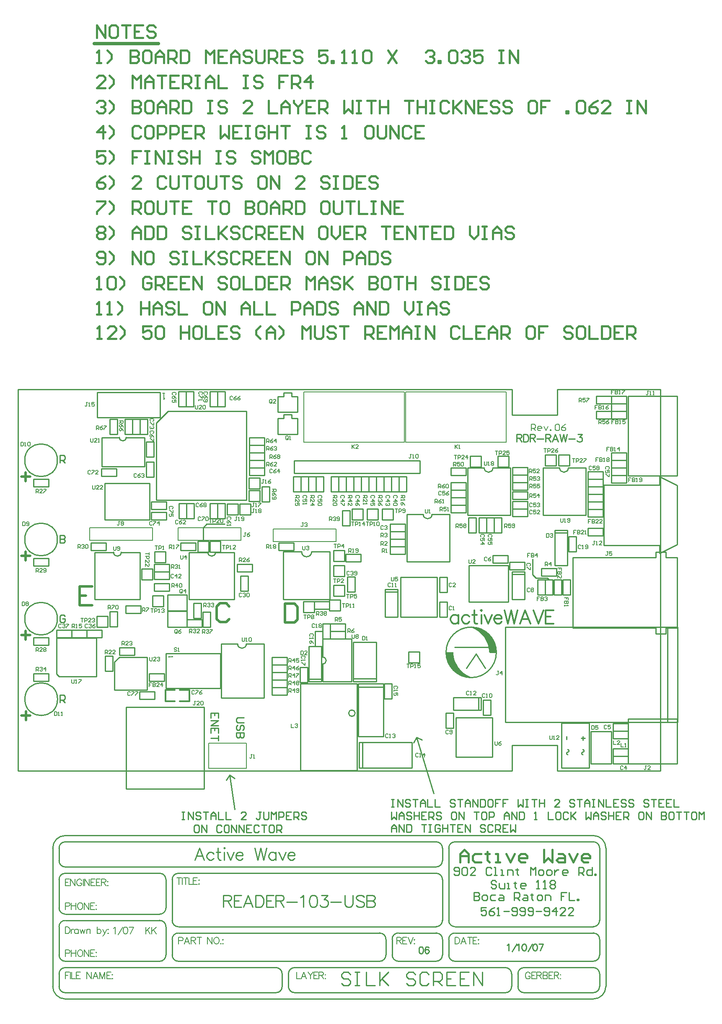
<source format=gto>
%FSLAX25Y25*%
%MOIN*%
G70*
G01*
G75*
G04 Layer_Color=65535*
%ADD10C,0.00800*%
%ADD11C,0.06000*%
%ADD12R,0.05500X0.04000*%
%ADD13R,0.03000X0.03000*%
%ADD14R,0.09000X0.05500*%
%ADD15R,0.09000X0.18000*%
%ADD16R,0.06299X0.01000*%
%ADD17O,0.06299X0.01000*%
%ADD18O,0.01000X0.06299*%
%ADD19R,0.03000X0.03000*%
%ADD20R,0.07800X0.07800*%
%ADD21R,0.09000X0.03500*%
%ADD22O,0.08000X0.02400*%
%ADD23R,0.03600X0.05000*%
%ADD24R,0.03600X0.03600*%
%ADD25R,0.18000X0.09000*%
%ADD26O,0.09000X0.02400*%
%ADD27R,0.08000X0.01400*%
%ADD28R,0.04000X0.03000*%
%ADD29R,0.11024X0.07900*%
%ADD30R,0.05500X0.09000*%
%ADD31R,0.04000X0.05500*%
%ADD32R,0.39488X0.17520*%
%ADD33R,0.06000X0.08000*%
%ADD34O,0.02400X0.08000*%
%ADD35R,0.09449X0.05906*%
%ADD36R,0.03500X0.07000*%
%ADD37R,0.11024X0.07087*%
%ADD38R,0.07087X0.11024*%
%ADD39O,0.03937X0.01000*%
%ADD40O,0.01000X0.03937*%
%ADD41R,0.06000X0.05000*%
%ADD42O,0.08000X0.03000*%
%ADD43C,0.01000*%
%ADD44C,0.02500*%
%ADD45C,0.01200*%
%ADD46C,0.03000*%
%ADD47C,0.02200*%
%ADD48C,0.01500*%
%ADD49C,0.02000*%
%ADD50C,0.04000*%
%ADD51C,0.01400*%
%ADD52C,0.00900*%
%ADD53C,0.00500*%
%ADD54C,0.06500*%
%ADD55C,0.05500*%
%ADD56C,0.06200*%
%ADD57R,0.06200X0.06200*%
%ADD58R,0.06500X0.06500*%
%ADD59R,0.06000X0.06000*%
%ADD60R,0.05200X0.05200*%
%ADD61C,0.06700*%
%ADD62C,0.21000*%
%ADD63C,0.14000*%
%ADD64R,0.06500X0.06500*%
%ADD65C,0.13000*%
%ADD66C,0.12800*%
%ADD67C,0.09000*%
%ADD68C,0.07874*%
%ADD69R,0.07874X0.07874*%
%ADD70R,0.08500X0.08500*%
%ADD71C,0.08500*%
%ADD72C,0.12500*%
%ADD73R,0.06200X0.06200*%
%ADD74C,0.03500*%
%ADD75C,0.00600*%
%ADD76C,0.01250*%
D10*
X115900Y-33800D02*
Y-13800D01*
X85900D02*
X115900D01*
X85900Y-33800D02*
X115900D01*
X85900D02*
Y-13800D01*
X161433Y225580D02*
Y265580D01*
Y225580D02*
X241433D01*
Y265580D01*
X161433D02*
X241433D01*
X242433Y225580D02*
Y265580D01*
Y225580D02*
X322433D01*
Y265580D01*
X242433D02*
X322433D01*
X-9017Y147730D02*
Y157730D01*
Y147730D02*
X40983D01*
X-9017Y157730D02*
X40983D01*
Y147730D02*
Y157730D01*
X111483Y147730D02*
Y157730D01*
X61483D02*
X111483D01*
X61483Y147730D02*
X111483D01*
X61483D02*
Y157730D01*
X186983Y146730D02*
Y156730D01*
X136983D02*
X186983D01*
X136983Y146730D02*
X186983D01*
X136983D02*
Y156730D01*
X342383Y234809D02*
Y239808D01*
X344882D01*
X345716Y238975D01*
Y237309D01*
X344882Y236476D01*
X342383D01*
X344049D02*
X345716Y234809D01*
X349881D02*
X348215D01*
X347382Y235643D01*
Y237309D01*
X348215Y238142D01*
X349881D01*
X350714Y237309D01*
Y236476D01*
X347382D01*
X352380Y238142D02*
X354046Y234809D01*
X355712Y238142D01*
X357378Y234809D02*
Y235643D01*
X358211D01*
Y234809D01*
X357378D01*
X361544Y238975D02*
X362377Y239808D01*
X364043D01*
X364876Y238975D01*
Y235643D01*
X364043Y234809D01*
X362377D01*
X361544Y235643D01*
Y238975D01*
X369874Y239808D02*
X368208Y238975D01*
X366542Y237309D01*
Y235643D01*
X367375Y234809D01*
X369041D01*
X369874Y235643D01*
Y236476D01*
X369041Y237309D01*
X366542D01*
X50900Y264700D02*
X49234D01*
X50067D01*
Y259702D01*
X50900Y260535D01*
X10051Y-160984D02*
X10559Y-160730D01*
X11321Y-159968D01*
Y-165300D01*
X13962Y-166062D02*
X17516Y-159968D01*
X19395D02*
X18634Y-160222D01*
X18126Y-160984D01*
X17872Y-162253D01*
Y-163015D01*
X18126Y-164285D01*
X18634Y-165047D01*
X19395Y-165300D01*
X19903D01*
X20665Y-165047D01*
X21173Y-164285D01*
X21427Y-163015D01*
Y-162253D01*
X21173Y-160984D01*
X20665Y-160222D01*
X19903Y-159968D01*
X19395D01*
X26175D02*
X23636Y-165300D01*
X22620Y-159968D02*
X26175D01*
X35748D02*
Y-165300D01*
X39303Y-159968D02*
X35748Y-163523D01*
X37017Y-162253D02*
X39303Y-165300D01*
X40496Y-159968D02*
Y-165300D01*
X44051Y-159968D02*
X40496Y-163523D01*
X41765Y-162253D02*
X44051Y-165300D01*
D43*
X14779Y229330D02*
G03*
X20188Y229330I2704J0D01*
G01*
X-34417Y21230D02*
G03*
X-34417Y21230I-13000J0D01*
G01*
X108783Y65230D02*
G03*
X115783Y65230I3500J0D01*
G01*
X364938Y205230D02*
G03*
X371938Y205230I3500J0D01*
G01*
X304938D02*
G03*
X311938Y205230I3500J0D01*
G01*
X256488Y168230D02*
G03*
X263488Y168230I3500J0D01*
G01*
X85223Y137988D02*
G03*
X91223Y137988I3000J0D01*
G01*
X159723Y138488D02*
G03*
X167723Y138488I4000J0D01*
G01*
X-34517Y211230D02*
G03*
X-34517Y211230I-13000J0D01*
G01*
Y148230D02*
G03*
X-34517Y148230I-13000J0D01*
G01*
Y85230D02*
G03*
X-34517Y85230I-13000J0D01*
G01*
X10223Y137988D02*
G03*
X16223Y137988I3000J0D01*
G01*
X202283Y10104D02*
G03*
X202283Y10104I-2559J0D01*
G01*
X309347Y58667D02*
G03*
X295049Y78565I-21464J-337D01*
G01*
X279613Y58194D02*
G03*
X289311Y40625I21371J336D01*
G01*
X278913Y58294D02*
G03*
X288611Y40725I21371J336D01*
G01*
X278085Y58294D02*
G03*
X291874Y38819I20698J36D01*
G01*
X275219Y58293D02*
G03*
X281989Y42982I21464J337D01*
G01*
X276020Y57893D02*
G03*
X282788Y42582I21464J337D01*
G01*
X276719Y58293D02*
G03*
X288338Y39555I21464J337D01*
G01*
X277213Y58126D02*
G03*
X287339Y41405I19371J304D01*
G01*
X279920Y58293D02*
G03*
X294218Y38395I21464J337D01*
G01*
X309654Y58766D02*
G03*
X299955Y76335I-21371J-336D01*
G01*
X310354Y58666D02*
G03*
X300655Y76235I-21371J-336D01*
G01*
X311181Y58666D02*
G03*
X297393Y78141I-20698J-36D01*
G01*
X314047Y58667D02*
G03*
X307278Y73978I-21464J-337D01*
G01*
X313247Y59067D02*
G03*
X306478Y74378I-21464J-337D01*
G01*
X312547Y58667D02*
G03*
X300929Y77406I-21464J-337D01*
G01*
X312054Y58834D02*
G03*
X301927Y75555I-19371J-304D01*
G01*
X274633Y58380D02*
G03*
X314633Y58380I20000J0D01*
G01*
Y58580D02*
G03*
X274633Y58580I-20000J0D01*
G01*
X176533Y49276D02*
G03*
X176533Y54684I0J2704D01*
G01*
X371483Y-20844D02*
G03*
X371483Y-18844I0J1000D01*
G01*
Y-20844D02*
G03*
X371483Y-22844I0J-1000D01*
G01*
X383483Y-20844D02*
G03*
X383483Y-22844I0J-1000D01*
G01*
Y-20844D02*
G03*
X383483Y-18844I0J1000D01*
G01*
X337233Y100730D02*
Y107230D01*
X327233Y100730D02*
X337233D01*
X327233D02*
Y120730D01*
X337233D01*
Y107230D02*
Y120730D01*
Y122730D01*
X327233D02*
X337233D01*
X327233Y120730D02*
Y122730D01*
X311733Y129730D02*
Y132730D01*
Y129730D02*
X323733D01*
Y135730D01*
X311733D02*
X323733D01*
X311733Y132730D02*
Y135730D01*
X85804Y138157D02*
Y146425D01*
X77143Y138157D02*
X85804D01*
X77143D02*
Y146819D01*
X85804D01*
Y146425D02*
Y146819D01*
X44021Y179524D02*
Y240942D01*
X53470Y250390D01*
X62132D01*
X44021Y179524D02*
X115675D01*
Y250390D01*
X56620D02*
X115675D01*
X7233Y90980D02*
X10233D01*
X7233Y78980D02*
Y90980D01*
Y78980D02*
X13233D01*
Y90980D01*
X10233D02*
X13233D01*
X3233Y177830D02*
X3233Y192830D01*
X38733D01*
Y163830D02*
Y192830D01*
X3233Y163830D02*
X38733D01*
X3233Y177830D02*
X3233Y163830D01*
X40233Y172330D02*
Y175330D01*
Y172330D02*
X52233D01*
Y178330D01*
X40233D02*
X52233D01*
X40233Y175330D02*
Y178330D01*
Y163830D02*
Y166830D01*
Y163830D02*
X52233D01*
Y169830D01*
X40233D02*
X52233D01*
X40233Y166830D02*
Y169830D01*
X65233Y176830D02*
X68233D01*
Y164830D02*
Y176830D01*
X62233Y164830D02*
X68233D01*
X62233D02*
Y176830D01*
X65233D01*
X39233Y209830D02*
X42233D01*
Y197830D02*
Y209830D01*
X36233Y197830D02*
X42233D01*
X36233D02*
Y209830D01*
X39233D01*
X118233Y202330D02*
Y205330D01*
X130233D01*
Y199330D02*
Y205330D01*
X118233Y199330D02*
X130233D01*
X118233D02*
Y202330D01*
X61733Y253830D02*
X64733D01*
X61733D02*
Y265830D01*
X67733D01*
Y253830D02*
Y265830D01*
X64733Y253830D02*
X67733D01*
X92733D02*
X95733D01*
X92733D02*
Y265830D01*
X98733D01*
Y253830D02*
Y265830D01*
X95733Y253830D02*
X98733D01*
X39233Y225830D02*
X42233D01*
Y213830D02*
Y225830D01*
X36233Y213830D02*
X42233D01*
X36233D02*
Y225830D01*
X39233D01*
X71233Y176830D02*
X74233D01*
Y164830D02*
Y176830D01*
X68233Y164830D02*
X74233D01*
X68233D02*
Y176830D01*
X71233D01*
X86733Y253830D02*
X89733D01*
X86733D02*
Y265830D01*
X92733D01*
Y253830D02*
Y265830D01*
X89733Y253830D02*
X92733D01*
X89733Y176830D02*
X92733D01*
Y164830D02*
Y176830D01*
X86733Y164830D02*
X92733D01*
X86733D02*
Y176830D01*
X89733D01*
X67733Y253830D02*
X70733D01*
X67733D02*
Y265830D01*
X73733D01*
Y253830D02*
Y265830D01*
X70733Y253830D02*
X73733D01*
X12533Y198730D02*
Y201730D01*
X533Y198730D02*
X12533D01*
X533D02*
Y204730D01*
X12533D01*
Y201730D02*
Y204730D01*
X34233Y243830D02*
X37233D01*
Y231830D02*
Y243830D01*
X31233Y231830D02*
X37233D01*
X31233D02*
Y243830D01*
X34233D01*
X130233Y205330D02*
Y208330D01*
X118233Y205330D02*
X130233D01*
X118233D02*
Y211330D01*
X130233D01*
Y208330D02*
Y211330D01*
Y217330D02*
Y220330D01*
X118233Y217330D02*
X130233D01*
X118233D02*
Y223330D01*
X130233D01*
Y220330D02*
Y223330D01*
Y226330D01*
X118233Y223330D02*
X130233D01*
X118233D02*
Y229330D01*
X130233D01*
Y226330D02*
Y229330D01*
X25233Y231830D02*
X28233D01*
X25233D02*
Y243830D01*
X31233D01*
Y231830D02*
Y243830D01*
X28233Y231830D02*
X31233D01*
X22233Y243830D02*
X25233D01*
Y231830D02*
Y243830D01*
X19233Y231830D02*
X25233D01*
X19233D02*
Y243830D01*
X22233D01*
X7233Y231830D02*
X10233D01*
X7233D02*
Y243830D01*
X13233D01*
Y231830D02*
Y243830D01*
X10233Y231830D02*
X13233D01*
X118233Y214330D02*
Y217330D01*
X130233D01*
Y211330D02*
Y217330D01*
X118233Y211330D02*
X130233D01*
X118233D02*
Y214330D01*
X131233Y190330D02*
X134233D01*
Y178330D02*
Y190330D01*
X128233Y178330D02*
X134233D01*
X128233D02*
Y190330D01*
X131233D01*
X34733Y206330D02*
Y229330D01*
X733Y206330D02*
X34733D01*
X733D02*
Y229330D01*
X20188D02*
X34733D01*
X733D02*
X14779D01*
X126564Y196767D02*
Y197161D01*
X117903D02*
X126564D01*
X117903Y188499D02*
Y197161D01*
Y188499D02*
X126564D01*
Y196767D01*
Y186767D02*
Y187161D01*
X117903D02*
X126564D01*
X117903Y178499D02*
Y187161D01*
Y178499D02*
X126564D01*
Y186767D01*
X119064Y176267D02*
Y176661D01*
X110403D02*
X119064D01*
X110403Y167999D02*
Y176661D01*
Y167999D02*
X119064D01*
Y176267D01*
X109064D02*
Y176661D01*
X100403D02*
X109064D01*
X100403Y167999D02*
Y176661D01*
Y167999D02*
X109064D01*
Y176267D01*
X92733Y176830D02*
X95733D01*
X92733Y164830D02*
Y176830D01*
Y164830D02*
X98733D01*
Y176830D01*
X95733D02*
X98733D01*
X147233Y265080D02*
X151933D01*
Y262080D02*
Y265080D01*
Y262080D02*
X156433D01*
Y249580D02*
Y262080D01*
X140933Y249580D02*
X156433D01*
X140933D02*
Y262080D01*
X145433D01*
Y265080D01*
X147233D01*
Y247580D02*
X151933D01*
Y244580D02*
Y247580D01*
Y244580D02*
X156433D01*
Y232080D02*
Y244580D01*
X140933Y232080D02*
X156433D01*
X140933D02*
Y244580D01*
X145433D01*
Y247580D01*
X147233D01*
X269483Y118230D02*
X272483D01*
X269483Y106230D02*
Y118230D01*
Y106230D02*
X275483D01*
Y118230D01*
X272483D02*
X275483D01*
X292733Y112730D02*
X292733Y98730D01*
X324233D01*
Y127730D01*
X292733D02*
X324233D01*
X292733Y112730D02*
X292733Y127730D01*
X153733Y200980D02*
Y210980D01*
X253733D01*
Y200980D02*
Y210980D01*
X153733Y200980D02*
X253733D01*
X95783Y65230D02*
X108783D01*
X129783Y22230D02*
Y65230D01*
X95783Y22230D02*
X129783D01*
X95783D02*
Y65230D01*
X115783D02*
X129783D01*
X354983Y117730D02*
X356483Y116230D01*
X345983Y117730D02*
X354983D01*
X343483Y120230D02*
X345983Y117730D01*
X343483Y120230D02*
Y132730D01*
X350483Y122230D02*
Y125230D01*
X362483Y119230D02*
Y125230D01*
X350483D02*
X362483D01*
X350483Y119230D02*
X362483D01*
X350483D02*
Y122230D01*
X347483Y116230D02*
X350483D01*
X347483Y104230D02*
Y116230D01*
X353483Y104230D02*
Y116230D01*
X347483Y104230D02*
X353483D01*
X350483Y116230D02*
X353483D01*
X883Y70280D02*
Y73280D01*
X-11117Y70280D02*
Y76280D01*
Y70280D02*
X883D01*
X-11117Y76280D02*
X883D01*
Y73280D02*
Y76280D01*
X171233Y186220D02*
X174233D01*
X171233Y198220D02*
X177233D01*
X171233Y186220D02*
Y198220D01*
X177233Y186220D02*
Y198220D01*
X174233Y186220D02*
X177233D01*
X168233Y198220D02*
X171233D01*
X165233Y186220D02*
X171233D01*
Y198220D01*
X165233Y186220D02*
Y198220D01*
X168233D01*
X156233D02*
X159233D01*
X153233Y186220D02*
X159233D01*
Y198220D01*
X153233Y186220D02*
Y198220D01*
X156233D01*
X240183Y198230D02*
X243183D01*
X237183Y186230D02*
X243183D01*
Y198230D01*
X237183Y186230D02*
Y198230D01*
X240183D01*
X-53517Y130230D02*
Y133230D01*
X-41517Y127230D02*
Y133230D01*
X-53517D02*
X-41517D01*
X-53517Y127230D02*
X-41517D01*
X-53517D02*
Y130230D01*
Y193230D02*
Y196230D01*
X-41517Y190230D02*
Y196230D01*
X-53517D02*
X-41517D01*
X-53517Y190230D02*
X-41517D01*
X-53517D02*
Y193230D01*
X387483Y187310D02*
Y190310D01*
X399483Y184309D02*
Y190310D01*
X387483D02*
X399483D01*
X387483Y184309D02*
X399483D01*
X387483D02*
Y187310D01*
X399483Y172310D02*
Y175310D01*
X387483Y172310D02*
Y178310D01*
Y172310D02*
X399483D01*
X387483Y178310D02*
X399483D01*
Y175310D02*
Y178310D01*
Y196309D02*
Y199310D01*
X387483Y196309D02*
Y202309D01*
Y196309D02*
X399483D01*
X387483Y202309D02*
X399483D01*
Y199310D02*
Y202309D01*
X417983Y199310D02*
Y202309D01*
X405983Y199310D02*
Y205310D01*
Y199310D02*
X417983D01*
X405983Y205310D02*
X417983D01*
Y202309D02*
Y205310D01*
X399483Y178310D02*
Y181309D01*
X387483Y178310D02*
Y184309D01*
Y178310D02*
X399483D01*
X387483Y184309D02*
X399483D01*
Y181309D02*
Y184309D01*
Y166309D02*
Y169309D01*
X387483Y166309D02*
Y172310D01*
Y166309D02*
X399483D01*
X387483Y172310D02*
X399483D01*
Y169309D02*
Y172310D01*
Y151310D02*
Y154309D01*
X387483Y151310D02*
Y157309D01*
Y151310D02*
X399483D01*
X387483Y157309D02*
X399483D01*
Y154309D02*
Y157309D01*
Y190310D02*
Y193309D01*
X387483Y190310D02*
Y196309D01*
Y190310D02*
X399483D01*
X387483Y196309D02*
X399483D01*
Y193309D02*
Y196309D01*
X417983Y193309D02*
Y196309D01*
X405983Y193309D02*
Y199310D01*
Y193309D02*
X417983D01*
X405983Y199310D02*
X417983D01*
Y196309D02*
Y199310D01*
Y205310D02*
Y208310D01*
X405983Y205310D02*
Y211310D01*
Y205310D02*
X417983D01*
X405983Y211310D02*
X417983D01*
Y208310D02*
Y211310D01*
X364107Y207293D02*
Y215561D01*
X372768D01*
Y206899D02*
Y215561D01*
X364107Y206899D02*
X372768D01*
X364107D02*
Y207293D01*
X353607D02*
Y215561D01*
X362268D01*
Y206899D02*
Y215561D01*
X353607Y206899D02*
X362268D01*
X353607D02*
Y207293D01*
X315653Y206293D02*
Y214561D01*
X324314D01*
Y205899D02*
Y214561D01*
X315653Y205899D02*
X324314D01*
X315653D02*
Y206293D01*
X293653D02*
Y214561D01*
X302314D01*
Y205899D02*
Y214561D01*
X293653Y205899D02*
X302314D01*
X293653D02*
Y206293D01*
X385938Y167480D02*
Y205230D01*
X351938Y167480D02*
X385938D01*
X351938D02*
Y205230D01*
X364938D01*
X371938D02*
X385938D01*
X325938Y167480D02*
Y205230D01*
X291938Y167480D02*
X325938D01*
X291938D02*
Y205230D01*
X304938D01*
X311938D02*
X325938D01*
X277488Y130480D02*
Y168230D01*
X243488Y130480D02*
X277488D01*
X243488D02*
Y168230D01*
X256488D01*
X263488D02*
X277488D01*
X290438Y181730D02*
Y184730D01*
X278438Y181730D02*
Y187730D01*
Y181730D02*
X290438D01*
X278438Y187730D02*
X290438D01*
Y184730D02*
Y187730D01*
X309938Y165730D02*
X312938D01*
X306938Y153730D02*
X312938D01*
Y165730D01*
X306938Y153730D02*
Y165730D01*
X309938D01*
X303938D02*
X306938D01*
X300938Y153730D02*
X306938D01*
Y165730D01*
X300938Y153730D02*
Y165730D01*
X303938D01*
X327438Y175730D02*
Y178730D01*
X339438Y172730D02*
Y178730D01*
X327438D02*
X339438D01*
X327438Y172730D02*
X339438D01*
X327438D02*
Y175730D01*
Y169730D02*
Y172730D01*
X339438Y166730D02*
Y172730D01*
X327438D02*
X339438D01*
X327438Y166730D02*
X339438D01*
X327438D02*
Y169730D01*
X278438Y178730D02*
Y181730D01*
X290438Y175730D02*
Y181730D01*
X278438D02*
X290438D01*
X278438Y175730D02*
X290438D01*
X278438D02*
Y178730D01*
X290438Y187730D02*
Y190730D01*
X278438Y187730D02*
Y193730D01*
Y187730D02*
X290438D01*
X278438Y193730D02*
X290438D01*
Y190730D02*
Y193730D01*
X295483Y165730D02*
X298483D01*
X292483Y153730D02*
X298483D01*
Y165730D01*
X292483Y153730D02*
Y165730D01*
X295483D01*
X393983Y259310D02*
Y262310D01*
X405983Y256310D02*
Y262310D01*
X393983D02*
X405983D01*
X393983Y256310D02*
X405983D01*
X393983D02*
Y259310D01*
Y247309D02*
Y250309D01*
X405983Y244309D02*
Y250309D01*
X393983D02*
X405983D01*
X393983Y244309D02*
X405983D01*
X393983D02*
Y247309D01*
X327529Y190730D02*
Y193730D01*
X339529Y187730D02*
Y193730D01*
X327529D02*
X339529D01*
X327529Y187730D02*
X339529D01*
X327529D02*
Y190730D01*
X327438Y196730D02*
Y199730D01*
X339438Y193730D02*
Y199730D01*
X327438D02*
X339438D01*
X327438Y193730D02*
X339438D01*
X327438D02*
Y196730D01*
Y202730D02*
Y205730D01*
X339438Y199730D02*
Y205730D01*
X327438D02*
X339438D01*
X327438Y199730D02*
X339438D01*
X327438D02*
Y202730D01*
X278438Y172730D02*
Y175730D01*
X290438Y169730D02*
Y175730D01*
X278438D02*
X290438D01*
X278438Y169730D02*
X290438D01*
X278438D02*
Y172730D01*
X290483Y199230D02*
Y202230D01*
X278483Y199230D02*
Y205230D01*
Y199230D02*
X290483D01*
X278483Y205230D02*
X290483D01*
Y202230D02*
Y205230D01*
X405983Y259310D02*
Y262310D01*
X417983Y256310D02*
Y262310D01*
X405983D02*
X417983D01*
X405983Y256310D02*
X417983D01*
X405983D02*
Y259310D01*
Y253309D02*
Y256310D01*
X417983Y250309D02*
Y256310D01*
X405983D02*
X417983D01*
X405983Y250309D02*
X417983D01*
X405983D02*
Y253309D01*
Y247309D02*
Y250309D01*
X417983Y244309D02*
Y250309D01*
X405983D02*
X417983D01*
X405983Y244309D02*
X417983D01*
X405983D02*
Y247309D01*
Y214310D02*
Y217309D01*
X417983Y211310D02*
Y217309D01*
X405983D02*
X417983D01*
X405983Y211310D02*
X417983D01*
X405983D02*
Y214310D01*
X-53517Y64230D02*
Y67230D01*
Y64230D02*
X-41517D01*
X-53517Y70230D02*
X-41517D01*
Y64230D02*
Y70230D01*
X-53517Y67230D02*
Y70230D01*
Y35730D02*
Y38730D01*
Y35730D02*
X-41517D01*
X-53517Y41730D02*
X-41517D01*
Y35730D02*
Y41730D01*
X-53517Y38730D02*
Y41730D01*
X49804Y103175D02*
Y103569D01*
X41143D02*
X49804D01*
X41143Y94907D02*
Y103569D01*
Y94907D02*
X49804D01*
Y103175D01*
X169714Y98667D02*
Y99061D01*
X161053D02*
X169714D01*
X161053Y90399D02*
Y99061D01*
Y90399D02*
X169714D01*
Y98667D01*
X32393Y116157D02*
Y116551D01*
Y116157D02*
X41054D01*
Y124819D01*
X32393D02*
X41054D01*
X32393Y116551D02*
Y124819D01*
X51314Y138167D02*
Y138561D01*
X42653D02*
X51314D01*
X42653Y129899D02*
Y138561D01*
Y129899D02*
X51314D01*
Y138167D01*
X253314Y58667D02*
Y59061D01*
X244653D02*
X253314D01*
X244653Y50399D02*
Y59061D01*
Y50399D02*
X253314D01*
Y58667D01*
X232120Y163899D02*
X232514D01*
Y172561D01*
X223853D02*
X232514D01*
X223853Y163899D02*
Y172561D01*
Y163899D02*
X232120D01*
X208120D02*
X208514D01*
Y172561D01*
X199853D02*
X208514D01*
X199853Y163899D02*
Y172561D01*
Y163899D02*
X208120D01*
X5314Y86917D02*
Y87311D01*
X-3347D02*
X5314D01*
X-3347Y78649D02*
Y87311D01*
Y78649D02*
X5314D01*
Y86917D01*
X190314Y99917D02*
Y100311D01*
X181653D02*
X190314D01*
X181653Y91649D02*
Y100311D01*
Y91649D02*
X190314D01*
Y99917D01*
X193804Y127175D02*
Y127569D01*
X185143D02*
X193804D01*
X185143Y118907D02*
Y127569D01*
Y118907D02*
X193804D01*
Y127175D01*
X63483Y142730D02*
Y145730D01*
X75483Y139730D02*
Y145730D01*
X63483D02*
X75483D01*
X63483Y139730D02*
X75483D01*
X63483D02*
Y142730D01*
X136283Y42730D02*
Y45730D01*
Y42730D02*
X148283D01*
X136283Y48730D02*
X148283D01*
Y42730D02*
Y48730D01*
X136283Y45730D02*
Y48730D01*
Y51730D01*
Y48730D02*
X148283D01*
X136283Y54730D02*
X148283D01*
Y48730D02*
Y54730D01*
X136283Y51730D02*
Y54730D01*
X42473Y119738D02*
Y122738D01*
X54473Y116738D02*
Y122738D01*
X42473D02*
X54473D01*
X42473Y116738D02*
X54473D01*
X42473D02*
Y119738D01*
X-35117Y41280D02*
X-33117Y39280D01*
X-34617Y69780D02*
X-3617D01*
Y39280D02*
Y69780D01*
X-35117D02*
X-34617D01*
X-33117Y39280D02*
X-3617D01*
X-35117Y41280D02*
Y69780D01*
X169733Y95980D02*
Y98980D01*
X181733Y92980D02*
Y98980D01*
X169733D02*
X181733D01*
X169733Y92980D02*
X181733D01*
X169733D02*
Y95980D01*
X-8007Y139722D02*
Y142722D01*
Y139722D02*
X3993D01*
X-8007Y145722D02*
X3993D01*
Y139722D02*
Y145722D01*
X-8007Y142722D02*
Y145722D01*
X42473Y122738D02*
Y125738D01*
Y122738D02*
X54473D01*
X42473Y128738D02*
X54473D01*
Y122738D02*
Y128738D01*
X42473Y125738D02*
Y128738D01*
X54473Y110238D02*
Y113238D01*
X42473D02*
X54473D01*
X42473Y107238D02*
X54473D01*
X42473D02*
Y113238D01*
X54473Y107238D02*
Y110238D01*
X76883Y85430D02*
X79883D01*
Y97430D01*
X73883Y85430D02*
Y97430D01*
X79883D01*
X73883Y85430D02*
X76883D01*
X60883Y91680D02*
X68633D01*
Y78680D02*
Y91680D01*
X53133Y78680D02*
X68633D01*
X53133D02*
Y91680D01*
X60883D01*
X80383Y81430D02*
Y84430D01*
X68383D02*
X80383D01*
X68383Y78430D02*
X80383D01*
X68383D02*
Y84430D01*
X80383Y78430D02*
Y81430D01*
X159233Y186220D02*
X162233D01*
X159233Y198220D02*
X165233D01*
X159233Y186220D02*
Y198220D01*
X165233Y186220D02*
Y198220D01*
X162233Y186220D02*
X165233D01*
X70223Y137988D02*
X85223D01*
X106223Y100488D02*
Y137988D01*
X91223D02*
X106223D01*
X70223Y100488D02*
Y137988D01*
Y100488D02*
X106223D01*
X111253Y119390D02*
X114253D01*
X111253Y107390D02*
Y119390D01*
X117253Y107390D02*
Y119390D01*
X111253Y107390D02*
X117253D01*
X114253Y119390D02*
X117253D01*
X108473Y122738D02*
Y125738D01*
Y122738D02*
X120473D01*
X108473Y128738D02*
X120473D01*
Y122738D02*
Y128738D01*
X108473Y125738D02*
Y128738D01*
X-35117Y70280D02*
Y73280D01*
Y70280D02*
X-23117D01*
X-35117Y76280D02*
X-23117D01*
Y70280D02*
Y76280D01*
X-35117Y73280D02*
Y76280D01*
X-11117Y73280D02*
Y76280D01*
X-23117D02*
X-11117D01*
X-23117Y70280D02*
X-11117D01*
X-23117D02*
Y76280D01*
X-11117Y70280D02*
Y73280D01*
X145223Y138488D02*
X159723D01*
X182223Y100488D02*
Y138488D01*
X167723D02*
X182223D01*
X145223Y100488D02*
Y138488D01*
Y100488D02*
X182223D01*
X141483Y139730D02*
Y142730D01*
Y139730D02*
X153483D01*
X141483Y145730D02*
X153483D01*
Y139730D02*
Y145730D01*
X141483Y142730D02*
Y145730D01*
X231183Y186230D02*
X234183D01*
X231183Y198230D02*
X237183D01*
X231183Y186230D02*
Y198230D01*
X237183Y186230D02*
Y198230D01*
X234183Y186230D02*
X237183D01*
X225183D02*
X228183D01*
X225183Y198230D02*
X231183D01*
X225183Y186230D02*
Y198230D01*
X231183Y186230D02*
Y198230D01*
X228183Y186230D02*
X231183D01*
X219183Y198230D02*
X222183D01*
X219183Y186230D02*
Y198230D01*
X225183Y186230D02*
Y198230D01*
X219183Y186230D02*
X225183D01*
X222183Y198230D02*
X225183D01*
X216183Y186230D02*
X219183D01*
Y198230D01*
X213183Y186230D02*
Y198230D01*
X219183D01*
X213183Y186230D02*
X216183D01*
X210183D02*
X213183D01*
Y198230D01*
X207183Y186230D02*
Y198230D01*
X213183D01*
X207183Y186230D02*
X210183D01*
X204183D02*
X207183D01*
Y198230D01*
X201183Y186230D02*
Y198230D01*
X207183D01*
X201183Y186230D02*
X204183D01*
X195183Y198230D02*
X198183D01*
X195183Y186230D02*
Y198230D01*
X201183Y186230D02*
Y198230D01*
X195183Y186230D02*
X201183D01*
X198183Y198230D02*
X201183D01*
X192183Y186230D02*
X195183D01*
Y198230D01*
X189183Y186230D02*
Y198230D01*
X195183D01*
X189183Y186230D02*
X192183D01*
X206733Y133730D02*
Y136730D01*
X194733D02*
X206733D01*
X194733Y130730D02*
X206733D01*
X194733D02*
Y136730D01*
X206733Y130730D02*
Y133730D01*
X136283Y39730D02*
Y42730D01*
X148283Y36730D02*
Y42730D01*
X136283D02*
X148283D01*
X136283Y36730D02*
X148283D01*
X136283D02*
Y39730D01*
Y33730D02*
Y36730D01*
X148283Y30730D02*
Y36730D01*
X136283D02*
X148283D01*
X136283Y30730D02*
X148283D01*
X136283D02*
Y33730D01*
X370483Y116230D02*
X373483D01*
X367483Y104230D02*
X373483D01*
Y116230D01*
X367483Y104230D02*
Y116230D01*
X370483D01*
X356483D02*
X359483D01*
X353483Y104230D02*
X359483D01*
Y116230D01*
X353483Y104230D02*
Y116230D01*
X356483D01*
X81233Y78430D02*
X84233D01*
X81233Y90430D02*
X87233D01*
X81233Y78430D02*
Y90430D01*
X87233Y78430D02*
Y90430D01*
X84233Y78430D02*
X87233D01*
X241988Y136730D02*
Y139730D01*
X229988Y136730D02*
Y142730D01*
Y136730D02*
X241988D01*
X229988Y142730D02*
X241988D01*
Y139730D02*
Y142730D01*
Y145730D01*
X229988Y142730D02*
Y148730D01*
Y142730D02*
X241988D01*
X229988Y148730D02*
X241988D01*
Y145730D02*
Y148730D01*
X229988Y151730D02*
Y154730D01*
X241988Y148730D02*
Y154730D01*
X229988D02*
X241988D01*
X229988Y148730D02*
X241988D01*
X229988D02*
Y151730D01*
X199206Y118508D02*
X202206D01*
X196206Y106508D02*
X202206D01*
Y118508D01*
X196206Y106508D02*
Y118508D01*
X199206D01*
X241988Y154730D02*
Y157730D01*
X229988Y154730D02*
Y160730D01*
Y154730D02*
X241988D01*
X229988Y160730D02*
X241988D01*
Y157730D02*
Y160730D01*
X407483Y-21191D02*
Y-18191D01*
X419483Y-24191D02*
Y-18191D01*
X407483D02*
X419483D01*
X407483Y-24191D02*
X419483D01*
X407483D02*
Y-21191D01*
Y-7191D02*
Y-4191D01*
X419483Y-10191D02*
Y-4191D01*
X407483D02*
X419483D01*
X407483Y-10191D02*
X419483D01*
X407483D02*
Y-7191D01*
X389733Y-30191D02*
Y-17440D01*
Y-30191D02*
X406233D01*
Y-4440D01*
X389733D02*
X406233D01*
X389733Y-17440D02*
Y-4440D01*
X337233Y124230D02*
Y127230D01*
X325233Y124230D02*
X337233D01*
X325233D02*
Y130230D01*
X337233D01*
Y127230D02*
Y130230D01*
X360483Y116230D02*
X363483D01*
X360483Y104230D02*
Y116230D01*
X366483Y104230D02*
Y116230D01*
X360483Y104230D02*
X366483D01*
X363483Y116230D02*
X366483D01*
X419483Y-30191D02*
Y-27191D01*
X407483Y-30191D02*
Y-24191D01*
Y-30191D02*
X419483D01*
X407483Y-24191D02*
X419483D01*
Y-27191D02*
Y-24191D01*
X312938Y165730D02*
X315938D01*
X312938Y153730D02*
Y165730D01*
X318938Y153730D02*
Y165730D01*
X312938Y153730D02*
X318938D01*
X315938Y165730D02*
X318938D01*
X186183Y198230D02*
X189183D01*
X183183Y186230D02*
X189183D01*
Y198230D01*
X183183Y186230D02*
Y198230D01*
X186183D01*
X136283Y24730D02*
Y27730D01*
Y24730D02*
X148283D01*
X136283Y30730D02*
X148283D01*
Y24730D02*
Y30730D01*
X136283Y27730D02*
Y30730D01*
X211853Y163899D02*
X220120D01*
X211853D02*
Y172561D01*
X220514D01*
Y163899D02*
Y172561D01*
X220120Y163899D02*
X220514D01*
X339438Y183230D02*
Y186230D01*
X327438D02*
X339438D01*
X327438Y180230D02*
X339438D01*
X327438D02*
Y186230D01*
X339438Y180230D02*
Y183230D01*
X195183Y159230D02*
X198183D01*
Y171230D01*
X192183Y159230D02*
Y171230D01*
X198183D01*
X192183Y159230D02*
X195183D01*
X-4777Y137988D02*
X10223D01*
X31223Y100488D02*
Y137988D01*
X16223D02*
X31223D01*
X-4777Y100488D02*
Y137988D01*
Y100488D02*
X31223D01*
X193804Y130907D02*
Y139175D01*
X185143Y130907D02*
X193804D01*
X185143D02*
Y139569D01*
X193804D01*
Y139175D02*
Y139569D01*
X84211Y160508D02*
X98533D01*
X81433Y157730D02*
X84211Y160508D01*
X81433Y146819D02*
Y157730D01*
X95304Y146425D02*
Y146819D01*
X86643D02*
X95304D01*
X86643Y138157D02*
Y146819D01*
Y138157D02*
X95304D01*
Y146425D01*
X282483Y-24770D02*
X297483Y-24770D01*
X282483Y-24770D02*
Y6730D01*
X311483D01*
Y-24770D02*
Y6730D01*
X297483Y-24770D02*
X311483Y-24770D01*
X274483Y-1770D02*
X277483D01*
X274483D02*
Y10230D01*
X280483D01*
Y-1770D02*
Y10230D01*
X277483Y-1770D02*
X280483D01*
Y12730D02*
X286983D01*
X280483D02*
Y22730D01*
X300483D01*
Y12730D02*
Y22730D01*
X286983Y12730D02*
X300483D01*
X302483D01*
Y22730D01*
X300483D02*
X302483D01*
X235983Y86730D02*
Y93230D01*
X225983Y86730D02*
X235983D01*
X225983D02*
Y106730D01*
X235983D01*
Y93230D02*
Y106730D01*
Y108730D01*
X225983D02*
X235983D01*
X225983Y106730D02*
Y108730D01*
X306983Y20730D02*
X309983D01*
Y8730D02*
Y20730D01*
X303983Y8730D02*
X309983D01*
X303983D02*
Y20730D01*
X306983D01*
X269483Y86730D02*
X272483D01*
X269483D02*
Y98730D01*
X275483D01*
Y86730D02*
Y98730D01*
X272483Y86730D02*
X275483D01*
X228483Y33730D02*
X231483D01*
Y21730D02*
Y33730D01*
X225483Y21730D02*
X231483D01*
X225483D02*
Y33730D01*
X228483D01*
X161533Y46730D02*
X164533D01*
Y34730D02*
Y46730D01*
X158533Y34730D02*
X164533D01*
X158533D02*
Y46730D01*
X161533D01*
X158779Y-35369D02*
X195394D01*
X158779D02*
Y4395D01*
X203661Y-6235D02*
Y33529D01*
X167047D02*
X203661D01*
X158779D02*
X167047D01*
X158779Y4395D02*
Y33529D01*
X195394Y-35369D02*
X203661D01*
Y-6235D01*
X182533Y78230D02*
Y81230D01*
X194533D01*
Y75230D02*
Y81230D01*
X182533Y75230D02*
X194533D01*
X182533D02*
Y78230D01*
Y72230D02*
Y75230D01*
X194533D01*
Y69230D02*
Y75230D01*
X182533Y69230D02*
X194533D01*
X182533D02*
Y72230D01*
X165533Y35230D02*
Y54230D01*
X175533Y35230D02*
Y54230D01*
Y63230D01*
X165533Y54230D02*
Y63230D01*
Y35230D02*
X175533D01*
X165533Y63230D02*
X175533D01*
X165533Y37230D02*
X175533D01*
X252483Y118230D02*
X267483Y118230D01*
Y86730D02*
Y118230D01*
X238483Y86730D02*
X267483D01*
X238483D02*
Y118230D01*
X252483Y118230D01*
X274633Y58380D02*
X279883D01*
X298383Y57330D02*
X305883Y46080D01*
X290883D02*
X298383Y57330D01*
X281633Y62580D02*
X309133D01*
X309383Y58580D02*
X314633D01*
X176533Y69230D02*
X199533D01*
Y35230D02*
Y69230D01*
X176533Y35230D02*
X199533D01*
X176533Y54684D02*
Y69230D01*
Y35230D02*
Y49276D01*
X219285Y35143D02*
Y37506D01*
X200781Y35143D02*
X219285D01*
X200781D02*
Y37506D01*
X219285D02*
Y66639D01*
X210033D02*
X219285D01*
X200781Y37506D02*
Y66639D01*
Y37506D02*
X210033D01*
X219285D01*
X200781Y66639D02*
X210033D01*
X179533Y81230D02*
X182533D01*
Y69230D02*
Y81230D01*
X176533Y69230D02*
X182533D01*
X176533D02*
Y81230D01*
X179533D01*
X170533Y63230D02*
X173533D01*
X170533D02*
Y75230D01*
X176533D01*
Y63230D02*
Y75230D01*
X173533Y63230D02*
X176533D01*
X372233Y150480D02*
X375233D01*
X372233Y138480D02*
Y150480D01*
X378233Y138480D02*
Y150480D01*
X372233Y138480D02*
X378233D01*
X375233Y150480D02*
X378233D01*
X19733Y89480D02*
Y92480D01*
Y89480D02*
X31733D01*
X19733Y95480D02*
X31733D01*
Y89480D02*
Y95480D01*
X19733Y92480D02*
Y95480D01*
X458583Y77909D02*
Y105910D01*
X449583Y77909D02*
X458583D01*
X449583Y73409D02*
Y77909D01*
X445083Y73409D02*
X449583D01*
X375583Y77909D02*
Y105910D01*
Y77909D02*
X441583D01*
Y73409D02*
Y77909D01*
Y73409D02*
X445083D01*
X458583Y105910D02*
Y133909D01*
X449583D02*
X458583D01*
X449583D02*
Y138409D01*
X445083D02*
X449583D01*
X375583Y105910D02*
Y133909D01*
X441583D01*
Y138409D01*
X445083D01*
X321883Y2909D02*
X367383D01*
X321883D02*
Y12410D01*
X413283Y78610D02*
X458783D01*
Y69109D02*
Y78610D01*
Y2909D02*
Y69109D01*
X367383Y2909D02*
X458783D01*
X321883Y78610D02*
X413283D01*
X321883Y12410D02*
Y78610D01*
X450883Y2909D02*
X458783D01*
X450883D02*
Y78610D01*
X370483Y-10781D02*
Y-8281D01*
X383483Y-11281D02*
Y-8281D01*
X381983Y-9781D02*
X384983D01*
X388483Y-33312D02*
Y-18812D01*
X366483Y-33312D02*
X388483D01*
X366483D02*
Y2187D01*
X388483D01*
Y-18812D02*
Y2187D01*
X419483Y-1190D02*
Y1809D01*
X407483D02*
X419483D01*
X407483Y-4191D02*
X419483D01*
X407483D02*
Y1809D01*
X419483Y-4191D02*
Y-1190D01*
X361233Y153480D02*
X371233D01*
X361233Y127480D02*
X371233D01*
X361233Y155480D02*
X371233D01*
Y127480D02*
Y136480D01*
X361233Y127480D02*
Y136480D01*
Y155480D01*
X371233Y136480D02*
Y155480D01*
X60883Y104180D02*
X68633D01*
Y91180D02*
Y104180D01*
X53133Y91180D02*
X68633D01*
X53133D02*
Y104180D01*
X60883D01*
X204694Y-8325D02*
X214733D01*
X204694D02*
Y31045D01*
X224773D01*
Y-8325D02*
Y31045D01*
X214733Y-8325D02*
X224773D01*
Y31045D02*
Y33604D01*
X204694D02*
X224773D01*
X204694Y31045D02*
Y33604D01*
X247548Y-33309D02*
Y-23270D01*
X208178Y-33309D02*
X247548D01*
X208178D02*
Y-13231D01*
X247548D01*
Y-23270D02*
Y-13231D01*
X205619D02*
X208178D01*
X205619Y-33309D02*
Y-13231D01*
Y-33309D02*
X208178D01*
X458557Y204398D02*
Y262272D01*
X419581Y198886D02*
Y229201D01*
Y198886D02*
X453242D01*
X458557D01*
Y204398D01*
X419581Y229201D02*
Y256760D01*
X424896Y262272D02*
X458557D01*
X419581D02*
X424896D01*
X419581Y256760D02*
Y262272D01*
X458583Y167710D02*
Y191209D01*
X444583Y198210D02*
X458583Y191209D01*
X400083Y167710D02*
Y191209D01*
Y191709D01*
X444583D01*
Y198210D01*
X458583Y144210D02*
Y167710D01*
X444583Y137209D02*
X458583Y144210D01*
X400083D02*
Y167710D01*
Y143710D02*
Y144210D01*
Y143710D02*
X444583D01*
Y137209D02*
Y143710D01*
X419581Y201D02*
Y5713D01*
X424896D01*
X458557Y-30114D02*
Y-24602D01*
X453242Y-30114D02*
X458557D01*
X419581D02*
X453242D01*
X419581D02*
Y201D01*
X424896Y5713D02*
X458557D01*
Y-24602D02*
Y5713D01*
X14747Y54692D02*
X23900D01*
X10908Y50854D02*
X14747Y54692D01*
X10908Y41700D02*
Y50854D01*
Y28708D02*
Y41700D01*
Y28708D02*
X23900D01*
X36892D01*
Y41700D01*
Y54692D01*
X23900D02*
X36892D01*
X30900Y21200D02*
Y24200D01*
Y21200D02*
X42900D01*
X30900Y27200D02*
X42900D01*
Y21200D02*
Y27200D01*
X30900Y24200D02*
Y27200D01*
X6400Y55700D02*
X9400D01*
X3400Y43700D02*
X9400D01*
Y55700D01*
X3400Y43700D02*
Y55700D01*
X6400D01*
X193814Y103399D02*
Y111667D01*
X185153Y103399D02*
X193814D01*
X185153D02*
Y112061D01*
X193814D01*
Y111667D02*
Y112061D01*
X50400Y38700D02*
Y41700D01*
X38400D02*
X50400D01*
X38400Y35700D02*
X50400D01*
X38400D02*
Y41700D01*
X50400Y35700D02*
Y38700D01*
X26900Y56200D02*
Y59200D01*
X14900Y56200D02*
Y62200D01*
Y56200D02*
X26900D01*
X14900Y62200D02*
X26900D01*
Y59200D02*
Y62200D01*
X84783Y57480D02*
X95283D01*
X84783Y29980D02*
X95283D01*
X68283Y57480D02*
X84783D01*
X95283Y29980D02*
Y57480D01*
X51783Y29980D02*
X84783D01*
X51783D02*
Y57480D01*
X68283D01*
X20218Y14979D02*
X46218D01*
X20218Y-50020D02*
Y14979D01*
Y-50020D02*
X26218D01*
X60718D01*
X82218D01*
Y14979D01*
X46218D02*
X82218D01*
X-2767Y245330D02*
Y265330D01*
X47233Y245330D02*
Y265330D01*
X-2767Y245330D02*
X47233D01*
X-2767Y265330D02*
X47233D01*
X330883Y231829D02*
Y225830D01*
Y231829D02*
X333454D01*
X334311Y231543D01*
X334597Y231257D01*
X334882Y230686D01*
Y230115D01*
X334597Y229543D01*
X334311Y229258D01*
X333454Y228972D01*
X330883D01*
X332883D02*
X334882Y225830D01*
X336225Y231829D02*
Y225830D01*
Y231829D02*
X338225D01*
X339082Y231543D01*
X339653Y230972D01*
X339938Y230400D01*
X340224Y229543D01*
Y228115D01*
X339938Y227258D01*
X339653Y226687D01*
X339082Y226116D01*
X338225Y225830D01*
X336225D01*
X341567Y231829D02*
Y225830D01*
Y231829D02*
X344138D01*
X344995Y231543D01*
X345280Y231257D01*
X345566Y230686D01*
Y230115D01*
X345280Y229543D01*
X344995Y229258D01*
X344138Y228972D01*
X341567D01*
X343566D02*
X345566Y225830D01*
X346908Y228401D02*
X352050D01*
X353821Y231829D02*
Y225830D01*
Y231829D02*
X356392D01*
X357249Y231543D01*
X357535Y231257D01*
X357820Y230686D01*
Y230115D01*
X357535Y229543D01*
X357249Y229258D01*
X356392Y228972D01*
X353821D01*
X355821D02*
X357820Y225830D01*
X363733D02*
X361448Y231829D01*
X359163Y225830D01*
X360020Y227830D02*
X362876D01*
X365133Y231829D02*
X366561Y225830D01*
X367990Y231829D02*
X366561Y225830D01*
X367990Y231829D02*
X369418Y225830D01*
X370846Y231829D02*
X369418Y225830D01*
X372046Y228401D02*
X377188D01*
X379530Y231829D02*
X382672D01*
X380958Y229543D01*
X381815D01*
X382386Y229258D01*
X382672Y228972D01*
X382958Y228115D01*
Y227544D01*
X382672Y226687D01*
X382101Y226116D01*
X381244Y225830D01*
X380387D01*
X379530Y226116D01*
X379244Y226401D01*
X378959Y226973D01*
X113898Y6700D02*
X108900D01*
X107900Y5700D01*
Y3701D01*
X108900Y2701D01*
X113898D01*
X112898Y-3297D02*
X113898Y-2297D01*
Y-298D01*
X112898Y702D01*
X111899D01*
X110899Y-298D01*
Y-2297D01*
X109899Y-3297D01*
X108900D01*
X107900Y-2297D01*
Y-298D01*
X108900Y702D01*
X113898Y-5296D02*
X107900D01*
Y-8295D01*
X108900Y-9295D01*
X109899D01*
X110899Y-8295D01*
Y-5296D01*
Y-8295D01*
X111899Y-9295D01*
X112898D01*
X113898Y-8295D01*
Y-5296D01*
X-28468Y87228D02*
X-29468Y88228D01*
X-31467D01*
X-32467Y87228D01*
Y83230D01*
X-31467Y82230D01*
X-29468D01*
X-28468Y83230D01*
Y85229D01*
X-30467D01*
X-32467Y151728D02*
Y145730D01*
X-29468D01*
X-28468Y146730D01*
Y147729D01*
X-29468Y148729D01*
X-32467D01*
X-29468D01*
X-28468Y149729D01*
Y150728D01*
X-29468Y151728D01*
X-32467D01*
Y18730D02*
Y24728D01*
X-29468D01*
X-28468Y23728D01*
Y21729D01*
X-29468Y20729D01*
X-32467D01*
X-30467D02*
X-28468Y18730D01*
X-32467Y209230D02*
Y215228D01*
X-29468D01*
X-28468Y214228D01*
Y212229D01*
X-29468Y211229D01*
X-32467D01*
X-30467D02*
X-28468Y209230D01*
X93398Y6201D02*
Y10200D01*
X87400D01*
Y6201D01*
X90399Y10200D02*
Y8201D01*
X87400Y4202D02*
X93398D01*
X87400Y203D01*
X93398D01*
Y-5795D02*
Y-1796D01*
X87400D01*
Y-5795D01*
X90399Y-1796D02*
Y-3796D01*
X93398Y-7794D02*
Y-11793D01*
Y-9793D01*
X87400D01*
X198592Y-197634D02*
X196815Y-195857D01*
X193261D01*
X191483Y-197634D01*
Y-199411D01*
X193261Y-201188D01*
X196815D01*
X198592Y-202966D01*
Y-204743D01*
X196815Y-206520D01*
X193261D01*
X191483Y-204743D01*
X202147Y-195857D02*
X205701D01*
X203924D01*
Y-206520D01*
X202147D01*
X205701D01*
X211032Y-195857D02*
Y-206520D01*
X218141D01*
X221696Y-195857D02*
Y-206520D01*
Y-202966D01*
X228804Y-195857D01*
X223473Y-201188D01*
X228804Y-206520D01*
X250131Y-197634D02*
X248353Y-195857D01*
X244799D01*
X243022Y-197634D01*
Y-199411D01*
X244799Y-201188D01*
X248353D01*
X250131Y-202966D01*
Y-204743D01*
X248353Y-206520D01*
X244799D01*
X243022Y-204743D01*
X260794Y-197634D02*
X259017Y-195857D01*
X255462D01*
X253685Y-197634D01*
Y-204743D01*
X255462Y-206520D01*
X259017D01*
X260794Y-204743D01*
X264348Y-206520D02*
Y-195857D01*
X269680D01*
X271457Y-197634D01*
Y-201188D01*
X269680Y-202966D01*
X264348D01*
X267902D02*
X271457Y-206520D01*
X282120Y-195857D02*
X275011D01*
Y-206520D01*
X282120D01*
X275011Y-201188D02*
X278566D01*
X292783Y-195857D02*
X285675D01*
Y-206520D01*
X292783D01*
X285675Y-201188D02*
X289229D01*
X296338Y-206520D02*
Y-195857D01*
X303446Y-206520D01*
Y-195857D01*
X-66017Y-35770D02*
X-44017D01*
X-66017Y267730D02*
X-42517D01*
X-66017D02*
X326983D01*
Y-35770D02*
Y-15270D01*
X362983D01*
Y-35770D02*
Y-15270D01*
Y-35770D02*
X444983D01*
X326983Y247230D02*
Y267730D01*
Y247230D02*
X362983D01*
Y267730D01*
X444983D01*
Y-35770D02*
Y267730D01*
X-66017Y-35770D02*
Y267730D01*
Y-35770D02*
X326983D01*
X144255Y-197195D02*
G03*
X139255Y-192195I-5000J0D01*
G01*
X139371Y-212195D02*
G03*
X144253Y-207227I84J4800D01*
G01*
X154255Y-192195D02*
G03*
X149255Y-197195I0J-5000D01*
G01*
Y-207195D02*
G03*
X154168Y-212194I5000J0D01*
G01*
X326755Y-197195D02*
G03*
X321755Y-192195I-5000J0D01*
G01*
X321871Y-212195D02*
G03*
X326753Y-207227I84J4800D01*
G01*
X331755Y-207295D02*
G03*
X336740Y-212194I4900J0D01*
G01*
X336755Y-192195D02*
G03*
X331755Y-197195I0J-5000D01*
G01*
X51755Y-122095D02*
G03*
X46855Y-117195I-4900J0D01*
G01*
X46955Y-149695D02*
G03*
X51755Y-144895I0J4800D01*
G01*
Y-159595D02*
G03*
X46684Y-154698I-4900J0D01*
G01*
X56755Y-154795D02*
G03*
X61655Y-159695I4900J0D01*
G01*
X56755Y-182295D02*
G03*
X61655Y-187195I4900J0D01*
G01*
X46855D02*
G03*
X51755Y-182295I0J4900D01*
G01*
X226755Y-169595D02*
G03*
X221855Y-164695I-4900J0D01*
G01*
Y-187195D02*
G03*
X226754Y-182209I0J4900D01*
G01*
X231755Y-182095D02*
G03*
X236766Y-187194I5100J0D01*
G01*
X236555Y-164695D02*
G03*
X231761Y-169746I0J-4800D01*
G01*
X61755Y-164695D02*
G03*
X56755Y-169695I0J-5000D01*
G01*
X61755Y-117195D02*
G03*
X56755Y-122195I0J-5000D01*
G01*
X-33245Y-182195D02*
G03*
X-28332Y-187194I5000J0D01*
G01*
X-28245Y-154695D02*
G03*
X-33245Y-159695I0J-5000D01*
G01*
Y-144695D02*
G03*
X-28245Y-149695I5000J0D01*
G01*
Y-117195D02*
G03*
X-33245Y-122195I0J-5000D01*
G01*
Y-107195D02*
G03*
X-28245Y-112195I5000J0D01*
G01*
Y-92195D02*
G03*
X-33245Y-97195I0J-5000D01*
G01*
X271755D02*
G03*
X266755Y-92195I-5000J0D01*
G01*
X281755D02*
G03*
X276755Y-97195I0J-5000D01*
G01*
X266755Y-112195D02*
G03*
X271755Y-107195I0J5000D01*
G01*
Y-122195D02*
G03*
X266755Y-117195I-5000J0D01*
G01*
X-28245Y-192195D02*
G03*
X-33245Y-197195I0J-5000D01*
G01*
X266842Y-159695D02*
G03*
X271756Y-154695I-87J5000D01*
G01*
X-33245Y-207195D02*
G03*
X-28332Y-212194I5000J0D01*
G01*
X271755Y-169595D02*
G03*
X266855Y-164695I-4900J0D01*
G01*
X276755Y-182295D02*
G03*
X281740Y-187194I4900J0D01*
G01*
X266755Y-187195D02*
G03*
X271755Y-182195I0J5000D01*
G01*
X391755Y-212195D02*
G03*
X396755Y-207195I0J5000D01*
G01*
X396755Y-197108D02*
G03*
X391755Y-192194I-5000J-87D01*
G01*
Y-187195D02*
G03*
X396755Y-182195I0J5000D01*
G01*
Y-97095D02*
G03*
X391684Y-92198I-4900J0D01*
G01*
X401755Y-97195D02*
G03*
X391755Y-87195I-10000J0D01*
G01*
Y-217195D02*
G03*
X401755Y-207195I0J10000D01*
G01*
X-38245Y-207095D02*
G03*
X-28321Y-217193I10100J0D01*
G01*
X-28245Y-87195D02*
G03*
X-38245Y-97195I0J-10000D01*
G01*
X276755Y-154695D02*
G03*
X281755Y-159695I5000J0D01*
G01*
X391755D02*
G03*
X396755Y-154695I0J5000D01*
G01*
X281755Y-164695D02*
G03*
X276755Y-169695I0J-5000D01*
G01*
X396755Y-169595D02*
G03*
X391855Y-164695I-4900J0D01*
G01*
X154255Y-212195D02*
X321755D01*
X-28245D02*
X139255D01*
X-28245Y-192195D02*
X139255D01*
X154255D02*
X321755D01*
X336755Y-212195D02*
X391755D01*
X336755Y-192195D02*
X391755D01*
X-28245Y-92195D02*
X266755D01*
X-28245Y-217195D02*
X391755D01*
X-28245Y-87195D02*
X391755D01*
X-28245Y-187195D02*
X46755D01*
X-28245Y-154695D02*
X46755D01*
X-28245Y-149695D02*
X46755D01*
X-28245Y-117195D02*
X46755D01*
X-28245Y-112195D02*
X266755D01*
X61755Y-117195D02*
X266755D01*
X61755Y-164695D02*
X221755D01*
X61755Y-187195D02*
X221755D01*
X236755D02*
X266755D01*
X236755Y-164695D02*
X266755D01*
X281755Y-187195D02*
X391755D01*
X281755Y-92195D02*
X391755D01*
X61755Y-159695D02*
X266755D01*
X281755D02*
X391755D01*
X281755Y-164695D02*
X391755D01*
X144255Y-207195D02*
Y-197195D01*
X149255Y-207195D02*
Y-197195D01*
X326755Y-207195D02*
Y-197195D01*
X331755Y-207195D02*
Y-197195D01*
X401755Y-207195D02*
Y-97195D01*
X-33245Y-182195D02*
Y-159695D01*
X51755Y-182195D02*
Y-159695D01*
X-33245Y-144695D02*
Y-122195D01*
X51755Y-144695D02*
Y-122195D01*
X-33245Y-107195D02*
Y-97195D01*
X271755Y-107195D02*
Y-97195D01*
Y-154695D02*
Y-122195D01*
X56755Y-154695D02*
Y-122195D01*
X226755Y-182195D02*
Y-169695D01*
X56755Y-182195D02*
Y-169695D01*
X231755Y-182195D02*
Y-169695D01*
X271755Y-182195D02*
Y-169695D01*
X396755Y-207195D02*
Y-197195D01*
X-33245Y-207195D02*
Y-197195D01*
X-38245Y-207195D02*
Y-97195D01*
X276755Y-154695D02*
Y-97195D01*
X396755Y-154695D02*
Y-97195D01*
X276755Y-182195D02*
Y-169695D01*
X396755Y-182195D02*
Y-169595D01*
X314628Y-123945D02*
X313562Y-122879D01*
X311429D01*
X310363Y-123945D01*
Y-125012D01*
X311429Y-126078D01*
X313562D01*
X314628Y-127145D01*
Y-128211D01*
X313562Y-129277D01*
X311429D01*
X310363Y-128211D01*
X316761Y-125012D02*
Y-128211D01*
X317827Y-129277D01*
X321026D01*
Y-125012D01*
X323159Y-129277D02*
X325291D01*
X324225D01*
Y-125012D01*
X323159D01*
X329557Y-123945D02*
Y-125012D01*
X328490D01*
X330623D01*
X329557D01*
Y-128211D01*
X330623Y-129277D01*
X337021D02*
X334888D01*
X333822Y-128211D01*
Y-126078D01*
X334888Y-125012D01*
X337021D01*
X338087Y-126078D01*
Y-127145D01*
X333822D01*
X346618Y-129277D02*
X348750D01*
X347684D01*
Y-122879D01*
X346618Y-123945D01*
X351949Y-129277D02*
X354082D01*
X353016D01*
Y-122879D01*
X351949Y-123945D01*
X357281D02*
X358347Y-122879D01*
X360480D01*
X361546Y-123945D01*
Y-125012D01*
X360480Y-126078D01*
X361546Y-127145D01*
Y-128211D01*
X360480Y-129277D01*
X358347D01*
X357281Y-128211D01*
Y-127145D01*
X358347Y-126078D01*
X357281Y-125012D01*
Y-123945D01*
X358347Y-126078D02*
X360480D01*
X306628Y-144379D02*
X302363D01*
Y-147578D01*
X304496Y-146512D01*
X305562D01*
X306628Y-147578D01*
Y-149711D01*
X305562Y-150777D01*
X303429D01*
X302363Y-149711D01*
X313026Y-144379D02*
X310893Y-145446D01*
X308761Y-147578D01*
Y-149711D01*
X309827Y-150777D01*
X311960D01*
X313026Y-149711D01*
Y-148644D01*
X311960Y-147578D01*
X308761D01*
X315159Y-150777D02*
X317291D01*
X316225D01*
Y-144379D01*
X315159Y-145446D01*
X320490Y-147578D02*
X324756D01*
X326888Y-149711D02*
X327955Y-150777D01*
X330087D01*
X331153Y-149711D01*
Y-145446D01*
X330087Y-144379D01*
X327955D01*
X326888Y-145446D01*
Y-146512D01*
X327955Y-147578D01*
X331153D01*
X333286Y-149711D02*
X334352Y-150777D01*
X336485D01*
X337551Y-149711D01*
Y-145446D01*
X336485Y-144379D01*
X334352D01*
X333286Y-145446D01*
Y-146512D01*
X334352Y-147578D01*
X337551D01*
X339684Y-149711D02*
X340750Y-150777D01*
X342883D01*
X343949Y-149711D01*
Y-145446D01*
X342883Y-144379D01*
X340750D01*
X339684Y-145446D01*
Y-146512D01*
X340750Y-147578D01*
X343949D01*
X346082D02*
X350347D01*
X352480Y-149711D02*
X353546Y-150777D01*
X355679D01*
X356745Y-149711D01*
Y-145446D01*
X355679Y-144379D01*
X353546D01*
X352480Y-145446D01*
Y-146512D01*
X353546Y-147578D01*
X356745D01*
X362077Y-150777D02*
Y-144379D01*
X358878Y-147578D01*
X363143D01*
X369541Y-150777D02*
X365276D01*
X369541Y-146512D01*
Y-145446D01*
X368475Y-144379D01*
X366342D01*
X365276Y-145446D01*
X375939Y-150777D02*
X371674D01*
X375939Y-146512D01*
Y-145446D01*
X374873Y-144379D01*
X372740D01*
X371674Y-145446D01*
X280863Y-117711D02*
X281929Y-118777D01*
X284062D01*
X285128Y-117711D01*
Y-113445D01*
X284062Y-112379D01*
X281929D01*
X280863Y-113445D01*
Y-114512D01*
X281929Y-115578D01*
X285128D01*
X287261Y-113445D02*
X288327Y-112379D01*
X290460D01*
X291526Y-113445D01*
Y-117711D01*
X290460Y-118777D01*
X288327D01*
X287261Y-117711D01*
Y-113445D01*
X297924Y-118777D02*
X293659D01*
X297924Y-114512D01*
Y-113445D01*
X296858Y-112379D01*
X294725D01*
X293659Y-113445D01*
X310720D02*
X309653Y-112379D01*
X307521D01*
X306455Y-113445D01*
Y-117711D01*
X307521Y-118777D01*
X309653D01*
X310720Y-117711D01*
X312853Y-118777D02*
X314985D01*
X313919D01*
Y-112379D01*
X312853D01*
X318184Y-118777D02*
X320317D01*
X319250D01*
Y-114512D01*
X318184D01*
X323516Y-118777D02*
Y-114512D01*
X326715D01*
X327781Y-115578D01*
Y-118777D01*
X330980Y-113445D02*
Y-114512D01*
X329914D01*
X332046D01*
X330980D01*
Y-117711D01*
X332046Y-118777D01*
X341643D02*
Y-112379D01*
X343776Y-114512D01*
X345908Y-112379D01*
Y-118777D01*
X349107D02*
X351240D01*
X352306Y-117711D01*
Y-115578D01*
X351240Y-114512D01*
X349107D01*
X348041Y-115578D01*
Y-117711D01*
X349107Y-118777D01*
X355505D02*
X357638D01*
X358704Y-117711D01*
Y-115578D01*
X357638Y-114512D01*
X355505D01*
X354439Y-115578D01*
Y-117711D01*
X355505Y-118777D01*
X360837Y-114512D02*
Y-118777D01*
Y-116645D01*
X361903Y-115578D01*
X362970Y-114512D01*
X364036D01*
X370434Y-118777D02*
X368301D01*
X367235Y-117711D01*
Y-115578D01*
X368301Y-114512D01*
X370434D01*
X371500Y-115578D01*
Y-116645D01*
X367235D01*
X380031Y-118777D02*
Y-112379D01*
X383230D01*
X384296Y-113445D01*
Y-115578D01*
X383230Y-116645D01*
X380031D01*
X382163D02*
X384296Y-118777D01*
X390694Y-112379D02*
Y-118777D01*
X387495D01*
X386429Y-117711D01*
Y-115578D01*
X387495Y-114512D01*
X390694D01*
X392827Y-118777D02*
Y-117711D01*
X393893D01*
Y-118777D01*
X392827D01*
X296863Y-132379D02*
Y-138777D01*
X300062D01*
X301128Y-137711D01*
Y-136644D01*
X300062Y-135578D01*
X296863D01*
X300062D01*
X301128Y-134512D01*
Y-133446D01*
X300062Y-132379D01*
X296863D01*
X304327Y-138777D02*
X306460D01*
X307526Y-137711D01*
Y-135578D01*
X306460Y-134512D01*
X304327D01*
X303261Y-135578D01*
Y-137711D01*
X304327Y-138777D01*
X313924Y-134512D02*
X310725D01*
X309659Y-135578D01*
Y-137711D01*
X310725Y-138777D01*
X313924D01*
X317123Y-134512D02*
X319256D01*
X320322Y-135578D01*
Y-138777D01*
X317123D01*
X316057Y-137711D01*
X317123Y-136644D01*
X320322D01*
X328853Y-138777D02*
Y-132379D01*
X332051D01*
X333118Y-133446D01*
Y-135578D01*
X332051Y-136644D01*
X328853D01*
X330985D02*
X333118Y-138777D01*
X336317Y-134512D02*
X338449D01*
X339516Y-135578D01*
Y-138777D01*
X336317D01*
X335250Y-137711D01*
X336317Y-136644D01*
X339516D01*
X342715Y-133446D02*
Y-134512D01*
X341648D01*
X343781D01*
X342715D01*
Y-137711D01*
X343781Y-138777D01*
X348046D02*
X350179D01*
X351245Y-137711D01*
Y-135578D01*
X350179Y-134512D01*
X348046D01*
X346980Y-135578D01*
Y-137711D01*
X348046Y-138777D01*
X353378D02*
Y-134512D01*
X356577D01*
X357643Y-135578D01*
Y-138777D01*
X370439Y-132379D02*
X366174D01*
Y-135578D01*
X368306D01*
X366174D01*
Y-138777D01*
X372572Y-132379D02*
Y-138777D01*
X376837D01*
X378970D02*
Y-137711D01*
X380036D01*
Y-138777D01*
X378970D01*
X102483Y-38991D02*
X106533Y-66570D01*
X102483Y-38991D02*
X106538Y-41829D01*
X99644Y-43045D02*
X102483Y-38991D01*
X250983Y-9020D02*
X264783Y-53770D01*
X250983Y-9020D02*
X255469Y-11112D01*
X248891Y-13506D02*
X250983Y-9020D01*
X64483Y-68322D02*
X66483D01*
X65483D01*
Y-74320D01*
X64483D01*
X66483D01*
X69482D02*
Y-68322D01*
X73480Y-74320D01*
Y-68322D01*
X79478Y-69322D02*
X78479Y-68322D01*
X76479D01*
X75480Y-69322D01*
Y-70321D01*
X76479Y-71321D01*
X78479D01*
X79478Y-72321D01*
Y-73320D01*
X78479Y-74320D01*
X76479D01*
X75480Y-73320D01*
X81478Y-68322D02*
X85476D01*
X83477D01*
Y-74320D01*
X87476D02*
Y-70321D01*
X89475Y-68322D01*
X91475Y-70321D01*
Y-74320D01*
Y-71321D01*
X87476D01*
X93474Y-68322D02*
Y-74320D01*
X97473D01*
X99472Y-68322D02*
Y-74320D01*
X103471D01*
X115467D02*
X111468D01*
X115467Y-70321D01*
Y-69322D01*
X114467Y-68322D01*
X112468D01*
X111468Y-69322D01*
X127463Y-68322D02*
X125464D01*
X126463D01*
Y-73320D01*
X125464Y-74320D01*
X124464D01*
X123464Y-73320D01*
X129462Y-68322D02*
Y-73320D01*
X130462Y-74320D01*
X132461D01*
X133461Y-73320D01*
Y-68322D01*
X135460Y-74320D02*
Y-68322D01*
X137460Y-70321D01*
X139459Y-68322D01*
Y-74320D01*
X141458D02*
Y-68322D01*
X144457D01*
X145457Y-69322D01*
Y-71321D01*
X144457Y-72321D01*
X141458D01*
X151455Y-68322D02*
X147457D01*
Y-74320D01*
X151455D01*
X147457Y-71321D02*
X149456D01*
X153454Y-74320D02*
Y-68322D01*
X156454D01*
X157453Y-69322D01*
Y-71321D01*
X156454Y-72321D01*
X153454D01*
X155454D02*
X157453Y-74320D01*
X163451Y-69322D02*
X162452Y-68322D01*
X160452D01*
X159453Y-69322D01*
Y-70321D01*
X160452Y-71321D01*
X162452D01*
X163451Y-72321D01*
Y-73320D01*
X162452Y-74320D01*
X160452D01*
X159453Y-73320D01*
X76982Y-78822D02*
X74983D01*
X73983Y-79822D01*
Y-83820D01*
X74983Y-84820D01*
X76982D01*
X77982Y-83820D01*
Y-79822D01*
X76982Y-78822D01*
X79981Y-84820D02*
Y-78822D01*
X83980Y-84820D01*
Y-78822D01*
X95976Y-79822D02*
X94977Y-78822D01*
X92977D01*
X91978Y-79822D01*
Y-83820D01*
X92977Y-84820D01*
X94977D01*
X95976Y-83820D01*
X100975Y-78822D02*
X98975D01*
X97975Y-79822D01*
Y-83820D01*
X98975Y-84820D01*
X100975D01*
X101974Y-83820D01*
Y-79822D01*
X100975Y-78822D01*
X103974Y-84820D02*
Y-78822D01*
X107972Y-84820D01*
Y-78822D01*
X109972Y-84820D02*
Y-78822D01*
X113970Y-84820D01*
Y-78822D01*
X119968D02*
X115970D01*
Y-84820D01*
X119968D01*
X115970Y-81821D02*
X117969D01*
X125967Y-79822D02*
X124967Y-78822D01*
X122968D01*
X121968Y-79822D01*
Y-83820D01*
X122968Y-84820D01*
X124967D01*
X125967Y-83820D01*
X127966Y-78822D02*
X131965D01*
X129965D01*
Y-84820D01*
X136963Y-78822D02*
X134964D01*
X133964Y-79822D01*
Y-83820D01*
X134964Y-84820D01*
X136963D01*
X137963Y-83820D01*
Y-79822D01*
X136963Y-78822D01*
X139962Y-84820D02*
Y-78822D01*
X142961D01*
X143961Y-79822D01*
Y-81821D01*
X142961Y-82821D01*
X139962D01*
X141961D02*
X143961Y-84820D01*
X230983Y-58522D02*
X232983D01*
X231983D01*
Y-64520D01*
X230983D01*
X232983D01*
X235982D02*
Y-58522D01*
X239980Y-64520D01*
Y-58522D01*
X245978Y-59522D02*
X244979Y-58522D01*
X242979D01*
X241980Y-59522D01*
Y-60521D01*
X242979Y-61521D01*
X244979D01*
X245978Y-62521D01*
Y-63520D01*
X244979Y-64520D01*
X242979D01*
X241980Y-63520D01*
X247978Y-58522D02*
X251976D01*
X249977D01*
Y-64520D01*
X253976D02*
Y-60521D01*
X255975Y-58522D01*
X257975Y-60521D01*
Y-64520D01*
Y-61521D01*
X253976D01*
X259974Y-58522D02*
Y-64520D01*
X263973D01*
X265972Y-58522D02*
Y-64520D01*
X269971D01*
X281967Y-59522D02*
X280967Y-58522D01*
X278968D01*
X277968Y-59522D01*
Y-60521D01*
X278968Y-61521D01*
X280967D01*
X281967Y-62521D01*
Y-63520D01*
X280967Y-64520D01*
X278968D01*
X277968Y-63520D01*
X283966Y-58522D02*
X287965D01*
X285965D01*
Y-64520D01*
X289964D02*
Y-60521D01*
X291964Y-58522D01*
X293963Y-60521D01*
Y-64520D01*
Y-61521D01*
X289964D01*
X295962Y-64520D02*
Y-58522D01*
X299961Y-64520D01*
Y-58522D01*
X301960D02*
Y-64520D01*
X304959D01*
X305959Y-63520D01*
Y-59522D01*
X304959Y-58522D01*
X301960D01*
X310957D02*
X308958D01*
X307958Y-59522D01*
Y-63520D01*
X308958Y-64520D01*
X310957D01*
X311957Y-63520D01*
Y-59522D01*
X310957Y-58522D01*
X317955D02*
X313956D01*
Y-61521D01*
X315956D01*
X313956D01*
Y-64520D01*
X323953Y-58522D02*
X319954D01*
Y-61521D01*
X321954D01*
X319954D01*
Y-64520D01*
X331951Y-58522D02*
Y-64520D01*
X333950Y-62521D01*
X335949Y-64520D01*
Y-58522D01*
X337949D02*
X339948D01*
X338948D01*
Y-64520D01*
X337949D01*
X339948D01*
X342947Y-58522D02*
X346946D01*
X344946D01*
Y-64520D01*
X348945Y-58522D02*
Y-64520D01*
Y-61521D01*
X352944D01*
Y-58522D01*
Y-64520D01*
X364940D02*
X360941D01*
X364940Y-60521D01*
Y-59522D01*
X363940Y-58522D01*
X361941D01*
X360941Y-59522D01*
X376936D02*
X375936Y-58522D01*
X373937D01*
X372937Y-59522D01*
Y-60521D01*
X373937Y-61521D01*
X375936D01*
X376936Y-62521D01*
Y-63520D01*
X375936Y-64520D01*
X373937D01*
X372937Y-63520D01*
X378935Y-58522D02*
X382934D01*
X380935D01*
Y-64520D01*
X384933D02*
Y-60521D01*
X386933Y-58522D01*
X388932Y-60521D01*
Y-64520D01*
Y-61521D01*
X384933D01*
X390932Y-58522D02*
X392931D01*
X391931D01*
Y-64520D01*
X390932D01*
X392931D01*
X395930D02*
Y-58522D01*
X399929Y-64520D01*
Y-58522D01*
X401928D02*
Y-64520D01*
X405927D01*
X411925Y-58522D02*
X407926D01*
Y-64520D01*
X411925D01*
X407926Y-61521D02*
X409925D01*
X417923Y-59522D02*
X416923Y-58522D01*
X414924D01*
X413924Y-59522D01*
Y-60521D01*
X414924Y-61521D01*
X416923D01*
X417923Y-62521D01*
Y-63520D01*
X416923Y-64520D01*
X414924D01*
X413924Y-63520D01*
X423921Y-59522D02*
X422921Y-58522D01*
X420922D01*
X419922Y-59522D01*
Y-60521D01*
X420922Y-61521D01*
X422921D01*
X423921Y-62521D01*
Y-63520D01*
X422921Y-64520D01*
X420922D01*
X419922Y-63520D01*
X435917Y-59522D02*
X434917Y-58522D01*
X432918D01*
X431918Y-59522D01*
Y-60521D01*
X432918Y-61521D01*
X434917D01*
X435917Y-62521D01*
Y-63520D01*
X434917Y-64520D01*
X432918D01*
X431918Y-63520D01*
X437916Y-58522D02*
X441915D01*
X439916D01*
Y-64520D01*
X447913Y-58522D02*
X443914D01*
Y-64520D01*
X447913D01*
X443914Y-61521D02*
X445914D01*
X453911Y-58522D02*
X449913D01*
Y-64520D01*
X453911D01*
X449913Y-61521D02*
X451912D01*
X455910Y-58522D02*
Y-64520D01*
X459909D01*
X230983Y-68522D02*
Y-74520D01*
X232983Y-72521D01*
X234982Y-74520D01*
Y-68522D01*
X236981Y-74520D02*
Y-70521D01*
X238981Y-68522D01*
X240980Y-70521D01*
Y-74520D01*
Y-71521D01*
X236981D01*
X246978Y-69522D02*
X245978Y-68522D01*
X243979D01*
X242979Y-69522D01*
Y-70521D01*
X243979Y-71521D01*
X245978D01*
X246978Y-72521D01*
Y-73520D01*
X245978Y-74520D01*
X243979D01*
X242979Y-73520D01*
X248977Y-68522D02*
Y-74520D01*
Y-71521D01*
X252976D01*
Y-68522D01*
Y-74520D01*
X258974Y-68522D02*
X254976D01*
Y-74520D01*
X258974D01*
X254976Y-71521D02*
X256975D01*
X260974Y-74520D02*
Y-68522D01*
X263973D01*
X264972Y-69522D01*
Y-71521D01*
X263973Y-72521D01*
X260974D01*
X262973D02*
X264972Y-74520D01*
X270970Y-69522D02*
X269971Y-68522D01*
X267971D01*
X266972Y-69522D01*
Y-70521D01*
X267971Y-71521D01*
X269971D01*
X270970Y-72521D01*
Y-73520D01*
X269971Y-74520D01*
X267971D01*
X266972Y-73520D01*
X281967Y-68522D02*
X279967D01*
X278968Y-69522D01*
Y-73520D01*
X279967Y-74520D01*
X281967D01*
X282966Y-73520D01*
Y-69522D01*
X281967Y-68522D01*
X284966Y-74520D02*
Y-68522D01*
X288965Y-74520D01*
Y-68522D01*
X296962D02*
X300961D01*
X298961D01*
Y-74520D01*
X305959Y-68522D02*
X303960D01*
X302960Y-69522D01*
Y-73520D01*
X303960Y-74520D01*
X305959D01*
X306959Y-73520D01*
Y-69522D01*
X305959Y-68522D01*
X308958Y-74520D02*
Y-68522D01*
X311957D01*
X312957Y-69522D01*
Y-71521D01*
X311957Y-72521D01*
X308958D01*
X320954Y-74520D02*
Y-70521D01*
X322954Y-68522D01*
X324953Y-70521D01*
Y-74520D01*
Y-71521D01*
X320954D01*
X326952Y-74520D02*
Y-68522D01*
X330951Y-74520D01*
Y-68522D01*
X332950D02*
Y-74520D01*
X335949D01*
X336949Y-73520D01*
Y-69522D01*
X335949Y-68522D01*
X332950D01*
X344946Y-74520D02*
X346946D01*
X345946D01*
Y-68522D01*
X344946Y-69522D01*
X355943Y-68522D02*
Y-74520D01*
X359942D01*
X364940Y-68522D02*
X362941D01*
X361941Y-69522D01*
Y-73520D01*
X362941Y-74520D01*
X364940D01*
X365940Y-73520D01*
Y-69522D01*
X364940Y-68522D01*
X371938Y-69522D02*
X370938Y-68522D01*
X368939D01*
X367939Y-69522D01*
Y-73520D01*
X368939Y-74520D01*
X370938D01*
X371938Y-73520D01*
X373937Y-68522D02*
Y-74520D01*
Y-72521D01*
X377936Y-68522D01*
X374937Y-71521D01*
X377936Y-74520D01*
X385933Y-68522D02*
Y-74520D01*
X387932Y-72521D01*
X389932Y-74520D01*
Y-68522D01*
X391931Y-74520D02*
Y-70521D01*
X393931Y-68522D01*
X395930Y-70521D01*
Y-74520D01*
Y-71521D01*
X391931D01*
X401928Y-69522D02*
X400928Y-68522D01*
X398929D01*
X397929Y-69522D01*
Y-70521D01*
X398929Y-71521D01*
X400928D01*
X401928Y-72521D01*
Y-73520D01*
X400928Y-74520D01*
X398929D01*
X397929Y-73520D01*
X403927Y-68522D02*
Y-74520D01*
Y-71521D01*
X407926D01*
Y-68522D01*
Y-74520D01*
X413924Y-68522D02*
X409925D01*
Y-74520D01*
X413924D01*
X409925Y-71521D02*
X411925D01*
X415924Y-74520D02*
Y-68522D01*
X418923D01*
X419922Y-69522D01*
Y-71521D01*
X418923Y-72521D01*
X415924D01*
X417923D02*
X419922Y-74520D01*
X430919Y-68522D02*
X428919D01*
X427920Y-69522D01*
Y-73520D01*
X428919Y-74520D01*
X430919D01*
X431918Y-73520D01*
Y-69522D01*
X430919Y-68522D01*
X433918Y-74520D02*
Y-68522D01*
X437916Y-74520D01*
Y-68522D01*
X445914D02*
Y-74520D01*
X448913D01*
X449913Y-73520D01*
Y-72521D01*
X448913Y-71521D01*
X445914D01*
X448913D01*
X449913Y-70521D01*
Y-69522D01*
X448913Y-68522D01*
X445914D01*
X454911D02*
X452912D01*
X451912Y-69522D01*
Y-73520D01*
X452912Y-74520D01*
X454911D01*
X455910Y-73520D01*
Y-69522D01*
X454911Y-68522D01*
X457910D02*
X461909D01*
X459909D01*
Y-74520D01*
X463908Y-68522D02*
X467907D01*
X465907D01*
Y-74520D01*
X472905Y-68522D02*
X470906D01*
X469906Y-69522D01*
Y-73520D01*
X470906Y-74520D01*
X472905D01*
X473905Y-73520D01*
Y-69522D01*
X472905Y-68522D01*
X475904Y-74520D02*
Y-68522D01*
X477903Y-70521D01*
X479903Y-68522D01*
Y-74520D01*
X230983Y-84520D02*
Y-80521D01*
X232983Y-78522D01*
X234982Y-80521D01*
Y-84520D01*
Y-81521D01*
X230983D01*
X236981Y-84520D02*
Y-78522D01*
X240980Y-84520D01*
Y-78522D01*
X242979D02*
Y-84520D01*
X245978D01*
X246978Y-83520D01*
Y-79522D01*
X245978Y-78522D01*
X242979D01*
X254976D02*
X258974D01*
X256975D01*
Y-84520D01*
X260974Y-78522D02*
X262973D01*
X261973D01*
Y-84520D01*
X260974D01*
X262973D01*
X269971Y-79522D02*
X268971Y-78522D01*
X266972D01*
X265972Y-79522D01*
Y-83520D01*
X266972Y-84520D01*
X268971D01*
X269971Y-83520D01*
Y-81521D01*
X267971D01*
X271970Y-78522D02*
Y-84520D01*
Y-81521D01*
X275969D01*
Y-78522D01*
Y-84520D01*
X277968Y-78522D02*
X281967D01*
X279967D01*
Y-84520D01*
X287965Y-78522D02*
X283966D01*
Y-84520D01*
X287965D01*
X283966Y-81521D02*
X285965D01*
X289964Y-84520D02*
Y-78522D01*
X293963Y-84520D01*
Y-78522D01*
X305959Y-79522D02*
X304959Y-78522D01*
X302960D01*
X301960Y-79522D01*
Y-80521D01*
X302960Y-81521D01*
X304959D01*
X305959Y-82521D01*
Y-83520D01*
X304959Y-84520D01*
X302960D01*
X301960Y-83520D01*
X311957Y-79522D02*
X310957Y-78522D01*
X308958D01*
X307958Y-79522D01*
Y-83520D01*
X308958Y-84520D01*
X310957D01*
X311957Y-83520D01*
X313956Y-84520D02*
Y-78522D01*
X316955D01*
X317955Y-79522D01*
Y-81521D01*
X316955Y-82521D01*
X313956D01*
X315956D02*
X317955Y-84520D01*
X323953Y-78522D02*
X319954D01*
Y-84520D01*
X323953D01*
X319954Y-81521D02*
X321954D01*
X325953Y-78522D02*
Y-84520D01*
X327952Y-82521D01*
X329951Y-84520D01*
Y-78522D01*
D44*
X-5137Y542623D02*
X45863D01*
D45*
X51400Y28700D02*
X58900D01*
X51400Y19700D02*
X58900D01*
X62900D02*
X70400D01*
X62900Y28700D02*
X70400D01*
X51400Y19700D02*
Y28700D01*
X70400Y19700D02*
Y28700D01*
D48*
X285863Y-108277D02*
Y-101613D01*
X289195Y-98280D01*
X292527Y-101613D01*
Y-108277D01*
Y-103279D01*
X285863D01*
X302524Y-101613D02*
X297526D01*
X295860Y-103279D01*
Y-106611D01*
X297526Y-108277D01*
X302524D01*
X307523Y-99946D02*
Y-101613D01*
X305856D01*
X309189D01*
X307523D01*
Y-106611D01*
X309189Y-108277D01*
X314187D02*
X317519D01*
X315853D01*
Y-101613D01*
X314187D01*
X322518D02*
X325850Y-108277D01*
X329182Y-101613D01*
X337513Y-108277D02*
X334181D01*
X332514Y-106611D01*
Y-103279D01*
X334181Y-101613D01*
X337513D01*
X339179Y-103279D01*
Y-104945D01*
X332514D01*
X352508Y-98280D02*
Y-108277D01*
X355840Y-104945D01*
X359173Y-108277D01*
Y-98280D01*
X364171Y-101613D02*
X367503D01*
X369169Y-103279D01*
Y-108277D01*
X364171D01*
X362505Y-106611D01*
X364171Y-104945D01*
X369169D01*
X372501Y-101613D02*
X375834Y-108277D01*
X379166Y-101613D01*
X387497Y-108277D02*
X384164D01*
X382498Y-106611D01*
Y-103279D01*
X384164Y-101613D01*
X387497D01*
X389163Y-103279D01*
Y-104945D01*
X382498D01*
X-3017Y307980D02*
X316D01*
X-1351D01*
Y317977D01*
X-3017Y316311D01*
X11978Y307980D02*
X5314D01*
X11978Y314645D01*
Y316311D01*
X10312Y317977D01*
X6980D01*
X5314Y316311D01*
X15311Y307980D02*
X18643Y311312D01*
Y314645D01*
X15311Y317977D01*
X40303D02*
X33638D01*
Y312978D01*
X36970Y314645D01*
X38636D01*
X40303Y312978D01*
Y309646D01*
X38636Y307980D01*
X35304D01*
X33638Y309646D01*
X43635Y316311D02*
X45301Y317977D01*
X48633D01*
X50299Y316311D01*
Y309646D01*
X48633Y307980D01*
X45301D01*
X43635Y309646D01*
Y316311D01*
X63628Y317977D02*
Y307980D01*
Y312978D01*
X70293D01*
Y317977D01*
Y307980D01*
X78624Y317977D02*
X75291D01*
X73625Y316311D01*
Y309646D01*
X75291Y307980D01*
X78624D01*
X80290Y309646D01*
Y316311D01*
X78624Y317977D01*
X83622D02*
Y307980D01*
X90286D01*
X100283Y317977D02*
X93619D01*
Y307980D01*
X100283D01*
X93619Y312978D02*
X96951D01*
X110280Y316311D02*
X108614Y317977D01*
X105282D01*
X103615Y316311D01*
Y314645D01*
X105282Y312978D01*
X108614D01*
X110280Y311312D01*
Y309646D01*
X108614Y307980D01*
X105282D01*
X103615Y309646D01*
X126941Y307980D02*
X123609Y311312D01*
Y314645D01*
X126941Y317977D01*
X131940Y307980D02*
Y314645D01*
X135272Y317977D01*
X138604Y314645D01*
Y307980D01*
Y312978D01*
X131940D01*
X141937Y307980D02*
X145269Y311312D01*
Y314645D01*
X141937Y317977D01*
X160264Y307980D02*
Y317977D01*
X163596Y314645D01*
X166928Y317977D01*
Y307980D01*
X170261Y317977D02*
Y309646D01*
X171927Y307980D01*
X175259D01*
X176925Y309646D01*
Y317977D01*
X186922Y316311D02*
X185256Y317977D01*
X181923D01*
X180257Y316311D01*
Y314645D01*
X181923Y312978D01*
X185256D01*
X186922Y311312D01*
Y309646D01*
X185256Y307980D01*
X181923D01*
X180257Y309646D01*
X190254Y317977D02*
X196919D01*
X193586D01*
Y307980D01*
X210248D02*
Y317977D01*
X215246D01*
X216912Y316311D01*
Y312978D01*
X215246Y311312D01*
X210248D01*
X213580D02*
X216912Y307980D01*
X226909Y317977D02*
X220245D01*
Y307980D01*
X226909D01*
X220245Y312978D02*
X223577D01*
X230241Y307980D02*
Y317977D01*
X233574Y314645D01*
X236906Y317977D01*
Y307980D01*
X240238D02*
Y314645D01*
X243570Y317977D01*
X246902Y314645D01*
Y307980D01*
Y312978D01*
X240238D01*
X250235Y317977D02*
X253567D01*
X251901D01*
Y307980D01*
X250235D01*
X253567D01*
X258565D02*
Y317977D01*
X265230Y307980D01*
Y317977D01*
X285224Y316311D02*
X283557Y317977D01*
X280225D01*
X278559Y316311D01*
Y309646D01*
X280225Y307980D01*
X283557D01*
X285224Y309646D01*
X288556Y317977D02*
Y307980D01*
X295220D01*
X305217Y317977D02*
X298552D01*
Y307980D01*
X305217D01*
X298552Y312978D02*
X301885D01*
X308549Y307980D02*
Y314645D01*
X311882Y317977D01*
X315214Y314645D01*
Y307980D01*
Y312978D01*
X308549D01*
X318546Y307980D02*
Y317977D01*
X323544D01*
X325211Y316311D01*
Y312978D01*
X323544Y311312D01*
X318546D01*
X321878D02*
X325211Y307980D01*
X343538Y317977D02*
X340206D01*
X338540Y316311D01*
Y309646D01*
X340206Y307980D01*
X343538D01*
X345204Y309646D01*
Y316311D01*
X343538Y317977D01*
X355201D02*
X348536D01*
Y312978D01*
X351869D01*
X348536D01*
Y307980D01*
X375194Y316311D02*
X373528Y317977D01*
X370196D01*
X368530Y316311D01*
Y314645D01*
X370196Y312978D01*
X373528D01*
X375194Y311312D01*
Y309646D01*
X373528Y307980D01*
X370196D01*
X368530Y309646D01*
X383525Y317977D02*
X380193D01*
X378527Y316311D01*
Y309646D01*
X380193Y307980D01*
X383525D01*
X385191Y309646D01*
Y316311D01*
X383525Y317977D01*
X388524D02*
Y307980D01*
X395188D01*
X398520Y317977D02*
Y307980D01*
X403519D01*
X405185Y309646D01*
Y316311D01*
X403519Y317977D01*
X398520D01*
X415181D02*
X408517D01*
Y307980D01*
X415181D01*
X408517Y312978D02*
X411849D01*
X418514Y307980D02*
Y317977D01*
X423512D01*
X425178Y316311D01*
Y312978D01*
X423512Y311312D01*
X418514D01*
X421846D02*
X425178Y307980D01*
X-3137Y347123D02*
X195D01*
X-1471D01*
Y357120D01*
X-3137Y355453D01*
X5193D02*
X6860Y357120D01*
X10192D01*
X11858Y355453D01*
Y348789D01*
X10192Y347123D01*
X6860D01*
X5193Y348789D01*
Y355453D01*
X15190Y347123D02*
X18522Y350455D01*
Y353787D01*
X15190Y357120D01*
X40182Y355453D02*
X38516Y357120D01*
X35184D01*
X33518Y355453D01*
Y348789D01*
X35184Y347123D01*
X38516D01*
X40182Y348789D01*
Y352121D01*
X36850D01*
X43514Y347123D02*
Y357120D01*
X48513D01*
X50179Y355453D01*
Y352121D01*
X48513Y350455D01*
X43514D01*
X46847D02*
X50179Y347123D01*
X60176Y357120D02*
X53511D01*
Y347123D01*
X60176D01*
X53511Y352121D02*
X56844D01*
X70173Y357120D02*
X63508D01*
Y347123D01*
X70173D01*
X63508Y352121D02*
X66840D01*
X73505Y347123D02*
Y357120D01*
X80169Y347123D01*
Y357120D01*
X100163Y355453D02*
X98497Y357120D01*
X95164D01*
X93498Y355453D01*
Y353787D01*
X95164Y352121D01*
X98497D01*
X100163Y350455D01*
Y348789D01*
X98497Y347123D01*
X95164D01*
X93498Y348789D01*
X108493Y357120D02*
X105161D01*
X103495Y355453D01*
Y348789D01*
X105161Y347123D01*
X108493D01*
X110160Y348789D01*
Y355453D01*
X108493Y357120D01*
X113492D02*
Y347123D01*
X120156D01*
X123489Y357120D02*
Y347123D01*
X128487D01*
X130153Y348789D01*
Y355453D01*
X128487Y357120D01*
X123489D01*
X140150D02*
X133485D01*
Y347123D01*
X140150D01*
X133485Y352121D02*
X136818D01*
X143482Y347123D02*
Y357120D01*
X148480D01*
X150147Y355453D01*
Y352121D01*
X148480Y350455D01*
X143482D01*
X146814D02*
X150147Y347123D01*
X163476D02*
Y357120D01*
X166808Y353787D01*
X170140Y357120D01*
Y347123D01*
X173472D02*
Y353787D01*
X176805Y357120D01*
X180137Y353787D01*
Y347123D01*
Y352121D01*
X173472D01*
X190134Y355453D02*
X188468Y357120D01*
X185135D01*
X183469Y355453D01*
Y353787D01*
X185135Y352121D01*
X188468D01*
X190134Y350455D01*
Y348789D01*
X188468Y347123D01*
X185135D01*
X183469Y348789D01*
X193466Y357120D02*
Y347123D01*
Y350455D01*
X200131Y357120D01*
X195132Y352121D01*
X200131Y347123D01*
X213459Y357120D02*
Y347123D01*
X218458D01*
X220124Y348789D01*
Y350455D01*
X218458Y352121D01*
X213459D01*
X218458D01*
X220124Y353787D01*
Y355453D01*
X218458Y357120D01*
X213459D01*
X228455D02*
X225122D01*
X223456Y355453D01*
Y348789D01*
X225122Y347123D01*
X228455D01*
X230121Y348789D01*
Y355453D01*
X228455Y357120D01*
X233453D02*
X240118D01*
X236785D01*
Y347123D01*
X243450Y357120D02*
Y347123D01*
Y352121D01*
X250114D01*
Y357120D01*
Y347123D01*
X270108Y355453D02*
X268442Y357120D01*
X265109D01*
X263443Y355453D01*
Y353787D01*
X265109Y352121D01*
X268442D01*
X270108Y350455D01*
Y348789D01*
X268442Y347123D01*
X265109D01*
X263443Y348789D01*
X273440Y357120D02*
X276772D01*
X275106D01*
Y347123D01*
X273440D01*
X276772D01*
X281771Y357120D02*
Y347123D01*
X286769D01*
X288435Y348789D01*
Y355453D01*
X286769Y357120D01*
X281771D01*
X298432D02*
X291768D01*
Y347123D01*
X298432D01*
X291768Y352121D02*
X295100D01*
X308429Y355453D02*
X306763Y357120D01*
X303431D01*
X301764Y355453D01*
Y353787D01*
X303431Y352121D01*
X306763D01*
X308429Y350455D01*
Y348789D01*
X306763Y347123D01*
X303431D01*
X301764Y348789D01*
X-3137Y327123D02*
X195D01*
X-1471D01*
Y337120D01*
X-3137Y335454D01*
X5193Y327123D02*
X8526D01*
X6860D01*
Y337120D01*
X5193Y335454D01*
X13524Y327123D02*
X16856Y330455D01*
Y333787D01*
X13524Y337120D01*
X31852D02*
Y327123D01*
Y332121D01*
X38516D01*
Y337120D01*
Y327123D01*
X41848D02*
Y333787D01*
X45181Y337120D01*
X48513Y333787D01*
Y327123D01*
Y332121D01*
X41848D01*
X58510Y335454D02*
X56843Y337120D01*
X53511D01*
X51845Y335454D01*
Y333787D01*
X53511Y332121D01*
X56843D01*
X58510Y330455D01*
Y328789D01*
X56843Y327123D01*
X53511D01*
X51845Y328789D01*
X61842Y337120D02*
Y327123D01*
X68506D01*
X86834Y337120D02*
X83501D01*
X81835Y335454D01*
Y328789D01*
X83501Y327123D01*
X86834D01*
X88500Y328789D01*
Y335454D01*
X86834Y337120D01*
X91832Y327123D02*
Y337120D01*
X98497Y327123D01*
Y337120D01*
X111826Y327123D02*
Y333787D01*
X115158Y337120D01*
X118490Y333787D01*
Y327123D01*
Y332121D01*
X111826D01*
X121823Y337120D02*
Y327123D01*
X128487D01*
X131819Y337120D02*
Y327123D01*
X138484D01*
X151813D02*
Y337120D01*
X156811D01*
X158477Y335454D01*
Y332121D01*
X156811Y330455D01*
X151813D01*
X161810Y327123D02*
Y333787D01*
X165142Y337120D01*
X168474Y333787D01*
Y327123D01*
Y332121D01*
X161810D01*
X171806Y337120D02*
Y327123D01*
X176805D01*
X178471Y328789D01*
Y335454D01*
X176805Y337120D01*
X171806D01*
X188468Y335454D02*
X186802Y337120D01*
X183469D01*
X181803Y335454D01*
Y333787D01*
X183469Y332121D01*
X186802D01*
X188468Y330455D01*
Y328789D01*
X186802Y327123D01*
X183469D01*
X181803Y328789D01*
X201797Y327123D02*
Y333787D01*
X205129Y337120D01*
X208461Y333787D01*
Y327123D01*
Y332121D01*
X201797D01*
X211793Y327123D02*
Y337120D01*
X218458Y327123D01*
Y337120D01*
X221790D02*
Y327123D01*
X226788D01*
X228455Y328789D01*
Y335454D01*
X226788Y337120D01*
X221790D01*
X241784D02*
Y330455D01*
X245116Y327123D01*
X248448Y330455D01*
Y337120D01*
X251781D02*
X255113D01*
X253447D01*
Y327123D01*
X251781D01*
X255113D01*
X260111D02*
Y333787D01*
X263443Y337120D01*
X266776Y333787D01*
Y327123D01*
Y332121D01*
X260111D01*
X276772Y335454D02*
X275106Y337120D01*
X271774D01*
X270108Y335454D01*
Y333787D01*
X271774Y332121D01*
X275106D01*
X276772Y330455D01*
Y328789D01*
X275106Y327123D01*
X271774D01*
X270108Y328789D01*
X3527Y507123D02*
X-3137D01*
X3527Y513787D01*
Y515453D01*
X1861Y517120D01*
X-1471D01*
X-3137Y515453D01*
X6860Y507123D02*
X10192Y510455D01*
Y513787D01*
X6860Y517120D01*
X25187Y507123D02*
Y517120D01*
X28519Y513787D01*
X31852Y517120D01*
Y507123D01*
X35184D02*
Y513787D01*
X38516Y517120D01*
X41848Y513787D01*
Y507123D01*
Y512121D01*
X35184D01*
X45181Y517120D02*
X51845D01*
X48513D01*
Y507123D01*
X61842Y517120D02*
X55177D01*
Y507123D01*
X61842D01*
X55177Y512121D02*
X58510D01*
X65174Y507123D02*
Y517120D01*
X70173D01*
X71839Y515453D01*
Y512121D01*
X70173Y510455D01*
X65174D01*
X68506D02*
X71839Y507123D01*
X75171Y517120D02*
X78503D01*
X76837D01*
Y507123D01*
X75171D01*
X78503D01*
X83501D02*
Y513787D01*
X86834Y517120D01*
X90166Y513787D01*
Y507123D01*
Y512121D01*
X83501D01*
X93498Y517120D02*
Y507123D01*
X100163D01*
X113492Y517120D02*
X116824D01*
X115158D01*
Y507123D01*
X113492D01*
X116824D01*
X128487Y515453D02*
X126821Y517120D01*
X123489D01*
X121823Y515453D01*
Y513787D01*
X123489Y512121D01*
X126821D01*
X128487Y510455D01*
Y508789D01*
X126821Y507123D01*
X123489D01*
X121823Y508789D01*
X148480Y517120D02*
X141816D01*
Y512121D01*
X145148D01*
X141816D01*
Y507123D01*
X151813D02*
Y517120D01*
X156811D01*
X158477Y515453D01*
Y512121D01*
X156811Y510455D01*
X151813D01*
X155145D02*
X158477Y507123D01*
X166808D02*
Y517120D01*
X161810Y512121D01*
X168474D01*
X-3137Y527123D02*
X195D01*
X-1471D01*
Y537120D01*
X-3137Y535454D01*
X5193Y527123D02*
X8526Y530455D01*
Y533787D01*
X5193Y537120D01*
X23521D02*
Y527123D01*
X28519D01*
X30185Y528789D01*
Y530455D01*
X28519Y532121D01*
X23521D01*
X28519D01*
X30185Y533787D01*
Y535454D01*
X28519Y537120D01*
X23521D01*
X38516D02*
X35184D01*
X33518Y535454D01*
Y528789D01*
X35184Y527123D01*
X38516D01*
X40182Y528789D01*
Y535454D01*
X38516Y537120D01*
X43514Y527123D02*
Y533787D01*
X46847Y537120D01*
X50179Y533787D01*
Y527123D01*
Y532121D01*
X43514D01*
X53511Y527123D02*
Y537120D01*
X58509D01*
X60176Y535454D01*
Y532121D01*
X58509Y530455D01*
X53511D01*
X56843D02*
X60176Y527123D01*
X63508Y537120D02*
Y527123D01*
X68506D01*
X70172Y528789D01*
Y535454D01*
X68506Y537120D01*
X63508D01*
X83501Y527123D02*
Y537120D01*
X86834Y533787D01*
X90166Y537120D01*
Y527123D01*
X100163Y537120D02*
X93498D01*
Y527123D01*
X100163D01*
X93498Y532121D02*
X96830D01*
X103495Y527123D02*
Y533787D01*
X106827Y537120D01*
X110160Y533787D01*
Y527123D01*
Y532121D01*
X103495D01*
X120156Y535454D02*
X118490Y537120D01*
X115158D01*
X113492Y535454D01*
Y533787D01*
X115158Y532121D01*
X118490D01*
X120156Y530455D01*
Y528789D01*
X118490Y527123D01*
X115158D01*
X113492Y528789D01*
X123489Y537120D02*
Y528789D01*
X125155Y527123D01*
X128487D01*
X130153Y528789D01*
Y537120D01*
X133485Y527123D02*
Y537120D01*
X138484D01*
X140150Y535454D01*
Y532121D01*
X138484Y530455D01*
X133485D01*
X136818D02*
X140150Y527123D01*
X150147Y537120D02*
X143482D01*
Y527123D01*
X150147D01*
X143482Y532121D02*
X146814D01*
X160143Y535454D02*
X158477Y537120D01*
X155145D01*
X153479Y535454D01*
Y533787D01*
X155145Y532121D01*
X158477D01*
X160143Y530455D01*
Y528789D01*
X158477Y527123D01*
X155145D01*
X153479Y528789D01*
X180137Y537120D02*
X173472D01*
Y532121D01*
X176805Y533787D01*
X178471D01*
X180137Y532121D01*
Y528789D01*
X178471Y527123D01*
X175138D01*
X173472Y528789D01*
X183469Y527123D02*
Y528789D01*
X185135D01*
Y527123D01*
X183469D01*
X191800D02*
X195132D01*
X193466D01*
Y537120D01*
X191800Y535454D01*
X200130Y527123D02*
X203463D01*
X201797D01*
Y537120D01*
X200130Y535454D01*
X208461D02*
X210127Y537120D01*
X213459D01*
X215126Y535454D01*
Y528789D01*
X213459Y527123D01*
X210127D01*
X208461Y528789D01*
Y535454D01*
X228455Y537120D02*
X235119Y527123D01*
Y537120D02*
X228455Y527123D01*
X258445Y535454D02*
X260111Y537120D01*
X263443D01*
X265109Y535454D01*
Y533787D01*
X263443Y532121D01*
X261777D01*
X263443D01*
X265109Y530455D01*
Y528789D01*
X263443Y527123D01*
X260111D01*
X258445Y528789D01*
X268442Y527123D02*
Y528789D01*
X270108D01*
Y527123D01*
X268442D01*
X276772Y535454D02*
X278438Y537120D01*
X281771D01*
X283437Y535454D01*
Y528789D01*
X281771Y527123D01*
X278438D01*
X276772Y528789D01*
Y535454D01*
X286769D02*
X288435Y537120D01*
X291768D01*
X293434Y535454D01*
Y533787D01*
X291768Y532121D01*
X290101D01*
X291768D01*
X293434Y530455D01*
Y528789D01*
X291768Y527123D01*
X288435D01*
X286769Y528789D01*
X303430Y537120D02*
X296766D01*
Y532121D01*
X300098Y533787D01*
X301764D01*
X303430Y532121D01*
Y528789D01*
X301764Y527123D01*
X298432D01*
X296766Y528789D01*
X316759Y537120D02*
X320092D01*
X318426D01*
Y527123D01*
X316759D01*
X320092D01*
X325090D02*
Y537120D01*
X331755Y527123D01*
Y537120D01*
X-3137Y368789D02*
X-1471Y367123D01*
X1861D01*
X3527Y368789D01*
Y375453D01*
X1861Y377120D01*
X-1471D01*
X-3137Y375453D01*
Y373787D01*
X-1471Y372121D01*
X3527D01*
X6860Y367123D02*
X10192Y370455D01*
Y373787D01*
X6860Y377120D01*
X25187Y367123D02*
Y377120D01*
X31852Y367123D01*
Y377120D01*
X40182D02*
X36850D01*
X35184Y375453D01*
Y368789D01*
X36850Y367123D01*
X40182D01*
X41848Y368789D01*
Y375453D01*
X40182Y377120D01*
X61842Y375453D02*
X60176Y377120D01*
X56844D01*
X55177Y375453D01*
Y373787D01*
X56844Y372121D01*
X60176D01*
X61842Y370455D01*
Y368789D01*
X60176Y367123D01*
X56844D01*
X55177Y368789D01*
X65174Y377120D02*
X68506D01*
X66840D01*
Y367123D01*
X65174D01*
X68506D01*
X73505Y377120D02*
Y367123D01*
X80169D01*
X83501Y377120D02*
Y367123D01*
Y370455D01*
X90166Y377120D01*
X85168Y372121D01*
X90166Y367123D01*
X100163Y375453D02*
X98497Y377120D01*
X95164D01*
X93498Y375453D01*
Y373787D01*
X95164Y372121D01*
X98497D01*
X100163Y370455D01*
Y368789D01*
X98497Y367123D01*
X95164D01*
X93498Y368789D01*
X110160Y375453D02*
X108493Y377120D01*
X105161D01*
X103495Y375453D01*
Y368789D01*
X105161Y367123D01*
X108493D01*
X110160Y368789D01*
X113492Y367123D02*
Y377120D01*
X118490D01*
X120156Y375453D01*
Y372121D01*
X118490Y370455D01*
X113492D01*
X116824D02*
X120156Y367123D01*
X130153Y377120D02*
X123489D01*
Y367123D01*
X130153D01*
X123489Y372121D02*
X126821D01*
X140150Y377120D02*
X133485D01*
Y367123D01*
X140150D01*
X133485Y372121D02*
X136818D01*
X143482Y367123D02*
Y377120D01*
X150147Y367123D01*
Y377120D01*
X168474D02*
X165142D01*
X163476Y375453D01*
Y368789D01*
X165142Y367123D01*
X168474D01*
X170140Y368789D01*
Y375453D01*
X168474Y377120D01*
X173472Y367123D02*
Y377120D01*
X180137Y367123D01*
Y377120D01*
X193466Y367123D02*
Y377120D01*
X198464D01*
X200131Y375453D01*
Y372121D01*
X198464Y370455D01*
X193466D01*
X203463Y367123D02*
Y373787D01*
X206795Y377120D01*
X210127Y373787D01*
Y367123D01*
Y372121D01*
X203463D01*
X213459Y377120D02*
Y367123D01*
X218458D01*
X220124Y368789D01*
Y375453D01*
X218458Y377120D01*
X213459D01*
X230121Y375453D02*
X228455Y377120D01*
X225122D01*
X223456Y375453D01*
Y373787D01*
X225122Y372121D01*
X228455D01*
X230121Y370455D01*
Y368789D01*
X228455Y367123D01*
X225122D01*
X223456Y368789D01*
X-3137Y395454D02*
X-1471Y397120D01*
X1861D01*
X3527Y395454D01*
Y393787D01*
X1861Y392121D01*
X3527Y390455D01*
Y388789D01*
X1861Y387123D01*
X-1471D01*
X-3137Y388789D01*
Y390455D01*
X-1471Y392121D01*
X-3137Y393787D01*
Y395454D01*
X-1471Y392121D02*
X1861D01*
X6860Y387123D02*
X10192Y390455D01*
Y393787D01*
X6860Y397120D01*
X25187Y387123D02*
Y393787D01*
X28519Y397120D01*
X31852Y393787D01*
Y387123D01*
Y392121D01*
X25187D01*
X35184Y397120D02*
Y387123D01*
X40182D01*
X41848Y388789D01*
Y395454D01*
X40182Y397120D01*
X35184D01*
X45180D02*
Y387123D01*
X50179D01*
X51845Y388789D01*
Y395454D01*
X50179Y397120D01*
X45180D01*
X71839Y395454D02*
X70172Y397120D01*
X66840D01*
X65174Y395454D01*
Y393787D01*
X66840Y392121D01*
X70172D01*
X71839Y390455D01*
Y388789D01*
X70172Y387123D01*
X66840D01*
X65174Y388789D01*
X75171Y397120D02*
X78503D01*
X76837D01*
Y387123D01*
X75171D01*
X78503D01*
X83501Y397120D02*
Y387123D01*
X90166D01*
X93498Y397120D02*
Y387123D01*
Y390455D01*
X100163Y397120D01*
X95164Y392121D01*
X100163Y387123D01*
X110160Y395454D02*
X108493Y397120D01*
X105161D01*
X103495Y395454D01*
Y393787D01*
X105161Y392121D01*
X108493D01*
X110160Y390455D01*
Y388789D01*
X108493Y387123D01*
X105161D01*
X103495Y388789D01*
X120156Y395454D02*
X118490Y397120D01*
X115158D01*
X113492Y395454D01*
Y388789D01*
X115158Y387123D01*
X118490D01*
X120156Y388789D01*
X123489Y387123D02*
Y397120D01*
X128487D01*
X130153Y395454D01*
Y392121D01*
X128487Y390455D01*
X123489D01*
X126821D02*
X130153Y387123D01*
X140150Y397120D02*
X133485D01*
Y387123D01*
X140150D01*
X133485Y392121D02*
X136818D01*
X150147Y397120D02*
X143482D01*
Y387123D01*
X150147D01*
X143482Y392121D02*
X146814D01*
X153479Y387123D02*
Y397120D01*
X160143Y387123D01*
Y397120D01*
X178471D02*
X175138D01*
X173472Y395454D01*
Y388789D01*
X175138Y387123D01*
X178471D01*
X180137Y388789D01*
Y395454D01*
X178471Y397120D01*
X183469D02*
Y390455D01*
X186801Y387123D01*
X190134Y390455D01*
Y397120D01*
X200130D02*
X193466D01*
Y387123D01*
X200130D01*
X193466Y392121D02*
X196798D01*
X203463Y387123D02*
Y397120D01*
X208461D01*
X210127Y395454D01*
Y392121D01*
X208461Y390455D01*
X203463D01*
X206795D02*
X210127Y387123D01*
X223456Y397120D02*
X230121D01*
X226788D01*
Y387123D01*
X240118Y397120D02*
X233453D01*
Y387123D01*
X240118D01*
X233453Y392121D02*
X236785D01*
X243450Y387123D02*
Y397120D01*
X250114Y387123D01*
Y397120D01*
X253447D02*
X260111D01*
X256779D01*
Y387123D01*
X270108Y397120D02*
X263443D01*
Y387123D01*
X270108D01*
X263443Y392121D02*
X266776D01*
X273440Y397120D02*
Y387123D01*
X278438D01*
X280105Y388789D01*
Y395454D01*
X278438Y397120D01*
X273440D01*
X293434D02*
Y390455D01*
X296766Y387123D01*
X300098Y390455D01*
Y397120D01*
X303430D02*
X306763D01*
X305097D01*
Y387123D01*
X303430D01*
X306763D01*
X311761D02*
Y393787D01*
X315093Y397120D01*
X318426Y393787D01*
Y387123D01*
Y392121D01*
X311761D01*
X328422Y395454D02*
X326756Y397120D01*
X323424D01*
X321758Y395454D01*
Y393787D01*
X323424Y392121D01*
X326756D01*
X328422Y390455D01*
Y388789D01*
X326756Y387123D01*
X323424D01*
X321758Y388789D01*
X-3137Y417120D02*
X3527D01*
Y415453D01*
X-3137Y408789D01*
Y407123D01*
X6860D02*
X10192Y410455D01*
Y413787D01*
X6860Y417120D01*
X25187Y407123D02*
Y417120D01*
X30185D01*
X31852Y415453D01*
Y412121D01*
X30185Y410455D01*
X25187D01*
X28519D02*
X31852Y407123D01*
X40182Y417120D02*
X36850D01*
X35184Y415453D01*
Y408789D01*
X36850Y407123D01*
X40182D01*
X41848Y408789D01*
Y415453D01*
X40182Y417120D01*
X45181D02*
Y408789D01*
X46847Y407123D01*
X50179D01*
X51845Y408789D01*
Y417120D01*
X55177D02*
X61842D01*
X58510D01*
Y407123D01*
X71839Y417120D02*
X65174D01*
Y407123D01*
X71839D01*
X65174Y412121D02*
X68506D01*
X85168Y417120D02*
X91832D01*
X88500D01*
Y407123D01*
X100163Y417120D02*
X96830D01*
X95164Y415453D01*
Y408789D01*
X96830Y407123D01*
X100163D01*
X101829Y408789D01*
Y415453D01*
X100163Y417120D01*
X115158D02*
Y407123D01*
X120156D01*
X121823Y408789D01*
Y410455D01*
X120156Y412121D01*
X115158D01*
X120156D01*
X121823Y413787D01*
Y415453D01*
X120156Y417120D01*
X115158D01*
X130153D02*
X126821D01*
X125155Y415453D01*
Y408789D01*
X126821Y407123D01*
X130153D01*
X131819Y408789D01*
Y415453D01*
X130153Y417120D01*
X135152Y407123D02*
Y413787D01*
X138484Y417120D01*
X141816Y413787D01*
Y407123D01*
Y412121D01*
X135152D01*
X145148Y407123D02*
Y417120D01*
X150147D01*
X151813Y415453D01*
Y412121D01*
X150147Y410455D01*
X145148D01*
X148480D02*
X151813Y407123D01*
X155145Y417120D02*
Y407123D01*
X160143D01*
X161810Y408789D01*
Y415453D01*
X160143Y417120D01*
X155145D01*
X180137D02*
X176805D01*
X175139Y415453D01*
Y408789D01*
X176805Y407123D01*
X180137D01*
X181803Y408789D01*
Y415453D01*
X180137Y417120D01*
X185135D02*
Y408789D01*
X186802Y407123D01*
X190134D01*
X191800Y408789D01*
Y417120D01*
X195132D02*
X201797D01*
X198464D01*
Y407123D01*
X205129Y417120D02*
Y407123D01*
X211793D01*
X215126Y417120D02*
X218458D01*
X216792D01*
Y407123D01*
X215126D01*
X218458D01*
X223456D02*
Y417120D01*
X230121Y407123D01*
Y417120D01*
X240118D02*
X233453D01*
Y407123D01*
X240118D01*
X233453Y412121D02*
X236785D01*
X3527Y437120D02*
X195Y435454D01*
X-3137Y432121D01*
Y428789D01*
X-1471Y427123D01*
X1861D01*
X3527Y428789D01*
Y430455D01*
X1861Y432121D01*
X-3137D01*
X6860Y427123D02*
X10192Y430455D01*
Y433787D01*
X6860Y437120D01*
X31852Y427123D02*
X25187D01*
X31852Y433787D01*
Y435454D01*
X30185Y437120D01*
X26853D01*
X25187Y435454D01*
X51845D02*
X50179Y437120D01*
X46847D01*
X45180Y435454D01*
Y428789D01*
X46847Y427123D01*
X50179D01*
X51845Y428789D01*
X55177Y437120D02*
Y428789D01*
X56843Y427123D01*
X60176D01*
X61842Y428789D01*
Y437120D01*
X65174D02*
X71839D01*
X68506D01*
Y427123D01*
X80169Y437120D02*
X76837D01*
X75171Y435454D01*
Y428789D01*
X76837Y427123D01*
X80169D01*
X81835Y428789D01*
Y435454D01*
X80169Y437120D01*
X85168D02*
Y428789D01*
X86834Y427123D01*
X90166D01*
X91832Y428789D01*
Y437120D01*
X95164D02*
X101829D01*
X98497D01*
Y427123D01*
X111826Y435454D02*
X110160Y437120D01*
X106827D01*
X105161Y435454D01*
Y433787D01*
X106827Y432121D01*
X110160D01*
X111826Y430455D01*
Y428789D01*
X110160Y427123D01*
X106827D01*
X105161Y428789D01*
X130153Y437120D02*
X126821D01*
X125155Y435454D01*
Y428789D01*
X126821Y427123D01*
X130153D01*
X131819Y428789D01*
Y435454D01*
X130153Y437120D01*
X135151Y427123D02*
Y437120D01*
X141816Y427123D01*
Y437120D01*
X161810Y427123D02*
X155145D01*
X161810Y433787D01*
Y435454D01*
X160143Y437120D01*
X156811D01*
X155145Y435454D01*
X181803D02*
X180137Y437120D01*
X176805D01*
X175138Y435454D01*
Y433787D01*
X176805Y432121D01*
X180137D01*
X181803Y430455D01*
Y428789D01*
X180137Y427123D01*
X176805D01*
X175138Y428789D01*
X185135Y437120D02*
X188468D01*
X186801D01*
Y427123D01*
X185135D01*
X188468D01*
X193466Y437120D02*
Y427123D01*
X198464D01*
X200130Y428789D01*
Y435454D01*
X198464Y437120D01*
X193466D01*
X210127D02*
X203463D01*
Y427123D01*
X210127D01*
X203463Y432121D02*
X206795D01*
X220124Y435454D02*
X218458Y437120D01*
X215126D01*
X213459Y435454D01*
Y433787D01*
X215126Y432121D01*
X218458D01*
X220124Y430455D01*
Y428789D01*
X218458Y427123D01*
X215126D01*
X213459Y428789D01*
X3527Y457120D02*
X-3137D01*
Y452121D01*
X195Y453787D01*
X1861D01*
X3527Y452121D01*
Y448789D01*
X1861Y447123D01*
X-1471D01*
X-3137Y448789D01*
X6860Y447123D02*
X10192Y450455D01*
Y453787D01*
X6860Y457120D01*
X31852D02*
X25187D01*
Y452121D01*
X28519D01*
X25187D01*
Y447123D01*
X35184Y457120D02*
X38516D01*
X36850D01*
Y447123D01*
X35184D01*
X38516D01*
X43514D02*
Y457120D01*
X50179Y447123D01*
Y457120D01*
X53511D02*
X56844D01*
X55177D01*
Y447123D01*
X53511D01*
X56844D01*
X68506Y455453D02*
X66840Y457120D01*
X63508D01*
X61842Y455453D01*
Y453787D01*
X63508Y452121D01*
X66840D01*
X68506Y450455D01*
Y448789D01*
X66840Y447123D01*
X63508D01*
X61842Y448789D01*
X71839Y457120D02*
Y447123D01*
Y452121D01*
X78503D01*
Y457120D01*
Y447123D01*
X91832Y457120D02*
X95164D01*
X93498D01*
Y447123D01*
X91832D01*
X95164D01*
X106827Y455453D02*
X105161Y457120D01*
X101829D01*
X100163Y455453D01*
Y453787D01*
X101829Y452121D01*
X105161D01*
X106827Y450455D01*
Y448789D01*
X105161Y447123D01*
X101829D01*
X100163Y448789D01*
X126821Y455453D02*
X125155Y457120D01*
X121823D01*
X120156Y455453D01*
Y453787D01*
X121823Y452121D01*
X125155D01*
X126821Y450455D01*
Y448789D01*
X125155Y447123D01*
X121823D01*
X120156Y448789D01*
X130153Y447123D02*
Y457120D01*
X133485Y453787D01*
X136818Y457120D01*
Y447123D01*
X145148Y457120D02*
X141816D01*
X140150Y455453D01*
Y448789D01*
X141816Y447123D01*
X145148D01*
X146814Y448789D01*
Y455453D01*
X145148Y457120D01*
X150147D02*
Y447123D01*
X155145D01*
X156811Y448789D01*
Y450455D01*
X155145Y452121D01*
X150147D01*
X155145D01*
X156811Y453787D01*
Y455453D01*
X155145Y457120D01*
X150147D01*
X166808Y455453D02*
X165142Y457120D01*
X161810D01*
X160143Y455453D01*
Y448789D01*
X161810Y447123D01*
X165142D01*
X166808Y448789D01*
X1861Y467123D02*
Y477120D01*
X-3137Y472121D01*
X3527D01*
X6860Y467123D02*
X10192Y470455D01*
Y473787D01*
X6860Y477120D01*
X31852Y475454D02*
X30185Y477120D01*
X26853D01*
X25187Y475454D01*
Y468789D01*
X26853Y467123D01*
X30185D01*
X31852Y468789D01*
X40182Y477120D02*
X36850D01*
X35184Y475454D01*
Y468789D01*
X36850Y467123D01*
X40182D01*
X41848Y468789D01*
Y475454D01*
X40182Y477120D01*
X45181Y467123D02*
Y477120D01*
X50179D01*
X51845Y475454D01*
Y472121D01*
X50179Y470455D01*
X45181D01*
X55177Y467123D02*
Y477120D01*
X60176D01*
X61842Y475454D01*
Y472121D01*
X60176Y470455D01*
X55177D01*
X71839Y477120D02*
X65174D01*
Y467123D01*
X71839D01*
X65174Y472121D02*
X68506D01*
X75171Y467123D02*
Y477120D01*
X80169D01*
X81835Y475454D01*
Y472121D01*
X80169Y470455D01*
X75171D01*
X78503D02*
X81835Y467123D01*
X95164Y477120D02*
Y467123D01*
X98497Y470455D01*
X101829Y467123D01*
Y477120D01*
X111826D02*
X105161D01*
Y467123D01*
X111826D01*
X105161Y472121D02*
X108493D01*
X115158Y477120D02*
X118490D01*
X116824D01*
Y467123D01*
X115158D01*
X118490D01*
X130153Y475454D02*
X128487Y477120D01*
X125155D01*
X123489Y475454D01*
Y468789D01*
X125155Y467123D01*
X128487D01*
X130153Y468789D01*
Y472121D01*
X126821D01*
X133485Y477120D02*
Y467123D01*
Y472121D01*
X140150D01*
Y477120D01*
Y467123D01*
X143482Y477120D02*
X150147D01*
X146814D01*
Y467123D01*
X163476Y477120D02*
X166808D01*
X165142D01*
Y467123D01*
X163476D01*
X166808D01*
X178471Y475454D02*
X176805Y477120D01*
X173472D01*
X171806Y475454D01*
Y473787D01*
X173472Y472121D01*
X176805D01*
X178471Y470455D01*
Y468789D01*
X176805Y467123D01*
X173472D01*
X171806Y468789D01*
X191800Y467123D02*
X195132D01*
X193466D01*
Y477120D01*
X191800Y475454D01*
X215126Y477120D02*
X211793D01*
X210127Y475454D01*
Y468789D01*
X211793Y467123D01*
X215126D01*
X216792Y468789D01*
Y475454D01*
X215126Y477120D01*
X220124D02*
Y468789D01*
X221790Y467123D01*
X225122D01*
X226788Y468789D01*
Y477120D01*
X230121Y467123D02*
Y477120D01*
X236785Y467123D01*
Y477120D01*
X246782Y475454D02*
X245116Y477120D01*
X241784D01*
X240118Y475454D01*
Y468789D01*
X241784Y467123D01*
X245116D01*
X246782Y468789D01*
X256779Y477120D02*
X250114D01*
Y467123D01*
X256779D01*
X250114Y472121D02*
X253447D01*
X-3137Y495454D02*
X-1471Y497120D01*
X1861D01*
X3527Y495454D01*
Y493787D01*
X1861Y492121D01*
X195D01*
X1861D01*
X3527Y490455D01*
Y488789D01*
X1861Y487123D01*
X-1471D01*
X-3137Y488789D01*
X6860Y487123D02*
X10192Y490455D01*
Y493787D01*
X6860Y497120D01*
X25187D02*
Y487123D01*
X30185D01*
X31852Y488789D01*
Y490455D01*
X30185Y492121D01*
X25187D01*
X30185D01*
X31852Y493787D01*
Y495454D01*
X30185Y497120D01*
X25187D01*
X40182D02*
X36850D01*
X35184Y495454D01*
Y488789D01*
X36850Y487123D01*
X40182D01*
X41848Y488789D01*
Y495454D01*
X40182Y497120D01*
X45181Y487123D02*
Y493787D01*
X48513Y497120D01*
X51845Y493787D01*
Y487123D01*
Y492121D01*
X45181D01*
X55177Y487123D02*
Y497120D01*
X60176D01*
X61842Y495454D01*
Y492121D01*
X60176Y490455D01*
X55177D01*
X58510D02*
X61842Y487123D01*
X65174Y497120D02*
Y487123D01*
X70173D01*
X71839Y488789D01*
Y495454D01*
X70173Y497120D01*
X65174D01*
X85168D02*
X88500D01*
X86834D01*
Y487123D01*
X85168D01*
X88500D01*
X100163Y495454D02*
X98497Y497120D01*
X95164D01*
X93498Y495454D01*
Y493787D01*
X95164Y492121D01*
X98497D01*
X100163Y490455D01*
Y488789D01*
X98497Y487123D01*
X95164D01*
X93498Y488789D01*
X120156Y487123D02*
X113492D01*
X120156Y493787D01*
Y495454D01*
X118490Y497120D01*
X115158D01*
X113492Y495454D01*
X133485Y497120D02*
Y487123D01*
X140150D01*
X143482D02*
Y493787D01*
X146814Y497120D01*
X150147Y493787D01*
Y487123D01*
Y492121D01*
X143482D01*
X153479Y497120D02*
Y495454D01*
X156811Y492121D01*
X160143Y495454D01*
Y497120D01*
X156811Y492121D02*
Y487123D01*
X170140Y497120D02*
X163476D01*
Y487123D01*
X170140D01*
X163476Y492121D02*
X166808D01*
X173472Y487123D02*
Y497120D01*
X178471D01*
X180137Y495454D01*
Y492121D01*
X178471Y490455D01*
X173472D01*
X176805D02*
X180137Y487123D01*
X193466Y497120D02*
Y487123D01*
X196798Y490455D01*
X200131Y487123D01*
Y497120D01*
X203463D02*
X206795D01*
X205129D01*
Y487123D01*
X203463D01*
X206795D01*
X211793Y497120D02*
X218458D01*
X215126D01*
Y487123D01*
X221790Y497120D02*
Y487123D01*
Y492121D01*
X228455D01*
Y497120D01*
Y487123D01*
X241784Y497120D02*
X248448D01*
X245116D01*
Y487123D01*
X251781Y497120D02*
Y487123D01*
Y492121D01*
X258445D01*
Y497120D01*
Y487123D01*
X261777Y497120D02*
X265109D01*
X263443D01*
Y487123D01*
X261777D01*
X265109D01*
X276772Y495454D02*
X275106Y497120D01*
X271774D01*
X270108Y495454D01*
Y488789D01*
X271774Y487123D01*
X275106D01*
X276772Y488789D01*
X280105Y497120D02*
Y487123D01*
Y490455D01*
X286769Y497120D01*
X281771Y492121D01*
X286769Y487123D01*
X290101D02*
Y497120D01*
X296766Y487123D01*
Y497120D01*
X306763D02*
X300098D01*
Y487123D01*
X306763D01*
X300098Y492121D02*
X303431D01*
X316759Y495454D02*
X315093Y497120D01*
X311761D01*
X310095Y495454D01*
Y493787D01*
X311761Y492121D01*
X315093D01*
X316759Y490455D01*
Y488789D01*
X315093Y487123D01*
X311761D01*
X310095Y488789D01*
X326756Y495454D02*
X325090Y497120D01*
X321758D01*
X320092Y495454D01*
Y493787D01*
X321758Y492121D01*
X325090D01*
X326756Y490455D01*
Y488789D01*
X325090Y487123D01*
X321758D01*
X320092Y488789D01*
X345084Y497120D02*
X341751D01*
X340085Y495454D01*
Y488789D01*
X341751Y487123D01*
X345084D01*
X346750Y488789D01*
Y495454D01*
X345084Y497120D01*
X356747D02*
X350082D01*
Y492121D01*
X353414D01*
X350082D01*
Y487123D01*
X370076D02*
Y488789D01*
X371742D01*
Y487123D01*
X370076D01*
X378406Y495454D02*
X380072Y497120D01*
X383405D01*
X385071Y495454D01*
Y488789D01*
X383405Y487123D01*
X380072D01*
X378406Y488789D01*
Y495454D01*
X395068Y497120D02*
X391735Y495454D01*
X388403Y492121D01*
Y488789D01*
X390069Y487123D01*
X393401D01*
X395068Y488789D01*
Y490455D01*
X393401Y492121D01*
X388403D01*
X405064Y487123D02*
X398400D01*
X405064Y493787D01*
Y495454D01*
X403398Y497120D01*
X400066D01*
X398400Y495454D01*
X418393Y497120D02*
X421726D01*
X420059D01*
Y487123D01*
X418393D01*
X421726D01*
X426724D02*
Y497120D01*
X433389Y487123D01*
Y497120D01*
X-3137Y547123D02*
Y557120D01*
X3527Y547123D01*
Y557120D01*
X11858D02*
X8526D01*
X6860Y555453D01*
Y548789D01*
X8526Y547123D01*
X11858D01*
X13524Y548789D01*
Y555453D01*
X11858Y557120D01*
X16856D02*
X23521D01*
X20189D01*
Y547123D01*
X33518Y557120D02*
X26853D01*
Y547123D01*
X33518D01*
X26853Y552121D02*
X30185D01*
X43514Y555453D02*
X41848Y557120D01*
X38516D01*
X36850Y555453D01*
Y553787D01*
X38516Y552121D01*
X41848D01*
X43514Y550455D01*
Y548789D01*
X41848Y547123D01*
X38516D01*
X36850Y548789D01*
D49*
X-59600Y4700D02*
Y11700D01*
X-63100Y8200D02*
X-56100D01*
X-59700Y68700D02*
Y75700D01*
X-63200Y72200D02*
X-56200D01*
X-59700Y131700D02*
Y138700D01*
X-63200Y135200D02*
X-56200D01*
X-59700Y194700D02*
Y201700D01*
X-63200Y198200D02*
X-56200D01*
X146483Y97225D02*
Y82230D01*
X153981D01*
X156480Y84729D01*
Y94726D01*
X153981Y97225D01*
X146483D01*
X-6870Y110975D02*
X-16867D01*
Y95980D01*
X-6870D01*
X-16867Y103478D02*
X-11868D01*
X102230Y95004D02*
X99731Y97503D01*
X94732D01*
X92233Y95004D01*
Y85007D01*
X94732Y82508D01*
X99731D01*
X102230Y85007D01*
D52*
X254528Y-175612D02*
X253766Y-175866D01*
X253259Y-176628D01*
X253005Y-177898D01*
Y-178659D01*
X253259Y-179929D01*
X253766Y-180691D01*
X254528Y-180945D01*
X255036D01*
X255798Y-180691D01*
X256306Y-179929D01*
X256559Y-178659D01*
Y-177898D01*
X256306Y-176628D01*
X255798Y-175866D01*
X255036Y-175612D01*
X254528D01*
X260800Y-176374D02*
X260546Y-175866D01*
X259784Y-175612D01*
X259277D01*
X258515Y-175866D01*
X258007Y-176628D01*
X257753Y-177898D01*
Y-179167D01*
X258007Y-180183D01*
X258515Y-180691D01*
X259277Y-180945D01*
X259530D01*
X260292Y-180691D01*
X260800Y-180183D01*
X261054Y-179421D01*
Y-179167D01*
X260800Y-178406D01*
X260292Y-177898D01*
X259530Y-177644D01*
X259277D01*
X258515Y-177898D01*
X258007Y-178406D01*
X257753Y-179167D01*
X97483Y-134593D02*
Y-144191D01*
Y-134593D02*
X101597D01*
X102968Y-135050D01*
X103425Y-135507D01*
X103882Y-136421D01*
Y-137335D01*
X103425Y-138249D01*
X102968Y-138706D01*
X101597Y-139163D01*
X97483D01*
X100683D02*
X103882Y-144191D01*
X111972Y-134593D02*
X106030D01*
Y-144191D01*
X111972D01*
X106030Y-139163D02*
X109686D01*
X120884Y-144191D02*
X117228Y-134593D01*
X113571Y-144191D01*
X114942Y-140991D02*
X119513D01*
X123124Y-134593D02*
Y-144191D01*
Y-134593D02*
X126323D01*
X127694Y-135050D01*
X128608Y-135964D01*
X129065Y-136878D01*
X129522Y-138249D01*
Y-140534D01*
X129065Y-141905D01*
X128608Y-142819D01*
X127694Y-143734D01*
X126323Y-144191D01*
X123124D01*
X137612Y-134593D02*
X131670D01*
Y-144191D01*
X137612D01*
X131670Y-139163D02*
X135327D01*
X139211Y-134593D02*
Y-144191D01*
Y-134593D02*
X143325D01*
X144696Y-135050D01*
X145153Y-135507D01*
X145610Y-136421D01*
Y-137335D01*
X145153Y-138249D01*
X144696Y-138706D01*
X143325Y-139163D01*
X139211D01*
X142411D02*
X145610Y-144191D01*
X147758Y-140077D02*
X155985D01*
X158819Y-136421D02*
X159733Y-135964D01*
X161104Y-134593D01*
Y-144191D01*
X168599Y-134593D02*
X167228Y-135050D01*
X166314Y-136421D01*
X165857Y-138706D01*
Y-140077D01*
X166314Y-142362D01*
X167228Y-143734D01*
X168599Y-144191D01*
X169514D01*
X170885Y-143734D01*
X171799Y-142362D01*
X172256Y-140077D01*
Y-138706D01*
X171799Y-136421D01*
X170885Y-135050D01*
X169514Y-134593D01*
X168599D01*
X175318D02*
X180345D01*
X177603Y-138249D01*
X178974D01*
X179888Y-138706D01*
X180345Y-139163D01*
X180803Y-140534D01*
Y-141448D01*
X180345Y-142819D01*
X179431Y-143734D01*
X178060Y-144191D01*
X176689D01*
X175318Y-143734D01*
X174861Y-143276D01*
X174404Y-142362D01*
X182951Y-140077D02*
X191177D01*
X194011Y-134593D02*
Y-141448D01*
X194468Y-142819D01*
X195382Y-143734D01*
X196754Y-144191D01*
X197668D01*
X199039Y-143734D01*
X199953Y-142819D01*
X200410Y-141448D01*
Y-134593D01*
X209459Y-135964D02*
X208545Y-135050D01*
X207174Y-134593D01*
X205346D01*
X203975Y-135050D01*
X203061Y-135964D01*
Y-136878D01*
X203518Y-137792D01*
X203975Y-138249D01*
X204889Y-138706D01*
X207631Y-139620D01*
X208545Y-140077D01*
X209002Y-140534D01*
X209459Y-141448D01*
Y-142819D01*
X208545Y-143734D01*
X207174Y-144191D01*
X205346D01*
X203975Y-143734D01*
X203061Y-142819D01*
X211607Y-134593D02*
Y-144191D01*
Y-134593D02*
X215721D01*
X217092Y-135050D01*
X217549Y-135507D01*
X218006Y-136421D01*
Y-137335D01*
X217549Y-138249D01*
X217092Y-138706D01*
X215721Y-139163D01*
X211607D02*
X215721D01*
X217092Y-139620D01*
X217549Y-140077D01*
X218006Y-140991D01*
Y-142362D01*
X217549Y-143276D01*
X217092Y-143734D01*
X215721Y-144191D01*
X211607D01*
X323232Y-174424D02*
X323740Y-174170D01*
X324501Y-173408D01*
Y-178741D01*
X327142Y-179502D02*
X330697Y-173408D01*
X331052Y-174424D02*
X331560Y-174170D01*
X332322Y-173408D01*
Y-178741D01*
X336486Y-173408D02*
X335725Y-173662D01*
X335217Y-174424D01*
X334963Y-175694D01*
Y-176455D01*
X335217Y-177725D01*
X335725Y-178487D01*
X336486Y-178741D01*
X336994D01*
X337756Y-178487D01*
X338264Y-177725D01*
X338518Y-176455D01*
Y-175694D01*
X338264Y-174424D01*
X337756Y-173662D01*
X336994Y-173408D01*
X336486D01*
X339711Y-179502D02*
X343266Y-173408D01*
X345145D02*
X344383Y-173662D01*
X343875Y-174424D01*
X343621Y-175694D01*
Y-176455D01*
X343875Y-177725D01*
X344383Y-178487D01*
X345145Y-178741D01*
X345653D01*
X346414Y-178487D01*
X346922Y-177725D01*
X347176Y-176455D01*
Y-175694D01*
X346922Y-174424D01*
X346414Y-173662D01*
X345653Y-173408D01*
X345145D01*
X351924D02*
X349385Y-178741D01*
X348370Y-173408D02*
X351924D01*
X82068Y-106695D02*
X78411Y-97097D01*
X74755Y-106695D01*
X76126Y-103496D02*
X80696D01*
X89792Y-101667D02*
X88877Y-100753D01*
X87963Y-100296D01*
X86592D01*
X85678Y-100753D01*
X84764Y-101667D01*
X84307Y-103038D01*
Y-103953D01*
X84764Y-105324D01*
X85678Y-106238D01*
X86592Y-106695D01*
X87963D01*
X88877Y-106238D01*
X89792Y-105324D01*
X93219Y-97097D02*
Y-104867D01*
X93676Y-106238D01*
X94591Y-106695D01*
X95505D01*
X91848Y-100296D02*
X95047D01*
X97790Y-97097D02*
X98247Y-97554D01*
X98704Y-97097D01*
X98247Y-96640D01*
X97790Y-97097D01*
X98247Y-100296D02*
Y-106695D01*
X100395Y-100296D02*
X103137Y-106695D01*
X105879Y-100296D02*
X103137Y-106695D01*
X107433Y-103038D02*
X112918D01*
Y-102124D01*
X112461Y-101210D01*
X112004Y-100753D01*
X111090Y-100296D01*
X109719D01*
X108805Y-100753D01*
X107890Y-101667D01*
X107433Y-103038D01*
Y-103953D01*
X107890Y-105324D01*
X108805Y-106238D01*
X109719Y-106695D01*
X111090D01*
X112004Y-106238D01*
X112918Y-105324D01*
X122516Y-97097D02*
X124801Y-106695D01*
X127086Y-97097D02*
X124801Y-106695D01*
X127086Y-97097D02*
X129372Y-106695D01*
X131657Y-97097D02*
X129372Y-106695D01*
X139061Y-100296D02*
Y-106695D01*
Y-101667D02*
X138147Y-100753D01*
X137233Y-100296D01*
X135862D01*
X134948Y-100753D01*
X134034Y-101667D01*
X133576Y-103038D01*
Y-103953D01*
X134034Y-105324D01*
X134948Y-106238D01*
X135862Y-106695D01*
X137233D01*
X138147Y-106238D01*
X139061Y-105324D01*
X141620Y-100296D02*
X144363Y-106695D01*
X147105Y-100296D02*
X144363Y-106695D01*
X148659Y-103038D02*
X154143D01*
Y-102124D01*
X153686Y-101210D01*
X153229Y-100753D01*
X152315Y-100296D01*
X150944D01*
X150030Y-100753D01*
X149116Y-101667D01*
X148659Y-103038D01*
Y-103953D01*
X149116Y-105324D01*
X150030Y-106238D01*
X150944Y-106695D01*
X152315D01*
X153229Y-106238D01*
X154143Y-105324D01*
D53*
X54283Y55480D02*
Y54480D01*
Y54980D01*
X57282D01*
X56783Y55480D01*
X341564Y-197132D02*
X341310Y-196624D01*
X340802Y-196116D01*
X340294Y-195863D01*
X339278D01*
X338771Y-196116D01*
X338263Y-196624D01*
X338009Y-197132D01*
X337755Y-197894D01*
Y-199163D01*
X338009Y-199925D01*
X338263Y-200433D01*
X338771Y-200941D01*
X339278Y-201195D01*
X340294D01*
X340802Y-200941D01*
X341310Y-200433D01*
X341564Y-199925D01*
Y-199163D01*
X340294D02*
X341564D01*
X346083Y-195863D02*
X342782D01*
Y-201195D01*
X346083D01*
X342782Y-198402D02*
X344814D01*
X346972Y-195863D02*
Y-201195D01*
Y-195863D02*
X349257D01*
X350019Y-196116D01*
X350273Y-196370D01*
X350527Y-196878D01*
Y-197386D01*
X350273Y-197894D01*
X350019Y-198148D01*
X349257Y-198402D01*
X346972D01*
X348749D02*
X350527Y-201195D01*
X351720Y-195863D02*
Y-201195D01*
Y-195863D02*
X354005D01*
X354767Y-196116D01*
X355021Y-196370D01*
X355275Y-196878D01*
Y-197386D01*
X355021Y-197894D01*
X354767Y-198148D01*
X354005Y-198402D01*
X351720D02*
X354005D01*
X354767Y-198656D01*
X355021Y-198910D01*
X355275Y-199417D01*
Y-200179D01*
X355021Y-200687D01*
X354767Y-200941D01*
X354005Y-201195D01*
X351720D01*
X359769Y-195863D02*
X356468D01*
Y-201195D01*
X359769D01*
X356468Y-198402D02*
X358500D01*
X360658Y-195863D02*
Y-201195D01*
Y-195863D02*
X362943D01*
X363705Y-196116D01*
X363959Y-196370D01*
X364213Y-196878D01*
Y-197386D01*
X363959Y-197894D01*
X363705Y-198148D01*
X362943Y-198402D01*
X360658D01*
X362435D02*
X364213Y-201195D01*
X365660Y-197640D02*
X365406Y-197894D01*
X365660Y-198148D01*
X365914Y-197894D01*
X365660Y-197640D01*
Y-200687D02*
X365406Y-200941D01*
X365660Y-201195D01*
X365914Y-200941D01*
X365660Y-200687D01*
X-28245Y-195863D02*
Y-201195D01*
Y-195863D02*
X-24944D01*
X-28245Y-198402D02*
X-26214D01*
X-24335Y-195863D02*
Y-201195D01*
X-23218Y-195863D02*
Y-201195D01*
X-20171D01*
X-16286Y-195863D02*
X-19587D01*
Y-201195D01*
X-16286D01*
X-19587Y-198402D02*
X-17555D01*
X-11208Y-195863D02*
Y-201195D01*
Y-195863D02*
X-7653Y-201195D01*
Y-195863D02*
Y-201195D01*
X-2117D02*
X-4149Y-195863D01*
X-6180Y-201195D01*
X-5418Y-199417D02*
X-2879D01*
X-873Y-195863D02*
Y-201195D01*
Y-195863D02*
X1158Y-201195D01*
X3190Y-195863D02*
X1158Y-201195D01*
X3190Y-195863D02*
Y-201195D01*
X8014Y-195863D02*
X4713D01*
Y-201195D01*
X8014D01*
X4713Y-198402D02*
X6744D01*
X9157Y-197640D02*
X8903Y-197894D01*
X9157Y-198148D01*
X9410Y-197894D01*
X9157Y-197640D01*
Y-200687D02*
X8903Y-200941D01*
X9157Y-201195D01*
X9410Y-200941D01*
X9157Y-200687D01*
X-28245Y-159863D02*
Y-165195D01*
Y-159863D02*
X-26468D01*
X-25706Y-160117D01*
X-25198Y-160624D01*
X-24944Y-161132D01*
X-24690Y-161894D01*
Y-163163D01*
X-24944Y-163925D01*
X-25198Y-164433D01*
X-25706Y-164941D01*
X-26468Y-165195D01*
X-28245D01*
X-23497Y-161640D02*
Y-165195D01*
Y-163163D02*
X-23243Y-162402D01*
X-22735Y-161894D01*
X-22227Y-161640D01*
X-21466D01*
X-17936D02*
Y-165195D01*
Y-162402D02*
X-18444Y-161894D01*
X-18952Y-161640D01*
X-19714D01*
X-20221Y-161894D01*
X-20729Y-162402D01*
X-20983Y-163163D01*
Y-163671D01*
X-20729Y-164433D01*
X-20221Y-164941D01*
X-19714Y-165195D01*
X-18952D01*
X-18444Y-164941D01*
X-17936Y-164433D01*
X-16514Y-161640D02*
X-15499Y-165195D01*
X-14483Y-161640D02*
X-15499Y-165195D01*
X-14483Y-161640D02*
X-13467Y-165195D01*
X-12452Y-161640D02*
X-13467Y-165195D01*
X-11208Y-161640D02*
Y-165195D01*
Y-162656D02*
X-10446Y-161894D01*
X-9938Y-161640D01*
X-9176D01*
X-8668Y-161894D01*
X-8414Y-162656D01*
Y-165195D01*
X-2828Y-159863D02*
Y-165195D01*
Y-162402D02*
X-2320Y-161894D01*
X-1813Y-161640D01*
X-1051D01*
X-543Y-161894D01*
X-35Y-162402D01*
X219Y-163163D01*
Y-163671D01*
X-35Y-164433D01*
X-543Y-164941D01*
X-1051Y-165195D01*
X-1813D01*
X-2320Y-164941D01*
X-2828Y-164433D01*
X1615Y-161640D02*
X3139Y-165195D01*
X4662Y-161640D02*
X3139Y-165195D01*
X2631Y-166210D01*
X2123Y-166718D01*
X1615Y-166972D01*
X1361D01*
X5805Y-161640D02*
X5551Y-161894D01*
X5805Y-162148D01*
X6059Y-161894D01*
X5805Y-161640D01*
Y-164687D02*
X5551Y-164941D01*
X5805Y-165195D01*
X6059Y-164941D01*
X5805Y-164687D01*
X62282Y-120613D02*
Y-125945D01*
X60505Y-120613D02*
X64060D01*
X64694D02*
Y-125945D01*
X67589Y-120613D02*
Y-125945D01*
X65812Y-120613D02*
X69367D01*
X70001D02*
Y-125945D01*
X73048D01*
X76933Y-120613D02*
X73632D01*
Y-125945D01*
X76933D01*
X73632Y-123152D02*
X75664D01*
X78076Y-122390D02*
X77822Y-122644D01*
X78076Y-122898D01*
X78330Y-122644D01*
X78076Y-122390D01*
Y-125437D02*
X77822Y-125691D01*
X78076Y-125945D01*
X78330Y-125691D01*
X78076Y-125437D01*
X61755Y-170906D02*
X64040D01*
X64802Y-170652D01*
X65056Y-170398D01*
X65310Y-169890D01*
Y-169128D01*
X65056Y-168620D01*
X64802Y-168367D01*
X64040Y-168113D01*
X61755D01*
Y-173445D01*
X70566D02*
X68534Y-168113D01*
X66503Y-173445D01*
X67265Y-171667D02*
X69804D01*
X71810Y-168113D02*
Y-173445D01*
Y-168113D02*
X74095D01*
X74857Y-168367D01*
X75111Y-168620D01*
X75365Y-169128D01*
Y-169636D01*
X75111Y-170144D01*
X74857Y-170398D01*
X74095Y-170652D01*
X71810D01*
X73587D02*
X75365Y-173445D01*
X78335Y-168113D02*
Y-173445D01*
X76558Y-168113D02*
X80113D01*
X84937D02*
Y-173445D01*
Y-168113D02*
X88492Y-173445D01*
Y-168113D02*
Y-173445D01*
X91488Y-168113D02*
X90980Y-168367D01*
X90473Y-168874D01*
X90219Y-169382D01*
X89965Y-170144D01*
Y-171414D01*
X90219Y-172175D01*
X90473Y-172683D01*
X90980Y-173191D01*
X91488Y-173445D01*
X92504D01*
X93012Y-173191D01*
X93520Y-172683D01*
X93774Y-172175D01*
X94027Y-171414D01*
Y-170144D01*
X93774Y-169382D01*
X93520Y-168874D01*
X93012Y-168367D01*
X92504Y-168113D01*
X91488D01*
X95526Y-172937D02*
X95272Y-173191D01*
X95526Y-173445D01*
X95780Y-173191D01*
X95526Y-172937D01*
X97201Y-169890D02*
X96947Y-170144D01*
X97201Y-170398D01*
X97455Y-170144D01*
X97201Y-169890D01*
Y-172937D02*
X96947Y-173191D01*
X97201Y-173445D01*
X97455Y-173191D01*
X97201Y-172937D01*
X-24944Y-121863D02*
X-28245D01*
Y-127195D01*
X-24944D01*
X-28245Y-124402D02*
X-26214D01*
X-24056Y-121863D02*
Y-127195D01*
Y-121863D02*
X-20501Y-127195D01*
Y-121863D02*
Y-127195D01*
X-15219Y-123132D02*
X-15473Y-122624D01*
X-15981Y-122116D01*
X-16489Y-121863D01*
X-17505D01*
X-18012Y-122116D01*
X-18520Y-122624D01*
X-18774Y-123132D01*
X-19028Y-123894D01*
Y-125163D01*
X-18774Y-125925D01*
X-18520Y-126433D01*
X-18012Y-126941D01*
X-17505Y-127195D01*
X-16489D01*
X-15981Y-126941D01*
X-15473Y-126433D01*
X-15219Y-125925D01*
Y-125163D01*
X-16489D02*
X-15219D01*
X-14001Y-121863D02*
Y-127195D01*
X-12883Y-121863D02*
Y-127195D01*
Y-121863D02*
X-9329Y-127195D01*
Y-121863D02*
Y-127195D01*
X-4555Y-121863D02*
X-7856D01*
Y-127195D01*
X-4555D01*
X-7856Y-124402D02*
X-5824D01*
X-365Y-121863D02*
X-3666D01*
Y-127195D01*
X-365D01*
X-3666Y-124402D02*
X-1635D01*
X523Y-121863D02*
Y-127195D01*
Y-121863D02*
X2809D01*
X3570Y-122116D01*
X3824Y-122370D01*
X4078Y-122878D01*
Y-123386D01*
X3824Y-123894D01*
X3570Y-124148D01*
X2809Y-124402D01*
X523D01*
X2301D02*
X4078Y-127195D01*
X5526Y-123640D02*
X5272Y-123894D01*
X5526Y-124148D01*
X5779Y-123894D01*
X5526Y-123640D01*
Y-126687D02*
X5272Y-126941D01*
X5526Y-127195D01*
X5779Y-126941D01*
X5526Y-126687D01*
X155755Y-195863D02*
Y-201195D01*
X158802D01*
X163449D02*
X161417Y-195863D01*
X159386Y-201195D01*
X160148Y-199417D02*
X162687D01*
X164693Y-195863D02*
X166724Y-198402D01*
Y-201195D01*
X168755Y-195863D02*
X166724Y-198402D01*
X172742Y-195863D02*
X169441D01*
Y-201195D01*
X172742D01*
X169441Y-198402D02*
X171472D01*
X173630Y-195863D02*
Y-201195D01*
Y-195863D02*
X175916D01*
X176677Y-196116D01*
X176931Y-196370D01*
X177185Y-196878D01*
Y-197386D01*
X176931Y-197894D01*
X176677Y-198148D01*
X175916Y-198402D01*
X173630D01*
X175408D02*
X177185Y-201195D01*
X178633Y-197640D02*
X178379Y-197894D01*
X178633Y-198148D01*
X178886Y-197894D01*
X178633Y-197640D01*
Y-200687D02*
X178379Y-200941D01*
X178633Y-201195D01*
X178886Y-200941D01*
X178633Y-200687D01*
X-28245Y-180906D02*
X-25960D01*
X-25198Y-180652D01*
X-24944Y-180398D01*
X-24690Y-179890D01*
Y-179128D01*
X-24944Y-178620D01*
X-25198Y-178366D01*
X-25960Y-178113D01*
X-28245D01*
Y-183445D01*
X-23497Y-178113D02*
Y-183445D01*
X-19942Y-178113D02*
Y-183445D01*
X-23497Y-180652D02*
X-19942D01*
X-16946Y-178113D02*
X-17454Y-178366D01*
X-17962Y-178874D01*
X-18215Y-179382D01*
X-18469Y-180144D01*
Y-181413D01*
X-18215Y-182175D01*
X-17962Y-182683D01*
X-17454Y-183191D01*
X-16946Y-183445D01*
X-15930D01*
X-15423Y-183191D01*
X-14915Y-182683D01*
X-14661Y-182175D01*
X-14407Y-181413D01*
Y-180144D01*
X-14661Y-179382D01*
X-14915Y-178874D01*
X-15423Y-178366D01*
X-15930Y-178113D01*
X-16946D01*
X-13163D02*
Y-183445D01*
Y-178113D02*
X-9608Y-183445D01*
Y-178113D02*
Y-183445D01*
X-4834Y-178113D02*
X-8135D01*
Y-183445D01*
X-4834D01*
X-8135Y-180652D02*
X-6104D01*
X-3692Y-179890D02*
X-3946Y-180144D01*
X-3692Y-180398D01*
X-3438Y-180144D01*
X-3692Y-179890D01*
Y-182937D02*
X-3946Y-183191D01*
X-3692Y-183445D01*
X-3438Y-183191D01*
X-3692Y-182937D01*
X-28245Y-143406D02*
X-25960D01*
X-25198Y-143152D01*
X-24944Y-142898D01*
X-24690Y-142390D01*
Y-141628D01*
X-24944Y-141120D01*
X-25198Y-140866D01*
X-25960Y-140613D01*
X-28245D01*
Y-145945D01*
X-23497Y-140613D02*
Y-145945D01*
X-19942Y-140613D02*
Y-145945D01*
X-23497Y-143152D02*
X-19942D01*
X-16946Y-140613D02*
X-17454Y-140866D01*
X-17962Y-141374D01*
X-18215Y-141882D01*
X-18469Y-142644D01*
Y-143913D01*
X-18215Y-144675D01*
X-17962Y-145183D01*
X-17454Y-145691D01*
X-16946Y-145945D01*
X-15930D01*
X-15423Y-145691D01*
X-14915Y-145183D01*
X-14661Y-144675D01*
X-14407Y-143913D01*
Y-142644D01*
X-14661Y-141882D01*
X-14915Y-141374D01*
X-15423Y-140866D01*
X-15930Y-140613D01*
X-16946D01*
X-13163D02*
Y-145945D01*
Y-140613D02*
X-9608Y-145945D01*
Y-140613D02*
Y-145945D01*
X-4834Y-140613D02*
X-8135D01*
Y-145945D01*
X-4834D01*
X-8135Y-143152D02*
X-6104D01*
X-3692Y-142390D02*
X-3946Y-142644D01*
X-3692Y-142898D01*
X-3438Y-142644D01*
X-3692Y-142390D01*
Y-145437D02*
X-3946Y-145691D01*
X-3692Y-145945D01*
X-3438Y-145691D01*
X-3692Y-145437D01*
X235505Y-168113D02*
Y-173445D01*
Y-168113D02*
X237790D01*
X238552Y-168367D01*
X238806Y-168620D01*
X239060Y-169128D01*
Y-169636D01*
X238806Y-170144D01*
X238552Y-170398D01*
X237790Y-170652D01*
X235505D01*
X237282D02*
X239060Y-173445D01*
X243554Y-168113D02*
X240253D01*
Y-173445D01*
X243554D01*
X240253Y-170652D02*
X242284D01*
X244443Y-168113D02*
X246474Y-173445D01*
X248505Y-168113D02*
X246474Y-173445D01*
X249445Y-169890D02*
X249191Y-170144D01*
X249445Y-170398D01*
X249699Y-170144D01*
X249445Y-169890D01*
Y-172937D02*
X249191Y-173191D01*
X249445Y-173445D01*
X249699Y-173191D01*
X249445Y-172937D01*
X281755Y-168113D02*
Y-173445D01*
Y-168113D02*
X283532D01*
X284294Y-168367D01*
X284802Y-168874D01*
X285056Y-169382D01*
X285310Y-170144D01*
Y-171414D01*
X285056Y-172175D01*
X284802Y-172683D01*
X284294Y-173191D01*
X283532Y-173445D01*
X281755D01*
X290566D02*
X288534Y-168113D01*
X286503Y-173445D01*
X287265Y-171667D02*
X289804D01*
X293587Y-168113D02*
Y-173445D01*
X291810Y-168113D02*
X295365D01*
X299300D02*
X296000D01*
Y-173445D01*
X299300D01*
X296000Y-170652D02*
X298031D01*
X300443Y-169890D02*
X300189Y-170144D01*
X300443Y-170398D01*
X300697Y-170144D01*
X300443Y-169890D01*
Y-172937D02*
X300189Y-173191D01*
X300443Y-173445D01*
X300697Y-173191D01*
X300443Y-172937D01*
D75*
X316633Y43579D02*
X315633D01*
X316133D01*
Y41080D01*
X315633Y40580D01*
X315133D01*
X314633Y41080D01*
X319132Y40580D02*
Y43579D01*
X317632Y42079D01*
X319632D01*
X374983Y212479D02*
X376983D01*
X375983D01*
Y209480D01*
X377982D02*
Y212479D01*
X379482D01*
X379982Y211979D01*
Y210980D01*
X379482Y210480D01*
X377982D01*
X382981Y209480D02*
X380981D01*
X382981Y211479D01*
Y211979D01*
X382481Y212479D01*
X381481D01*
X380981Y211979D01*
X383980Y212479D02*
X385980D01*
Y211979D01*
X383980Y209980D01*
Y209480D01*
X352483Y220479D02*
X354483D01*
X353483D01*
Y217480D01*
X355482D02*
Y220479D01*
X356982D01*
X357482Y219979D01*
Y218980D01*
X356982Y218480D01*
X355482D01*
X360481Y217480D02*
X358481D01*
X360481Y219479D01*
Y219979D01*
X359981Y220479D01*
X358981D01*
X358481Y219979D01*
X363480Y220479D02*
X362480Y219979D01*
X361480Y218980D01*
Y217980D01*
X361980Y217480D01*
X362980D01*
X363480Y217980D01*
Y218480D01*
X362980Y218980D01*
X361480D01*
X313900Y218699D02*
X315899D01*
X314900D01*
Y215700D01*
X316899D02*
Y218699D01*
X318398D01*
X318898Y218199D01*
Y217199D01*
X318398Y216700D01*
X316899D01*
X321897Y215700D02*
X319898D01*
X321897Y217699D01*
Y218199D01*
X321398Y218699D01*
X320398D01*
X319898Y218199D01*
X324896Y218699D02*
X322897D01*
Y217199D01*
X323897Y217699D01*
X324397D01*
X324896Y217199D01*
Y216200D01*
X324397Y215700D01*
X323397D01*
X322897Y216200D01*
X280983Y215229D02*
X282983D01*
X281983D01*
Y212230D01*
X283982D02*
Y215229D01*
X285482D01*
X285982Y214729D01*
Y213730D01*
X285482Y213230D01*
X283982D01*
X288981Y212230D02*
X286981D01*
X288981Y214229D01*
Y214729D01*
X288481Y215229D01*
X287481D01*
X286981Y214729D01*
X291480Y212230D02*
Y215229D01*
X289980Y213730D01*
X291980D01*
X-16017Y85479D02*
X-14017D01*
X-15017D01*
Y82480D01*
X-13018D02*
Y85479D01*
X-11518D01*
X-11018Y84979D01*
Y83979D01*
X-11518Y83480D01*
X-13018D01*
X-8019Y82480D02*
X-10019D01*
X-8019Y84479D01*
Y84979D01*
X-8519Y85479D01*
X-9519D01*
X-10019Y84979D01*
X-7020D02*
X-6520Y85479D01*
X-5520D01*
X-5020Y84979D01*
Y84479D01*
X-5520Y83979D01*
X-6020D01*
X-5520D01*
X-5020Y83480D01*
Y82980D01*
X-5520Y82480D01*
X-6520D01*
X-7020Y82980D01*
X38482Y137980D02*
Y135981D01*
Y136980D01*
X35483D01*
Y134981D02*
X38482D01*
Y133481D01*
X37982Y132982D01*
X36983D01*
X36483Y133481D01*
Y134981D01*
X35483Y129983D02*
Y131982D01*
X37483Y129983D01*
X37982D01*
X38482Y130482D01*
Y131482D01*
X37982Y131982D01*
X35483Y126984D02*
Y128983D01*
X37483Y126984D01*
X37982D01*
X38482Y127483D01*
Y128483D01*
X37982Y128983D01*
X86233Y164507D02*
X88233D01*
X87233D01*
Y161508D01*
X89232D02*
Y164507D01*
X90732D01*
X91232Y164007D01*
Y163007D01*
X90732Y162508D01*
X89232D01*
X94231Y161508D02*
X92231D01*
X94231Y163507D01*
Y164007D01*
X93731Y164507D01*
X92731D01*
X92231Y164007D01*
X95230D02*
X95730Y164507D01*
X96730D01*
X97230Y164007D01*
Y162008D01*
X96730Y161508D01*
X95730D01*
X95230Y162008D01*
Y164007D01*
X243483Y49229D02*
X245483D01*
X244483D01*
Y46230D01*
X246482D02*
Y49229D01*
X247982D01*
X248482Y48729D01*
Y47730D01*
X247982Y47230D01*
X246482D01*
X249481Y46230D02*
X250481D01*
X249981D01*
Y49229D01*
X249481Y48729D01*
X253980Y49229D02*
X251980D01*
Y47730D01*
X252980Y48229D01*
X253480D01*
X253980Y47730D01*
Y46730D01*
X253480Y46230D01*
X252480D01*
X251980Y46730D01*
X199533Y162229D02*
X201533D01*
X200533D01*
Y159230D01*
X202532D02*
Y162229D01*
X204032D01*
X204532Y161729D01*
Y160730D01*
X204032Y160230D01*
X202532D01*
X205531Y159230D02*
X206531D01*
X206031D01*
Y162229D01*
X205531Y161729D01*
X209530Y159230D02*
Y162229D01*
X208031Y160730D01*
X210030D01*
X39973Y93237D02*
X41973D01*
X40973D01*
Y90238D01*
X42972D02*
Y93237D01*
X44472D01*
X44972Y92737D01*
Y91738D01*
X44472Y91238D01*
X42972D01*
X45971Y90238D02*
X46971D01*
X46471D01*
Y93237D01*
X45971Y92737D01*
X48471D02*
X48970Y93237D01*
X49970D01*
X50470Y92737D01*
Y92238D01*
X49970Y91738D01*
X49470D01*
X49970D01*
X50470Y91238D01*
Y90738D01*
X49970Y90238D01*
X48970D01*
X48471Y90738D01*
X96733Y143729D02*
X98733D01*
X97733D01*
Y140730D01*
X99732D02*
Y143729D01*
X101232D01*
X101732Y143229D01*
Y142229D01*
X101232Y141730D01*
X99732D01*
X102731Y140730D02*
X103731D01*
X103231D01*
Y143729D01*
X102731Y143229D01*
X107230Y140730D02*
X105230D01*
X107230Y142729D01*
Y143229D01*
X106730Y143729D01*
X105730D01*
X105230Y143229D01*
X191983Y97229D02*
X193983D01*
X192983D01*
Y94230D01*
X194982D02*
Y97229D01*
X196482D01*
X196982Y96729D01*
Y95730D01*
X196482Y95230D01*
X194982D01*
X197981Y94230D02*
X198981D01*
X198481D01*
Y97229D01*
X197981Y96729D01*
X200481Y94230D02*
X201480D01*
X200980D01*
Y97229D01*
X200481Y96729D01*
X211033Y162229D02*
X213033D01*
X212033D01*
Y159230D01*
X214032D02*
Y162229D01*
X215532D01*
X216032Y161729D01*
Y160730D01*
X215532Y160230D01*
X214032D01*
X217031Y159230D02*
X218031D01*
X217531D01*
Y162229D01*
X217031Y161729D01*
X219531D02*
X220030Y162229D01*
X221030D01*
X221530Y161729D01*
Y159730D01*
X221030Y159230D01*
X220030D01*
X219531Y159730D01*
Y161729D01*
X234033Y172729D02*
X236033D01*
X235033D01*
Y169730D01*
X237032D02*
Y172729D01*
X238532D01*
X239032Y172229D01*
Y171230D01*
X238532Y170730D01*
X237032D01*
X240031Y170230D02*
X240531Y169730D01*
X241531D01*
X242031Y170230D01*
Y172229D01*
X241531Y172729D01*
X240531D01*
X240031Y172229D01*
Y171729D01*
X240531Y171230D01*
X242031D01*
X161383Y88229D02*
X163383D01*
X162383D01*
Y85230D01*
X164382D02*
Y88229D01*
X165882D01*
X166382Y87729D01*
Y86730D01*
X165882Y86230D01*
X164382D01*
X167381Y87729D02*
X167881Y88229D01*
X168881D01*
X169381Y87729D01*
Y87229D01*
X168881Y86730D01*
X169381Y86230D01*
Y85730D01*
X168881Y85230D01*
X167881D01*
X167381Y85730D01*
Y86230D01*
X167881Y86730D01*
X167381Y87229D01*
Y87729D01*
X167881Y86730D02*
X168881D01*
X195483Y104729D02*
X197483D01*
X196483D01*
Y101730D01*
X198482D02*
Y104729D01*
X199982D01*
X200482Y104229D01*
Y103229D01*
X199982Y102730D01*
X198482D01*
X203481Y104729D02*
X201481D01*
Y103229D01*
X202481Y103729D01*
X202981D01*
X203481Y103229D01*
Y102230D01*
X202981Y101730D01*
X201981D01*
X201481Y102230D01*
X185483Y144479D02*
X187483D01*
X186483D01*
Y141480D01*
X188482D02*
Y144479D01*
X189982D01*
X190482Y143979D01*
Y142980D01*
X189982Y142480D01*
X188482D01*
X192981Y141480D02*
Y144479D01*
X191481Y142980D01*
X193481D01*
X184983Y116979D02*
X186983D01*
X185983D01*
Y113980D01*
X187982D02*
Y116979D01*
X189482D01*
X189982Y116479D01*
Y115480D01*
X189482Y114980D01*
X187982D01*
X192981Y113980D02*
X190981D01*
X192981Y115979D01*
Y116479D01*
X192481Y116979D01*
X191481D01*
X190981Y116479D01*
X43233Y143229D02*
X45233D01*
X44233D01*
Y140230D01*
X46232D02*
Y143229D01*
X47732D01*
X48232Y142729D01*
Y141729D01*
X47732Y141230D01*
X46232D01*
X49231Y140230D02*
X50231D01*
X49731D01*
Y143229D01*
X49231Y142729D01*
X108399Y166199D02*
X107400D01*
X107899D01*
Y163700D01*
X107400Y163200D01*
X106900D01*
X106400Y163700D01*
X109399Y163200D02*
X110399D01*
X109899D01*
Y166199D01*
X109399Y165699D01*
X111898Y163700D02*
X112398Y163200D01*
X113398D01*
X113898Y163700D01*
Y165699D01*
X113398Y166199D01*
X112398D01*
X111898Y165699D01*
Y165199D01*
X112398Y164699D01*
X113898D01*
X122133Y172529D02*
X121133D01*
X121633D01*
Y170030D01*
X121133Y169530D01*
X120633D01*
X120133Y170030D01*
X123132Y169530D02*
X124132D01*
X123632D01*
Y172529D01*
X123132Y172029D01*
X125631D02*
X126131Y172529D01*
X127131D01*
X127631Y172029D01*
Y171529D01*
X127131Y171029D01*
X127631Y170530D01*
Y170030D01*
X127131Y169530D01*
X126131D01*
X125631Y170030D01*
Y170530D01*
X126131Y171029D01*
X125631Y171529D01*
Y172029D01*
X126131Y171029D02*
X127131D01*
X122133Y177329D02*
X121133D01*
X121633D01*
Y174830D01*
X121133Y174330D01*
X120633D01*
X120133Y174830D01*
X123132Y174330D02*
X124132D01*
X123632D01*
Y177329D01*
X123132Y176829D01*
X125631Y177329D02*
X127631D01*
Y176829D01*
X125631Y174830D01*
Y174330D01*
X129733Y195829D02*
X128733D01*
X129233D01*
Y193330D01*
X128733Y192830D01*
X128233D01*
X127733Y193330D01*
X130732Y192830D02*
X131732D01*
X131232D01*
Y195829D01*
X130732Y195329D01*
X135231Y195829D02*
X134231Y195329D01*
X133231Y194330D01*
Y193330D01*
X133731Y192830D01*
X134731D01*
X135231Y193330D01*
Y193830D01*
X134731Y194330D01*
X133231D01*
X60399Y61699D02*
X59899Y62199D01*
X58900D01*
X58400Y61699D01*
Y61199D01*
X58900Y60699D01*
X59899D01*
X60399Y60200D01*
Y59700D01*
X59899Y59200D01*
X58900D01*
X58400Y59700D01*
X61399Y59200D02*
X62399D01*
X61899D01*
Y62199D01*
X61399Y61699D01*
X-36967Y11229D02*
Y8230D01*
X-35467D01*
X-34967Y8730D01*
Y10729D01*
X-35467Y11229D01*
X-36967D01*
X-33968Y8230D02*
X-32968D01*
X-33468D01*
Y11229D01*
X-33968Y10729D01*
X-31468Y8230D02*
X-30469D01*
X-30969D01*
Y11229D01*
X-31468Y10729D01*
X-63600Y225699D02*
Y222700D01*
X-62100D01*
X-61601Y223200D01*
Y225199D01*
X-62100Y225699D01*
X-63600D01*
X-60601Y222700D02*
X-59601D01*
X-60101D01*
Y225699D01*
X-60601Y225199D01*
X-58102D02*
X-57602Y225699D01*
X-56602D01*
X-56102Y225199D01*
Y223200D01*
X-56602Y222700D01*
X-57602D01*
X-58102Y223200D01*
Y225199D01*
X403633Y138579D02*
X402633D01*
X403133D01*
Y136080D01*
X402633Y135580D01*
X402133D01*
X401633Y136080D01*
X406632Y138579D02*
X404632D01*
Y137080D01*
X405632Y137579D01*
X406132D01*
X406632Y137080D01*
Y136080D01*
X406132Y135580D01*
X405132D01*
X404632Y136080D01*
X-6600Y191199D02*
Y188700D01*
X-6100Y188200D01*
X-5100D01*
X-4601Y188700D01*
Y191199D01*
X-1602Y188200D02*
X-3601D01*
X-1602Y190199D01*
Y190699D01*
X-2101Y191199D01*
X-3101D01*
X-3601Y190699D01*
X1397Y188200D02*
X-602D01*
X1397Y190199D01*
Y190699D01*
X898Y191199D01*
X-102D01*
X-602Y190699D01*
X199900Y72699D02*
Y70200D01*
X200400Y69700D01*
X201399D01*
X201899Y70200D01*
Y72699D01*
X202899Y72199D02*
X203399Y72699D01*
X204399D01*
X204898Y72199D01*
Y71699D01*
X204399Y71200D01*
X204898Y70700D01*
Y70200D01*
X204399Y69700D01*
X203399D01*
X202899Y70200D01*
Y70700D01*
X203399Y71200D01*
X202899Y71699D01*
Y72199D01*
X203399Y71200D02*
X204399D01*
X393083Y147009D02*
X392083D01*
X392583D01*
Y144509D01*
X392083Y144009D01*
X391583D01*
X391083Y144509D01*
X394082Y144009D02*
X395082D01*
X394582D01*
Y147009D01*
X394082Y146509D01*
X398581Y144009D02*
X396582D01*
X398581Y146009D01*
Y146509D01*
X398081Y147009D01*
X397081D01*
X396582Y146509D01*
X435683Y266408D02*
X434683D01*
X435183D01*
Y263909D01*
X434683Y263409D01*
X434183D01*
X433683Y263909D01*
X436682Y263409D02*
X437682D01*
X437182D01*
Y266408D01*
X436682Y265909D01*
X439182Y263409D02*
X440181D01*
X439681D01*
Y266408D01*
X439182Y265909D01*
X433983Y-31692D02*
X432983D01*
X433483D01*
Y-34191D01*
X432983Y-34690D01*
X432483D01*
X431983Y-34191D01*
X436982Y-34690D02*
X434982D01*
X436982Y-32691D01*
Y-32191D01*
X436482Y-31692D01*
X435482D01*
X434982Y-32191D01*
X390400Y199D02*
Y-2800D01*
X391899D01*
X392399Y-2300D01*
Y-301D01*
X391899Y199D01*
X390400D01*
X395398D02*
X393399D01*
Y-1300D01*
X394399Y-801D01*
X394899D01*
X395398Y-1300D01*
Y-2300D01*
X394899Y-2800D01*
X393899D01*
X393399Y-2300D01*
X199733Y223719D02*
Y220720D01*
Y221720D01*
X201733Y223719D01*
X200233Y222220D01*
X201733Y220720D01*
X204732D02*
X202732D01*
X204732Y222720D01*
Y223220D01*
X204232Y223719D01*
X203232D01*
X202732Y223220D01*
X281733Y223719D02*
Y220720D01*
Y221720D01*
X283733Y223719D01*
X282233Y222220D01*
X283733Y220720D01*
X284732D02*
X285732D01*
X285232D01*
Y223719D01*
X284732Y223220D01*
X136233Y257220D02*
Y259220D01*
X135733Y259719D01*
X134733D01*
X134233Y259220D01*
Y257220D01*
X134733Y256720D01*
X135733D01*
X135233Y257720D02*
X136233Y256720D01*
X135733D02*
X136233Y257220D01*
X139232Y256720D02*
X137232D01*
X139232Y258720D01*
Y259220D01*
X138732Y259719D01*
X137732D01*
X137232Y259220D01*
X149033Y228180D02*
Y230179D01*
X148533Y230679D01*
X147533D01*
X147033Y230179D01*
Y228180D01*
X147533Y227680D01*
X148533D01*
X148033Y228680D02*
X149033Y227680D01*
X148533D02*
X149033Y228180D01*
X150032Y227680D02*
X151032D01*
X150532D01*
Y230679D01*
X150032Y230179D01*
X313483Y-12271D02*
Y-14770D01*
X313983Y-15270D01*
X314983D01*
X315483Y-14770D01*
Y-12271D01*
X318482D02*
X317482Y-12771D01*
X316482Y-13770D01*
Y-14770D01*
X316982Y-15270D01*
X317982D01*
X318482Y-14770D01*
Y-14270D01*
X317982Y-13770D01*
X316482D01*
X230983Y118229D02*
Y115730D01*
X231483Y115230D01*
X232483D01*
X232983Y115730D01*
Y118229D01*
X235982D02*
X233982D01*
Y116729D01*
X234982Y117229D01*
X235482D01*
X235982Y116729D01*
Y115730D01*
X235482Y115230D01*
X234482D01*
X233982Y115730D01*
X292733Y132229D02*
Y129730D01*
X293233Y129230D01*
X294233D01*
X294733Y129730D01*
Y132229D01*
X297732Y129230D02*
X295732D01*
X297732Y131229D01*
Y131729D01*
X297232Y132229D01*
X296232D01*
X295732Y131729D01*
X365733Y164979D02*
Y162480D01*
X366233Y161980D01*
X367233D01*
X367733Y162480D01*
Y164979D01*
X368732Y161980D02*
X369732D01*
X369232D01*
Y164979D01*
X368732Y164479D01*
X371232Y162480D02*
X371731Y161980D01*
X372731D01*
X373231Y162480D01*
Y164479D01*
X372731Y164979D01*
X371731D01*
X371232Y164479D01*
Y163979D01*
X371731Y163479D01*
X373231D01*
X304983Y210229D02*
Y207730D01*
X305483Y207230D01*
X306483D01*
X306983Y207730D01*
Y210229D01*
X307982Y207230D02*
X308982D01*
X308482D01*
Y210229D01*
X307982Y209729D01*
X310482D02*
X310981Y210229D01*
X311981D01*
X312481Y209729D01*
Y209229D01*
X311981Y208730D01*
X312481Y208230D01*
Y207730D01*
X311981Y207230D01*
X310981D01*
X310482Y207730D01*
Y208230D01*
X310981Y208730D01*
X310482Y209229D01*
Y209729D01*
X310981Y208730D02*
X311981D01*
X258033Y172229D02*
Y169730D01*
X258533Y169230D01*
X259533D01*
X260033Y169730D01*
Y172229D01*
X261032Y169230D02*
X262032D01*
X261532D01*
Y172229D01*
X261032Y171729D01*
X115399Y153699D02*
X114400D01*
X114900D01*
Y151200D01*
X114400Y150700D01*
X113900D01*
X113400Y151200D01*
X118398Y153699D02*
X117399Y153199D01*
X116399Y152199D01*
Y151200D01*
X116899Y150700D01*
X117899D01*
X118398Y151200D01*
Y151700D01*
X117899Y152199D01*
X116399D01*
X161233Y161479D02*
X160233D01*
X160733D01*
Y158980D01*
X160233Y158480D01*
X159733D01*
X159233Y158980D01*
X162232Y160979D02*
X162732Y161479D01*
X163732D01*
X164232Y160979D01*
Y160479D01*
X163732Y159979D01*
X163232D01*
X163732D01*
X164232Y159480D01*
Y158980D01*
X163732Y158480D01*
X162732D01*
X162232Y158980D01*
X-62600Y98699D02*
Y95700D01*
X-61101D01*
X-60601Y96200D01*
Y98199D01*
X-61101Y98699D01*
X-62600D01*
X-59601Y98199D02*
X-59101Y98699D01*
X-58101D01*
X-57602Y98199D01*
Y97699D01*
X-58101Y97199D01*
X-57602Y96700D01*
Y96200D01*
X-58101Y95700D01*
X-59101D01*
X-59601Y96200D01*
Y96700D01*
X-59101Y97199D01*
X-59601Y97699D01*
Y98199D01*
X-59101Y97199D02*
X-58101D01*
X389899Y164199D02*
X387900D01*
Y162699D01*
X388900D01*
X387900D01*
Y161200D01*
X390899Y164199D02*
Y161200D01*
X392399D01*
X392898Y161700D01*
Y162200D01*
X392399Y162699D01*
X390899D01*
X392399D01*
X392898Y163199D01*
Y163699D01*
X392399Y164199D01*
X390899D01*
X395897Y161200D02*
X393898D01*
X395897Y163199D01*
Y163699D01*
X395398Y164199D01*
X394398D01*
X393898Y163699D01*
X398896Y161200D02*
X396897D01*
X398896Y163199D01*
Y163699D01*
X398397Y164199D01*
X397397D01*
X396897Y163699D01*
X377983Y155559D02*
X375983D01*
Y154059D01*
X376983D01*
X375983D01*
Y152559D01*
X378982Y155559D02*
Y152559D01*
X380482D01*
X380982Y153059D01*
Y153559D01*
X380482Y154059D01*
X378982D01*
X380482D01*
X380982Y154559D01*
Y155059D01*
X380482Y155559D01*
X378982D01*
X383981Y152559D02*
X381981D01*
X383981Y154559D01*
Y155059D01*
X383481Y155559D01*
X382481D01*
X381981Y155059D01*
X384980Y152559D02*
X385980D01*
X385480D01*
Y155559D01*
X384980Y155059D01*
X421899Y197199D02*
X419900D01*
Y195700D01*
X420900D01*
X419900D01*
Y194200D01*
X422899Y197199D02*
Y194200D01*
X424399D01*
X424898Y194700D01*
Y195200D01*
X424399Y195700D01*
X422899D01*
X424399D01*
X424898Y196199D01*
Y196699D01*
X424399Y197199D01*
X422899D01*
X425898Y194200D02*
X426898D01*
X426398D01*
Y197199D01*
X425898Y196699D01*
X428397Y194700D02*
X428897Y194200D01*
X429897D01*
X430397Y194700D01*
Y196699D01*
X429897Y197199D01*
X428897D01*
X428397Y196699D01*
Y196199D01*
X428897Y195700D01*
X430397D01*
X395899Y213199D02*
X393900D01*
Y211700D01*
X394900D01*
X393900D01*
Y210200D01*
X396899Y213199D02*
Y210200D01*
X398398D01*
X398898Y210700D01*
Y211200D01*
X398398Y211700D01*
X396899D01*
X398398D01*
X398898Y212199D01*
Y212699D01*
X398398Y213199D01*
X396899D01*
X399898Y210200D02*
X400898D01*
X400398D01*
Y213199D01*
X399898Y212699D01*
X402397D02*
X402897Y213199D01*
X403897D01*
X404397Y212699D01*
Y212199D01*
X403897Y211700D01*
X404397Y211200D01*
Y210700D01*
X403897Y210200D01*
X402897D01*
X402397Y210700D01*
Y211200D01*
X402897Y211700D01*
X402397Y212199D01*
Y212699D01*
X402897Y211700D02*
X403897D01*
X408233Y267059D02*
X406233D01*
Y265559D01*
X407233D01*
X406233D01*
Y264059D01*
X409232Y267059D02*
Y264059D01*
X410732D01*
X411232Y264559D01*
Y265059D01*
X410732Y265559D01*
X409232D01*
X410732D01*
X411232Y266059D01*
Y266559D01*
X410732Y267059D01*
X409232D01*
X412231Y264059D02*
X413231D01*
X412731D01*
Y267059D01*
X412231Y266559D01*
X414731Y267059D02*
X416730D01*
Y266559D01*
X414731Y264559D01*
Y264059D01*
X395233Y254809D02*
X393233D01*
Y253309D01*
X394233D01*
X393233D01*
Y251810D01*
X396232Y254809D02*
Y251810D01*
X397732D01*
X398232Y252309D01*
Y252809D01*
X397732Y253309D01*
X396232D01*
X397732D01*
X398232Y253809D01*
Y254309D01*
X397732Y254809D01*
X396232D01*
X399231Y251810D02*
X400231D01*
X399731D01*
Y254809D01*
X399231Y254309D01*
X403730Y254809D02*
X402730Y254309D01*
X401730Y253309D01*
Y252309D01*
X402230Y251810D01*
X403230D01*
X403730Y252309D01*
Y252809D01*
X403230Y253309D01*
X401730D01*
X408483Y243309D02*
X406483D01*
Y241809D01*
X407483D01*
X406483D01*
Y240310D01*
X409482Y243309D02*
Y240310D01*
X410982D01*
X411482Y240809D01*
Y241309D01*
X410982Y241809D01*
X409482D01*
X410982D01*
X411482Y242309D01*
Y242809D01*
X410982Y243309D01*
X409482D01*
X412481Y240310D02*
X413481D01*
X412981D01*
Y243309D01*
X412481Y242809D01*
X416980Y243309D02*
X414981D01*
Y241809D01*
X415980Y242309D01*
X416480D01*
X416980Y241809D01*
Y240809D01*
X416480Y240310D01*
X415480D01*
X414981Y240809D01*
X404399Y221699D02*
X402400D01*
Y220199D01*
X403400D01*
X402400D01*
Y218700D01*
X405399Y221699D02*
Y218700D01*
X406898D01*
X407398Y219200D01*
Y219700D01*
X406898Y220199D01*
X405399D01*
X406898D01*
X407398Y220699D01*
Y221199D01*
X406898Y221699D01*
X405399D01*
X408398Y218700D02*
X409398D01*
X408898D01*
Y221699D01*
X408398Y221199D01*
X412397Y218700D02*
Y221699D01*
X410897Y220199D01*
X412897D01*
X341483Y137229D02*
X339483D01*
Y135730D01*
X340483D01*
X339483D01*
Y134230D01*
X342482Y137229D02*
Y134230D01*
X343982D01*
X344482Y134730D01*
Y135230D01*
X343982Y135730D01*
X342482D01*
X343982D01*
X344482Y136229D01*
Y136729D01*
X343982Y137229D01*
X342482D01*
X346981Y134230D02*
Y137229D01*
X345481Y135730D01*
X347481D01*
X348983Y102729D02*
X346983D01*
Y101230D01*
X347983D01*
X346983D01*
Y99730D01*
X349982Y102729D02*
Y99730D01*
X351482D01*
X351982Y100230D01*
Y100730D01*
X351482Y101230D01*
X349982D01*
X351482D01*
X351982Y101729D01*
Y102229D01*
X351482Y102729D01*
X349982D01*
X352981Y102229D02*
X353481Y102729D01*
X354481D01*
X354981Y102229D01*
Y101729D01*
X354481Y101230D01*
X353981D01*
X354481D01*
X354981Y100730D01*
Y100230D01*
X354481Y99730D01*
X353481D01*
X352981Y100230D01*
X366482Y123731D02*
Y125730D01*
X364983D01*
Y124730D01*
Y125730D01*
X363483D01*
X366482Y122731D02*
X363483D01*
Y121231D01*
X363983Y120732D01*
X364483D01*
X364983Y121231D01*
Y122731D01*
Y121231D01*
X365483Y120732D01*
X365983D01*
X366482Y121231D01*
Y122731D01*
X363483Y117733D02*
Y119732D01*
X365483Y117733D01*
X365983D01*
X366482Y118232D01*
Y119232D01*
X365983Y119732D01*
X371832Y100081D02*
Y102080D01*
X370333D01*
Y101080D01*
Y102080D01*
X368833D01*
X371832Y99081D02*
X368833D01*
Y97581D01*
X369333Y97082D01*
X369833D01*
X370333Y97581D01*
Y99081D01*
Y97581D01*
X370833Y97082D01*
X371333D01*
X371832Y97581D01*
Y99081D01*
X368833Y96082D02*
Y95082D01*
Y95582D01*
X371832D01*
X371333Y96082D01*
X-8100Y228699D02*
Y226200D01*
X-7600Y225700D01*
X-6600D01*
X-6101Y226200D01*
Y228699D01*
X-3102Y225700D02*
X-5101D01*
X-3102Y227699D01*
Y228199D01*
X-3601Y228699D01*
X-4601D01*
X-5101Y228199D01*
X-2102Y225700D02*
X-1102D01*
X-1602D01*
Y228699D01*
X-2102Y228199D01*
X-23117Y36779D02*
Y34280D01*
X-22617Y33780D01*
X-21617D01*
X-21117Y34280D01*
Y36779D01*
X-20118Y33780D02*
X-19118D01*
X-19618D01*
Y36779D01*
X-20118Y36279D01*
X-17618Y36779D02*
X-15619D01*
Y36279D01*
X-17618Y34280D01*
Y33780D01*
X357083Y-7791D02*
Y-10291D01*
X357583Y-10791D01*
X358583D01*
X359083Y-10291D01*
Y-7791D01*
X360082Y-10791D02*
X361082D01*
X360582D01*
Y-7791D01*
X360082Y-8291D01*
X364581Y-10791D02*
X362581D01*
X364581Y-8791D01*
Y-8291D01*
X364081Y-7791D01*
X363081D01*
X362581Y-8291D01*
X-62100Y162199D02*
Y159200D01*
X-60601D01*
X-60101Y159700D01*
Y161699D01*
X-60601Y162199D01*
X-62100D01*
X-59101Y159700D02*
X-58601Y159200D01*
X-57601D01*
X-57102Y159700D01*
Y161699D01*
X-57601Y162199D01*
X-58601D01*
X-59101Y161699D01*
Y161199D01*
X-58601Y160699D01*
X-57102D01*
X208033Y71229D02*
Y68230D01*
X209533D01*
X210033Y68730D01*
Y70729D01*
X209533Y71229D01*
X208033D01*
X211032Y68230D02*
X212032D01*
X211532D01*
Y71229D01*
X211032Y70729D01*
X9983Y142729D02*
Y140230D01*
X10483Y139730D01*
X11483D01*
X11983Y140230D01*
Y142729D01*
X12982Y140230D02*
X13482Y139730D01*
X14482D01*
X14982Y140230D01*
Y142229D01*
X14482Y142729D01*
X13482D01*
X12982Y142229D01*
Y141729D01*
X13482Y141229D01*
X14982D01*
X160483Y142979D02*
Y140480D01*
X160983Y139980D01*
X161983D01*
X162483Y140480D01*
Y142979D01*
X163482Y142479D02*
X163982Y142979D01*
X164982D01*
X165482Y142479D01*
Y141979D01*
X164982Y141480D01*
X164482D01*
X164982D01*
X165482Y140980D01*
Y140480D01*
X164982Y139980D01*
X163982D01*
X163482Y140480D01*
X63400Y135699D02*
Y133200D01*
X63900Y132700D01*
X64899D01*
X65399Y133200D01*
Y135699D01*
X67899Y132700D02*
Y135699D01*
X66399Y134200D01*
X68398D01*
X75233Y255007D02*
Y252508D01*
X75733Y252008D01*
X76733D01*
X77233Y252508D01*
Y255007D01*
X80232Y252008D02*
X78232D01*
X80232Y254007D01*
Y254507D01*
X79732Y255007D01*
X78732D01*
X78232Y254507D01*
X81231D02*
X81731Y255007D01*
X82731D01*
X83231Y254507D01*
Y252508D01*
X82731Y252008D01*
X81731D01*
X81231Y252508D01*
Y254507D01*
X196400Y74200D02*
Y77199D01*
X197899D01*
X198399Y76699D01*
Y75700D01*
X197899Y75200D01*
X196400D01*
X197400D02*
X198399Y74200D01*
X201398Y77199D02*
X200399Y76699D01*
X199399Y75700D01*
Y74700D01*
X199899Y74200D01*
X200899D01*
X201398Y74700D01*
Y75200D01*
X200899Y75700D01*
X199399D01*
X186400Y83200D02*
Y86199D01*
X187899D01*
X188399Y85699D01*
Y84699D01*
X187899Y84200D01*
X186400D01*
X187400D02*
X188399Y83200D01*
X191398Y86199D02*
X189399D01*
Y84699D01*
X190399Y85199D01*
X190899D01*
X191398Y84699D01*
Y83700D01*
X190899Y83200D01*
X189899D01*
X189399Y83700D01*
X222783Y150230D02*
Y153229D01*
X224283D01*
X224783Y152729D01*
Y151730D01*
X224283Y151230D01*
X222783D01*
X223783D02*
X224783Y150230D01*
X225782Y152729D02*
X226282Y153229D01*
X227282D01*
X227782Y152729D01*
Y152229D01*
X227282Y151730D01*
X226782D01*
X227282D01*
X227782Y151230D01*
Y150730D01*
X227282Y150230D01*
X226282D01*
X225782Y150730D01*
X112400Y70199D02*
Y67700D01*
X112900Y67200D01*
X113900D01*
X114399Y67700D01*
Y70199D01*
X115399Y67200D02*
X116399D01*
X115899D01*
Y70199D01*
X115399Y69699D01*
X117898D02*
X118398Y70199D01*
X119398D01*
X119898Y69699D01*
Y67700D01*
X119398Y67200D01*
X118398D01*
X117898Y67700D01*
Y69699D01*
X81900Y94700D02*
Y97699D01*
X83399D01*
X83899Y97199D01*
Y96200D01*
X83399Y95700D01*
X81900D01*
X82900D02*
X83899Y94700D01*
X84899Y97199D02*
X85399Y97699D01*
X86399D01*
X86898Y97199D01*
Y96699D01*
X86399Y96200D01*
X85899D01*
X86399D01*
X86898Y95700D01*
Y95200D01*
X86399Y94700D01*
X85399D01*
X84899Y95200D01*
X87898Y97199D02*
X88398Y97699D01*
X89398D01*
X89897Y97199D01*
Y96699D01*
X89398Y96200D01*
X88898D01*
X89398D01*
X89897Y95700D01*
Y95200D01*
X89398Y94700D01*
X88398D01*
X87898Y95200D01*
X70633Y73930D02*
Y76929D01*
X72133D01*
X72633Y76429D01*
Y75429D01*
X72133Y74930D01*
X70633D01*
X71633D02*
X72633Y73930D01*
X73632Y76429D02*
X74132Y76929D01*
X75132D01*
X75632Y76429D01*
Y75929D01*
X75132Y75429D01*
X74632D01*
X75132D01*
X75632Y74930D01*
Y74430D01*
X75132Y73930D01*
X74132D01*
X73632Y74430D01*
X78631Y73930D02*
X76631D01*
X78631Y75929D01*
Y76429D01*
X78131Y76929D01*
X77131D01*
X76631Y76429D01*
X163192Y181131D02*
X163692Y181631D01*
Y182630D01*
X163192Y183130D01*
X161193D01*
X160693Y182630D01*
Y181631D01*
X161193Y181131D01*
X163692Y178132D02*
Y180131D01*
X162192D01*
X162692Y179131D01*
Y178631D01*
X162192Y178132D01*
X161193D01*
X160693Y178631D01*
Y179631D01*
X161193Y180131D01*
X160693Y177132D02*
Y176132D01*
Y176632D01*
X163692D01*
X163192Y177132D01*
X175192Y181131D02*
X175692Y181631D01*
Y182630D01*
X175192Y183130D01*
X173193D01*
X172693Y182630D01*
Y181631D01*
X173193Y181131D01*
X175692Y178132D02*
Y180131D01*
X174192D01*
X174692Y179131D01*
Y178631D01*
X174192Y178132D01*
X173193D01*
X172693Y178631D01*
Y179631D01*
X173193Y180131D01*
X175192Y177132D02*
X175692Y176632D01*
Y175632D01*
X175192Y175133D01*
X173193D01*
X172693Y175632D01*
Y176632D01*
X173193Y177132D01*
X175192D01*
X193192Y181131D02*
X193692Y181631D01*
Y182630D01*
X193192Y183130D01*
X191193D01*
X190693Y182630D01*
Y181631D01*
X191193Y181131D01*
X190693Y178631D02*
X193692D01*
X192192Y180131D01*
Y178132D01*
X193692Y177132D02*
Y175133D01*
X193192D01*
X191193Y177132D01*
X190693D01*
X205192Y181131D02*
X205692Y181631D01*
Y182630D01*
X205192Y183130D01*
X203193D01*
X202693Y182630D01*
Y181631D01*
X203193Y181131D01*
X202693Y178631D02*
X205692D01*
X204192Y180131D01*
Y178132D01*
X205692Y175133D02*
X205192Y176132D01*
X204192Y177132D01*
X203193D01*
X202693Y176632D01*
Y175632D01*
X203193Y175133D01*
X203693D01*
X204192Y175632D01*
Y177132D01*
X217192Y181131D02*
X217692Y181631D01*
Y182630D01*
X217192Y183130D01*
X215193D01*
X214693Y182630D01*
Y181631D01*
X215193Y181131D01*
X214693Y178631D02*
X217692D01*
X216192Y180131D01*
Y178132D01*
X217692Y175133D02*
Y177132D01*
X216192D01*
X216692Y176132D01*
Y175632D01*
X216192Y175133D01*
X215193D01*
X214693Y175632D01*
Y176632D01*
X215193Y177132D01*
X229192Y181131D02*
X229692Y181631D01*
Y182630D01*
X229192Y183130D01*
X227193D01*
X226693Y182630D01*
Y181631D01*
X227193Y181131D01*
X226693Y178631D02*
X229692D01*
X228192Y180131D01*
Y178132D01*
X229192Y177132D02*
X229692Y176632D01*
Y175632D01*
X229192Y175133D01*
X228692D01*
X228192Y175632D01*
Y176132D01*
Y175632D01*
X227693Y175133D01*
X227193D01*
X226693Y175632D01*
Y176632D01*
X227193Y177132D01*
X235192Y181131D02*
X235692Y181631D01*
Y182630D01*
X235192Y183130D01*
X233193D01*
X232693Y182630D01*
Y181631D01*
X233193Y181131D01*
X232693Y178631D02*
X235692D01*
X234192Y180131D01*
Y178132D01*
X235192Y177132D02*
X235692Y176632D01*
Y175632D01*
X235192Y175133D01*
X233193D01*
X232693Y175632D01*
Y176632D01*
X233193Y177132D01*
X235192D01*
X222783Y143730D02*
Y146729D01*
X224283D01*
X224783Y146229D01*
Y145229D01*
X224283Y144730D01*
X222783D01*
X223783D02*
X224783Y143730D01*
X227782D02*
X225782D01*
X227782Y145729D01*
Y146229D01*
X227282Y146729D01*
X226282D01*
X225782Y146229D01*
X170033Y80729D02*
X169533Y81229D01*
X168533D01*
X168033Y80729D01*
Y78730D01*
X168533Y78230D01*
X169533D01*
X170033Y78730D01*
X171032Y78230D02*
X172032D01*
X171532D01*
Y81229D01*
X171032Y80729D01*
X173531D02*
X174031Y81229D01*
X175031D01*
X175531Y80729D01*
Y80229D01*
X175031Y79729D01*
X175531Y79230D01*
Y78730D01*
X175031Y78230D01*
X174031D01*
X173531Y78730D01*
Y79230D01*
X174031Y79729D01*
X173531Y80229D01*
Y80729D01*
X174031Y79729D02*
X175031D01*
X-51467Y43730D02*
Y46729D01*
X-49967D01*
X-49467Y46229D01*
Y45230D01*
X-49967Y44730D01*
X-51467D01*
X-50467D02*
X-49467Y43730D01*
X-48468Y46229D02*
X-47968Y46729D01*
X-46968D01*
X-46468Y46229D01*
Y45729D01*
X-46968Y45230D01*
X-47468D01*
X-46968D01*
X-46468Y44730D01*
Y44230D01*
X-46968Y43730D01*
X-47968D01*
X-48468Y44230D01*
X-43969Y43730D02*
Y46729D01*
X-45469Y45230D01*
X-43469D01*
X-51600Y185200D02*
Y188199D01*
X-50100D01*
X-49601Y187699D01*
Y186699D01*
X-50100Y186200D01*
X-51600D01*
X-50600D02*
X-49601Y185200D01*
X-46602D02*
X-48601D01*
X-46602Y187199D01*
Y187699D01*
X-47101Y188199D01*
X-48101D01*
X-48601Y187699D01*
X-45602Y188199D02*
X-43603D01*
Y187699D01*
X-45602Y185700D01*
Y185200D01*
X5924Y92911D02*
Y95910D01*
X7423D01*
X7923Y95410D01*
Y94410D01*
X7423Y93910D01*
X5924D01*
X6923D02*
X7923Y92911D01*
X8923Y95910D02*
X10922D01*
Y95410D01*
X8923Y93411D01*
Y92911D01*
X11922Y95410D02*
X12422Y95910D01*
X13421D01*
X13921Y95410D01*
Y93411D01*
X13421Y92911D01*
X12422D01*
X11922Y93411D01*
Y95410D01*
X-10601Y257199D02*
X-11600D01*
X-11101D01*
Y254700D01*
X-11600Y254200D01*
X-12100D01*
X-12600Y254700D01*
X-9601Y254200D02*
X-8601D01*
X-9101D01*
Y257199D01*
X-9601Y256699D01*
X-5102Y257199D02*
X-7102D01*
Y255699D01*
X-6102Y256199D01*
X-5602D01*
X-5102Y255699D01*
Y254700D01*
X-5602Y254200D01*
X-6602D01*
X-7102Y254700D01*
X120349Y-22721D02*
X119350D01*
X119850D01*
Y-25221D01*
X119350Y-25721D01*
X118850D01*
X118350Y-25221D01*
X121349Y-25721D02*
X122349D01*
X121849D01*
Y-22721D01*
X121349Y-23221D01*
X60899Y74200D02*
Y76199D01*
X60400Y76699D01*
X59400D01*
X58900Y76199D01*
Y74200D01*
X59400Y73700D01*
X60400D01*
X59900Y74700D02*
X60899Y73700D01*
X60400D02*
X60899Y74200D01*
X63898Y76699D02*
X62899Y76199D01*
X61899Y75200D01*
Y74200D01*
X62399Y73700D01*
X63399D01*
X63898Y74200D01*
Y74700D01*
X63399Y75200D01*
X61899D01*
X64899Y106200D02*
Y108199D01*
X64399Y108699D01*
X63400D01*
X62900Y108199D01*
Y106200D01*
X63400Y105700D01*
X64399D01*
X63900Y106700D02*
X64899Y105700D01*
X64399D02*
X64899Y106200D01*
X67399Y105700D02*
Y108699D01*
X65899Y107200D01*
X67898D01*
X341233Y109229D02*
X340733Y109729D01*
X339733D01*
X339233Y109229D01*
Y107230D01*
X339733Y106730D01*
X340733D01*
X341233Y107230D01*
X342232Y109229D02*
X342732Y109729D01*
X343732D01*
X344232Y109229D01*
Y108729D01*
X343732Y108229D01*
X344232Y107730D01*
Y107230D01*
X343732Y106730D01*
X342732D01*
X342232Y107230D01*
Y107730D01*
X342732Y108229D01*
X342232Y108729D01*
Y109229D01*
X342732Y108229D02*
X343732D01*
X14983Y162729D02*
X13983D01*
X14483D01*
Y160230D01*
X13983Y159730D01*
X13483D01*
X12983Y160230D01*
X15982Y162229D02*
X16482Y162729D01*
X17482D01*
X17982Y162229D01*
Y161729D01*
X17482Y161230D01*
X17982Y160730D01*
Y160230D01*
X17482Y159730D01*
X16482D01*
X15982Y160230D01*
Y160730D01*
X16482Y161230D01*
X15982Y161729D01*
Y162229D01*
X16482Y161230D02*
X17482D01*
X246983Y215979D02*
X245983D01*
X246483D01*
Y213480D01*
X245983Y212980D01*
X245483D01*
X244983Y213480D01*
X247982Y212980D02*
X248982D01*
X248482D01*
Y215979D01*
X247982Y215479D01*
X250482D02*
X250981Y215979D01*
X251981D01*
X252481Y215479D01*
Y213480D01*
X251981Y212980D01*
X250981D01*
X250482Y213480D01*
Y215479D01*
X354533Y152979D02*
Y149980D01*
X356033D01*
X356533Y150480D01*
Y152479D01*
X356033Y152979D01*
X354533D01*
X357532Y152479D02*
X358032Y152979D01*
X359032D01*
X359532Y152479D01*
Y151979D01*
X359032Y151479D01*
X358532D01*
X359032D01*
X359532Y150980D01*
Y150480D01*
X359032Y149980D01*
X358032D01*
X357532Y150480D01*
X159033Y59729D02*
Y56730D01*
X160533D01*
X161033Y57230D01*
Y59229D01*
X160533Y59729D01*
X159033D01*
X164032Y56730D02*
X162032D01*
X164032Y58729D01*
Y59229D01*
X163532Y59729D01*
X162532D01*
X162032Y59229D01*
X265900Y177200D02*
Y180199D01*
X267400D01*
X267899Y179699D01*
Y178700D01*
X267400Y178200D01*
X265900D01*
X266900D02*
X267899Y177200D01*
X270898Y180199D02*
X269899Y179699D01*
X268899Y178700D01*
Y177700D01*
X269399Y177200D01*
X270398D01*
X270898Y177700D01*
Y178200D01*
X270398Y178700D01*
X268899D01*
X271898Y177200D02*
X272898D01*
X272398D01*
Y180199D01*
X271898Y179699D01*
X268483Y189230D02*
Y192229D01*
X269983D01*
X270483Y191729D01*
Y190729D01*
X269983Y190230D01*
X268483D01*
X269483D02*
X270483Y189230D01*
X273482Y192229D02*
X272482Y191729D01*
X271482Y190729D01*
Y189730D01*
X271982Y189230D01*
X272982D01*
X273482Y189730D01*
Y190230D01*
X272982Y190729D01*
X271482D01*
X274481Y191729D02*
X274981Y192229D01*
X275981D01*
X276481Y191729D01*
Y189730D01*
X275981Y189230D01*
X274981D01*
X274481Y189730D01*
Y191729D01*
X321233Y157730D02*
Y160729D01*
X322733D01*
X323233Y160229D01*
Y159230D01*
X322733Y158730D01*
X321233D01*
X322233D02*
X323233Y157730D01*
X326232Y160729D02*
X324232D01*
Y159230D01*
X325232Y159729D01*
X325732D01*
X326232Y159230D01*
Y158230D01*
X325732Y157730D01*
X324732D01*
X324232Y158230D01*
X327231D02*
X327731Y157730D01*
X328731D01*
X329231Y158230D01*
Y160229D01*
X328731Y160729D01*
X327731D01*
X327231Y160229D01*
Y159729D01*
X327731Y159230D01*
X329231D01*
X282529Y157730D02*
Y160729D01*
X284029D01*
X284528Y160229D01*
Y159230D01*
X284029Y158730D01*
X282529D01*
X283529D02*
X284528Y157730D01*
X287527Y160729D02*
X285528D01*
Y159230D01*
X286528Y159729D01*
X287028D01*
X287527Y159230D01*
Y158230D01*
X287028Y157730D01*
X286028D01*
X285528Y158230D01*
X288527Y160229D02*
X289027Y160729D01*
X290027D01*
X290526Y160229D01*
Y159729D01*
X290027Y159230D01*
X290526Y158730D01*
Y158230D01*
X290027Y157730D01*
X289027D01*
X288527Y158230D01*
Y158730D01*
X289027Y159230D01*
X288527Y159729D01*
Y160229D01*
X289027Y159230D02*
X290027D01*
X-51600Y122200D02*
Y125199D01*
X-50100D01*
X-49601Y124699D01*
Y123699D01*
X-50100Y123200D01*
X-51600D01*
X-50600D02*
X-49601Y122200D01*
X-46602D02*
X-48601D01*
X-46602Y124199D01*
Y124699D01*
X-47101Y125199D01*
X-48101D01*
X-48601Y124699D01*
X-45602Y122700D02*
X-45102Y122200D01*
X-44102D01*
X-43603Y122700D01*
Y124699D01*
X-44102Y125199D01*
X-45102D01*
X-45602Y124699D01*
Y124199D01*
X-45102Y123699D01*
X-43603D01*
X151533Y1729D02*
Y-1270D01*
X153533D01*
X154532Y1229D02*
X155032Y1729D01*
X156032D01*
X156532Y1229D01*
Y729D01*
X156032Y230D01*
X155532D01*
X156032D01*
X156532Y-270D01*
Y-770D01*
X156032Y-1270D01*
X155032D01*
X154532Y-770D01*
X-22817Y77980D02*
Y80979D01*
X-21317D01*
X-20817Y80479D01*
Y79479D01*
X-21317Y78980D01*
X-22817D01*
X-21817D02*
X-20817Y77980D01*
X-19818D02*
X-18818D01*
X-19318D01*
Y80979D01*
X-19818Y80479D01*
X-15319Y80979D02*
X-17319D01*
Y79479D01*
X-16319Y79979D01*
X-15819D01*
X-15319Y79479D01*
Y78480D01*
X-15819Y77980D01*
X-16819D01*
X-17319Y78480D01*
X-51600Y59200D02*
Y62199D01*
X-50100D01*
X-49601Y61699D01*
Y60699D01*
X-50100Y60200D01*
X-51600D01*
X-50600D02*
X-49601Y59200D01*
X-46602D02*
X-48601D01*
X-46602Y61199D01*
Y61699D01*
X-47101Y62199D01*
X-48101D01*
X-48601Y61699D01*
X-45602D02*
X-45102Y62199D01*
X-44102D01*
X-43603Y61699D01*
Y61199D01*
X-44102Y60699D01*
X-43603Y60200D01*
Y59700D01*
X-44102Y59200D01*
X-45102D01*
X-45602Y59700D01*
Y60200D01*
X-45102Y60699D01*
X-45602Y61199D01*
Y61699D01*
X-45102Y60699D02*
X-44102D01*
X292899Y27199D02*
X292400Y27699D01*
X291400D01*
X290900Y27199D01*
Y25200D01*
X291400Y24700D01*
X292400D01*
X292899Y25200D01*
X293899Y24700D02*
X294899D01*
X294399D01*
Y27699D01*
X293899Y27199D01*
X298398Y24700D02*
X296398D01*
X298398Y26699D01*
Y27199D01*
X297898Y27699D01*
X296898D01*
X296398Y27199D01*
X230483Y113229D02*
X229983Y113729D01*
X228983D01*
X228483Y113229D01*
Y111230D01*
X228983Y110730D01*
X229983D01*
X230483Y111230D01*
X231482Y110730D02*
X232482D01*
X231982D01*
Y113729D01*
X231482Y113229D01*
X233981Y110730D02*
X234981D01*
X234481D01*
Y113729D01*
X233981Y113229D01*
X134400Y212700D02*
Y215699D01*
X135899D01*
X136399Y215199D01*
Y214199D01*
X135899Y213700D01*
X134400D01*
X135400D02*
X136399Y212700D01*
X139398Y215699D02*
X138399Y215199D01*
X137399Y214199D01*
Y213200D01*
X137899Y212700D01*
X138899D01*
X139398Y213200D01*
Y213700D01*
X138899Y214199D01*
X137399D01*
X140398Y215199D02*
X140898Y215699D01*
X141898D01*
X142397Y215199D01*
Y214699D01*
X141898Y214199D01*
X142397Y213700D01*
Y213200D01*
X141898Y212700D01*
X140898D01*
X140398Y213200D01*
Y213700D01*
X140898Y214199D01*
X140398Y214699D01*
Y215199D01*
X140898Y214199D02*
X141898D01*
X-3600Y235700D02*
Y238699D01*
X-2101D01*
X-1601Y238199D01*
Y237199D01*
X-2101Y236700D01*
X-3600D01*
X-2600D02*
X-1601Y235700D01*
X1398Y238699D02*
X399Y238199D01*
X-601Y237199D01*
Y236200D01*
X-101Y235700D01*
X899D01*
X1398Y236200D01*
Y236700D01*
X899Y237199D01*
X-601D01*
X2398Y238699D02*
X4397D01*
Y238199D01*
X2398Y236200D01*
Y235700D01*
X14900Y242700D02*
X17899D01*
Y241200D01*
X17399Y240701D01*
X16399D01*
X15900Y241200D01*
Y242700D01*
Y241700D02*
X14900Y240701D01*
X17899Y237702D02*
X17399Y238701D01*
X16399Y239701D01*
X15400D01*
X14900Y239201D01*
Y238201D01*
X15400Y237702D01*
X15900D01*
X16399Y238201D01*
Y239701D01*
X17899Y234703D02*
X17399Y235702D01*
X16399Y236702D01*
X15400D01*
X14900Y236202D01*
Y235202D01*
X15400Y234703D01*
X15900D01*
X16399Y235202D01*
Y236702D01*
X131900Y225200D02*
Y228199D01*
X133399D01*
X133899Y227699D01*
Y226699D01*
X133399Y226200D01*
X131900D01*
X132900D02*
X133899Y225200D01*
X136898Y228199D02*
X135899Y227699D01*
X134899Y226699D01*
Y225700D01*
X135399Y225200D01*
X136399D01*
X136898Y225700D01*
Y226200D01*
X136399Y226699D01*
X134899D01*
X139398Y225200D02*
Y228199D01*
X137898Y226699D01*
X139897D01*
X131900Y219200D02*
Y222199D01*
X133399D01*
X133899Y221699D01*
Y220700D01*
X133399Y220200D01*
X131900D01*
X132900D02*
X133899Y219200D01*
X136898Y222199D02*
X135899Y221699D01*
X134899Y220700D01*
Y219700D01*
X135399Y219200D01*
X136399D01*
X136898Y219700D01*
Y220200D01*
X136399Y220700D01*
X134899D01*
X137898Y221699D02*
X138398Y222199D01*
X139398D01*
X139897Y221699D01*
Y221199D01*
X139398Y220700D01*
X138898D01*
X139398D01*
X139897Y220200D01*
Y219700D01*
X139398Y219200D01*
X138398D01*
X137898Y219700D01*
X131900Y206700D02*
Y209699D01*
X133399D01*
X133899Y209199D01*
Y208200D01*
X133399Y207700D01*
X131900D01*
X132900D02*
X133899Y206700D01*
X136898Y209699D02*
X135899Y209199D01*
X134899Y208200D01*
Y207200D01*
X135399Y206700D01*
X136399D01*
X136898Y207200D01*
Y207700D01*
X136399Y208200D01*
X134899D01*
X139897Y206700D02*
X137898D01*
X139897Y208699D01*
Y209199D01*
X139398Y209699D01*
X138398D01*
X137898Y209199D01*
X340983Y189230D02*
Y192229D01*
X342483D01*
X342983Y191729D01*
Y190729D01*
X342483Y190230D01*
X340983D01*
X341983D02*
X342983Y189230D01*
X345982Y192229D02*
X343982D01*
Y190729D01*
X344982Y191229D01*
X345482D01*
X345982Y190729D01*
Y189730D01*
X345482Y189230D01*
X344482D01*
X343982Y189730D01*
X348981Y192229D02*
X346981D01*
Y190729D01*
X347981Y191229D01*
X348481D01*
X348981Y190729D01*
Y189730D01*
X348481Y189230D01*
X347481D01*
X346981Y189730D01*
X340983Y195230D02*
Y198229D01*
X342483D01*
X342983Y197729D01*
Y196730D01*
X342483Y196230D01*
X340983D01*
X341983D02*
X342983Y195230D01*
X345982Y198229D02*
X343982D01*
Y196730D01*
X344982Y197229D01*
X345482D01*
X345982Y196730D01*
Y195730D01*
X345482Y195230D01*
X344482D01*
X343982Y195730D01*
X346981Y197729D02*
X347481Y198229D01*
X348481D01*
X348981Y197729D01*
Y197229D01*
X348481Y196730D01*
X347981D01*
X348481D01*
X348981Y196230D01*
Y195730D01*
X348481Y195230D01*
X347481D01*
X346981Y195730D01*
X340900Y201200D02*
Y204199D01*
X342400D01*
X342899Y203699D01*
Y202699D01*
X342400Y202200D01*
X340900D01*
X341900D02*
X342899Y201200D01*
X345898Y204199D02*
X343899D01*
Y202699D01*
X344899Y203199D01*
X345398D01*
X345898Y202699D01*
Y201700D01*
X345398Y201200D01*
X344399D01*
X343899Y201700D01*
X348897Y201200D02*
X346898D01*
X348897Y203199D01*
Y203699D01*
X348398Y204199D01*
X347398D01*
X346898Y203699D01*
X280483Y206730D02*
Y209729D01*
X281983D01*
X282483Y209229D01*
Y208229D01*
X281983Y207730D01*
X280483D01*
X281483D02*
X282483Y206730D01*
X285482Y209729D02*
X283482D01*
Y208229D01*
X284482Y208729D01*
X284982D01*
X285482Y208229D01*
Y207230D01*
X284982Y206730D01*
X283982D01*
X283482Y207230D01*
X286481Y209229D02*
X286981Y209729D01*
X287981D01*
X288481Y209229D01*
Y207230D01*
X287981Y206730D01*
X286981D01*
X286481Y207230D01*
Y209229D01*
X149483Y26630D02*
Y29629D01*
X150983D01*
X151483Y29129D01*
Y28130D01*
X150983Y27630D01*
X149483D01*
X150483D02*
X151483Y26630D01*
X153982D02*
Y29629D01*
X152482Y28130D01*
X154482D01*
X155481Y27130D02*
X155981Y26630D01*
X156981D01*
X157481Y27130D01*
Y29129D01*
X156981Y29629D01*
X155981D01*
X155481Y29129D01*
Y28629D01*
X155981Y28130D01*
X157481D01*
X149483Y32630D02*
Y35629D01*
X150983D01*
X151483Y35129D01*
Y34130D01*
X150983Y33630D01*
X149483D01*
X150483D02*
X151483Y32630D01*
X153982D02*
Y35629D01*
X152482Y34130D01*
X154482D01*
X155481Y35129D02*
X155981Y35629D01*
X156981D01*
X157481Y35129D01*
Y34629D01*
X156981Y34130D01*
X157481Y33630D01*
Y33130D01*
X156981Y32630D01*
X155981D01*
X155481Y33130D01*
Y33630D01*
X155981Y34130D01*
X155481Y34629D01*
Y35129D01*
X155981Y34130D02*
X156981D01*
X149493Y38730D02*
Y41729D01*
X150992D01*
X151492Y41229D01*
Y40229D01*
X150992Y39730D01*
X149493D01*
X150493D02*
X151492Y38730D01*
X153991D02*
Y41729D01*
X152492Y40229D01*
X154491D01*
X155491Y41729D02*
X157490D01*
Y41229D01*
X155491Y39230D01*
Y38730D01*
X149493Y44530D02*
Y47529D01*
X150992D01*
X151492Y47029D01*
Y46029D01*
X150992Y45530D01*
X149493D01*
X150493D02*
X151492Y44530D01*
X153991D02*
Y47529D01*
X152492Y46029D01*
X154491D01*
X157490Y47529D02*
X156491Y47029D01*
X155491Y46029D01*
Y45030D01*
X155991Y44530D01*
X156991D01*
X157490Y45030D01*
Y45530D01*
X156991Y46029D01*
X155491D01*
X149493Y50430D02*
Y53429D01*
X150992D01*
X151492Y52929D01*
Y51929D01*
X150992Y51430D01*
X149493D01*
X150493D02*
X151492Y50430D01*
X153991D02*
Y53429D01*
X152492Y51929D01*
X154491D01*
X157490Y53429D02*
X155491D01*
Y51929D01*
X156491Y52429D01*
X156991D01*
X157490Y51929D01*
Y50930D01*
X156991Y50430D01*
X155991D01*
X155491Y50930D01*
X56400Y110200D02*
Y113199D01*
X57899D01*
X58399Y112699D01*
Y111699D01*
X57899Y111200D01*
X56400D01*
X57400D02*
X58399Y110200D01*
X60899D02*
Y113199D01*
X59399Y111699D01*
X61398D01*
X62398Y112699D02*
X62898Y113199D01*
X63898D01*
X64397Y112699D01*
Y110700D01*
X63898Y110200D01*
X62898D01*
X62398Y110700D01*
Y112699D01*
X181900Y163200D02*
Y166199D01*
X183399D01*
X183899Y165699D01*
Y164699D01*
X183399Y164200D01*
X181900D01*
X182900D02*
X183899Y163200D01*
X184899Y165699D02*
X185399Y166199D01*
X186399D01*
X186898Y165699D01*
Y165199D01*
X186399Y164699D01*
X185899D01*
X186399D01*
X186898Y164200D01*
Y163700D01*
X186399Y163200D01*
X185399D01*
X184899Y163700D01*
X187898D02*
X188398Y163200D01*
X189398D01*
X189897Y163700D01*
Y165699D01*
X189398Y166199D01*
X188398D01*
X187898Y165699D01*
Y165199D01*
X188398Y164699D01*
X189897D01*
X171483Y87980D02*
Y90979D01*
X172983D01*
X173483Y90479D01*
Y89480D01*
X172983Y88980D01*
X171483D01*
X172483D02*
X173483Y87980D01*
X174482Y90479D02*
X174982Y90979D01*
X175982D01*
X176482Y90479D01*
Y89979D01*
X175982Y89480D01*
X175482D01*
X175982D01*
X176482Y88980D01*
Y88480D01*
X175982Y87980D01*
X174982D01*
X174482Y88480D01*
X177481Y90479D02*
X177981Y90979D01*
X178981D01*
X179481Y90479D01*
Y89979D01*
X178981Y89480D01*
X179481Y88980D01*
Y88480D01*
X178981Y87980D01*
X177981D01*
X177481Y88480D01*
Y88980D01*
X177981Y89480D01*
X177481Y89979D01*
Y90479D01*
X177981Y89480D02*
X178981D01*
X80900Y73700D02*
Y76699D01*
X82399D01*
X82899Y76199D01*
Y75200D01*
X82399Y74700D01*
X80900D01*
X81900D02*
X82899Y73700D01*
X83899Y76199D02*
X84399Y76699D01*
X85399D01*
X85898Y76199D01*
Y75699D01*
X85399Y75200D01*
X84899D01*
X85399D01*
X85898Y74700D01*
Y74200D01*
X85399Y73700D01*
X84399D01*
X83899Y74200D01*
X86898Y76699D02*
X88897D01*
Y76199D01*
X86898Y74200D01*
Y73700D01*
X56124Y125087D02*
Y128086D01*
X57624D01*
X58124Y127586D01*
Y126587D01*
X57624Y126087D01*
X56124D01*
X57124D02*
X58124Y125087D01*
X59123Y127586D02*
X59623Y128086D01*
X60623D01*
X61123Y127586D01*
Y127087D01*
X60623Y126587D01*
X60123D01*
X60623D01*
X61123Y126087D01*
Y125587D01*
X60623Y125087D01*
X59623D01*
X59123Y125587D01*
X62122Y125087D02*
X63122D01*
X62622D01*
Y128086D01*
X62122Y127586D01*
X-18267Y141230D02*
Y144229D01*
X-16767D01*
X-16267Y143729D01*
Y142729D01*
X-16767Y142230D01*
X-18267D01*
X-17267D02*
X-16267Y141230D01*
X-15268Y143729D02*
X-14768Y144229D01*
X-13768D01*
X-13268Y143729D01*
Y143229D01*
X-13768Y142729D01*
X-14268D01*
X-13768D01*
X-13268Y142230D01*
Y141730D01*
X-13768Y141230D01*
X-14768D01*
X-15268Y141730D01*
X-12269Y143729D02*
X-11769Y144229D01*
X-10769D01*
X-10269Y143729D01*
Y141730D01*
X-10769Y141230D01*
X-11769D01*
X-12269Y141730D01*
Y143729D01*
X110233Y130480D02*
Y133479D01*
X111733D01*
X112233Y132979D01*
Y131980D01*
X111733Y131480D01*
X110233D01*
X111233D02*
X112233Y130480D01*
X115232D02*
X113232D01*
X115232Y132479D01*
Y132979D01*
X114732Y133479D01*
X113732D01*
X113232Y132979D01*
X118231Y133479D02*
X117231Y132979D01*
X116231Y131980D01*
Y130980D01*
X116731Y130480D01*
X117731D01*
X118231Y130980D01*
Y131480D01*
X117731Y131980D01*
X116231D01*
X197233Y138067D02*
Y141066D01*
X198733D01*
X199233Y140566D01*
Y139567D01*
X198733Y139067D01*
X197233D01*
X198233D02*
X199233Y138067D01*
X200232D02*
X201232D01*
X200732D01*
Y141066D01*
X200232Y140566D01*
X202731Y138567D02*
X203231Y138067D01*
X204231D01*
X204731Y138567D01*
Y140566D01*
X204231Y141066D01*
X203231D01*
X202731Y140566D01*
Y140066D01*
X203231Y139567D01*
X204731D01*
X131733Y141230D02*
Y144229D01*
X133233D01*
X133733Y143729D01*
Y142729D01*
X133233Y142230D01*
X131733D01*
X132733D02*
X133733Y141230D01*
X134732D02*
X135732D01*
X135232D01*
Y144229D01*
X134732Y143729D01*
X137232D02*
X137731Y144229D01*
X138731D01*
X139231Y143729D01*
Y143229D01*
X138731Y142729D01*
X139231Y142230D01*
Y141730D01*
X138731Y141230D01*
X137731D01*
X137232Y141730D01*
Y142230D01*
X137731Y142729D01*
X137232Y143229D01*
Y143729D01*
X137731Y142729D02*
X138731D01*
X54483Y140980D02*
Y143979D01*
X55983D01*
X56483Y143479D01*
Y142480D01*
X55983Y141980D01*
X54483D01*
X55483D02*
X56483Y140980D01*
X57482D02*
X58482D01*
X57982D01*
Y143979D01*
X57482Y143479D01*
X59982Y143979D02*
X61981D01*
Y143479D01*
X59982Y141480D01*
Y140980D01*
X33083Y90880D02*
Y93879D01*
X34583D01*
X35083Y93379D01*
Y92379D01*
X34583Y91880D01*
X33083D01*
X34083D02*
X35083Y90880D01*
X36082Y93879D02*
X38082D01*
Y93379D01*
X36082Y91380D01*
Y90880D01*
X353483Y127230D02*
Y130229D01*
X354983D01*
X355483Y129729D01*
Y128729D01*
X354983Y128230D01*
X353483D01*
X354483D02*
X355483Y127230D01*
X357982D02*
Y130229D01*
X356482Y128729D01*
X358482D01*
X252492Y-22192D02*
X251992Y-21692D01*
X250993D01*
X250493Y-22192D01*
Y-24191D01*
X250993Y-24691D01*
X251992D01*
X252492Y-24191D01*
X253492Y-24691D02*
X254492D01*
X253992D01*
Y-21692D01*
X253492Y-22192D01*
X257491Y-24691D02*
Y-21692D01*
X255991Y-23191D01*
X257991D01*
X228492Y-6771D02*
X227992Y-6271D01*
X226993D01*
X226493Y-6771D01*
Y-8770D01*
X226993Y-9270D01*
X227992D01*
X228492Y-8770D01*
X229492Y-9270D02*
X230492D01*
X229992D01*
Y-6271D01*
X229492Y-6771D01*
X231991D02*
X232491Y-6271D01*
X233491D01*
X233991Y-6771D01*
Y-7271D01*
X233491Y-7771D01*
X232991D01*
X233491D01*
X233991Y-8270D01*
Y-8770D01*
X233491Y-9270D01*
X232491D01*
X231991Y-8770D01*
X390399Y206199D02*
X389899Y206699D01*
X388900D01*
X388400Y206199D01*
Y204200D01*
X388900Y203700D01*
X389899D01*
X390399Y204200D01*
X393398Y206699D02*
X391399D01*
Y205200D01*
X392399Y205699D01*
X392899D01*
X393398Y205200D01*
Y204200D01*
X392899Y203700D01*
X391899D01*
X391399Y204200D01*
X394398Y206199D02*
X394898Y206699D01*
X395898D01*
X396397Y206199D01*
Y205699D01*
X395898Y205200D01*
X396397Y204700D01*
Y204200D01*
X395898Y203700D01*
X394898D01*
X394398Y204200D01*
Y204700D01*
X394898Y205200D01*
X394398Y205699D01*
Y206199D01*
X394898Y205200D02*
X395898D01*
X403899Y204201D02*
X404399Y204700D01*
Y205700D01*
X403899Y206200D01*
X401900D01*
X401400Y205700D01*
Y204700D01*
X401900Y204201D01*
X404399Y201202D02*
Y203201D01*
X402900D01*
X403399Y202201D01*
Y201701D01*
X402900Y201202D01*
X401900D01*
X401400Y201701D01*
Y202701D01*
X401900Y203201D01*
X404399Y200202D02*
Y198203D01*
X403899D01*
X401900Y200202D01*
X401400D01*
X-10517Y80479D02*
X-11017Y80979D01*
X-12017D01*
X-12517Y80479D01*
Y78480D01*
X-12017Y77980D01*
X-11017D01*
X-10517Y78480D01*
X-9518Y80479D02*
X-9018Y80979D01*
X-8018D01*
X-7518Y80479D01*
Y79979D01*
X-8018Y79479D01*
X-8518D01*
X-8018D01*
X-7518Y78980D01*
Y78480D01*
X-8018Y77980D01*
X-9018D01*
X-9518Y78480D01*
X-4519Y80979D02*
X-5519Y80479D01*
X-6519Y79479D01*
Y78480D01*
X-6019Y77980D01*
X-5019D01*
X-4519Y78480D01*
Y78980D01*
X-5019Y79479D01*
X-6519D01*
X381833Y143279D02*
X381333Y143779D01*
X380333D01*
X379833Y143279D01*
Y141280D01*
X380333Y140780D01*
X381333D01*
X381833Y141280D01*
X382832Y140780D02*
X383832D01*
X383332D01*
Y143779D01*
X382832Y143279D01*
X385332Y141280D02*
X385831Y140780D01*
X386831D01*
X387331Y141280D01*
Y143279D01*
X386831Y143779D01*
X385831D01*
X385332Y143279D01*
Y142779D01*
X385831Y142280D01*
X387331D01*
X407900Y-11801D02*
Y-14800D01*
X409899D01*
X412898D02*
X410899D01*
X412898Y-12801D01*
Y-12301D01*
X412398Y-11801D01*
X411399D01*
X410899Y-12301D01*
X413900Y-13801D02*
Y-16800D01*
X415899D01*
X416899D02*
X417899D01*
X417399D01*
Y-13801D01*
X416899Y-14301D01*
X380400Y257700D02*
Y260699D01*
X381899D01*
X382399Y260199D01*
Y259200D01*
X381899Y258700D01*
X380400D01*
X381400D02*
X382399Y257700D01*
X385398Y260699D02*
X383399D01*
Y259200D01*
X384399Y259699D01*
X384898D01*
X385398Y259200D01*
Y258200D01*
X384898Y257700D01*
X383899D01*
X383399Y258200D01*
X386398Y260699D02*
X388397D01*
Y260199D01*
X386398Y258200D01*
Y257700D01*
X396033Y240280D02*
Y243279D01*
X397533D01*
X398033Y242779D01*
Y241779D01*
X397533Y241280D01*
X396033D01*
X397033D02*
X398033Y240280D01*
X401032Y243279D02*
X399032D01*
Y241779D01*
X400032Y242279D01*
X400532D01*
X401032Y241779D01*
Y240780D01*
X400532Y240280D01*
X399532D01*
X399032Y240780D01*
X404031Y243279D02*
X403031Y242779D01*
X402031Y241779D01*
Y240780D01*
X402531Y240280D01*
X403531D01*
X404031Y240780D01*
Y241280D01*
X403531Y241779D01*
X402031D01*
X220693Y183130D02*
X223692D01*
Y181631D01*
X223192Y181131D01*
X222192D01*
X221693Y181631D01*
Y183130D01*
Y182130D02*
X220693Y181131D01*
X223192Y180131D02*
X223692Y179631D01*
Y178631D01*
X223192Y178132D01*
X222692D01*
X222192Y178631D01*
Y179131D01*
Y178631D01*
X221693Y178132D01*
X221193D01*
X220693Y178631D01*
Y179631D01*
X221193Y180131D01*
X223692Y175133D02*
X223192Y176132D01*
X222192Y177132D01*
X221193D01*
X220693Y176632D01*
Y175632D01*
X221193Y175133D01*
X221693D01*
X222192Y175632D01*
Y177132D01*
X154693Y183130D02*
X157692D01*
Y181631D01*
X157192Y181131D01*
X156192D01*
X155693Y181631D01*
Y183130D01*
Y182130D02*
X154693Y181131D01*
Y178132D02*
Y180131D01*
X156692Y178132D01*
X157192D01*
X157692Y178631D01*
Y179631D01*
X157192Y180131D01*
X157692Y175133D02*
Y177132D01*
X156192D01*
X156692Y176132D01*
Y175632D01*
X156192Y175133D01*
X155193D01*
X154693Y175632D01*
Y176632D01*
X155193Y177132D01*
X166693Y183130D02*
X169692D01*
Y181631D01*
X169192Y181131D01*
X168192D01*
X167693Y181631D01*
Y183130D01*
Y182130D02*
X166693Y181131D01*
Y178132D02*
Y180131D01*
X168692Y178132D01*
X169192D01*
X169692Y178631D01*
Y179631D01*
X169192Y180131D01*
X166693Y175632D02*
X169692D01*
X168192Y177132D01*
Y175133D01*
X184693Y183130D02*
X187692D01*
Y181631D01*
X187192Y181131D01*
X186192D01*
X185693Y181631D01*
Y183130D01*
Y182130D02*
X184693Y181131D01*
Y178132D02*
Y180131D01*
X186692Y178132D01*
X187192D01*
X187692Y178631D01*
Y179631D01*
X187192Y180131D01*
Y177132D02*
X187692Y176632D01*
Y175632D01*
X187192Y175133D01*
X185193D01*
X184693Y175632D01*
Y176632D01*
X185193Y177132D01*
X187192D01*
X238693Y183130D02*
X241692D01*
Y181631D01*
X241192Y181131D01*
X240192D01*
X239693Y181631D01*
Y183130D01*
Y182130D02*
X238693Y181131D01*
Y180131D02*
Y179131D01*
Y179631D01*
X241692D01*
X241192Y180131D01*
X241692Y175632D02*
X241192Y176632D01*
X240192Y177632D01*
X239193D01*
X238693Y177132D01*
Y176132D01*
X239193Y175632D01*
X239693D01*
X240192Y176132D01*
Y177632D01*
X196693Y183130D02*
X199692D01*
Y181631D01*
X199192Y181131D01*
X198192D01*
X197693Y181631D01*
Y183130D01*
Y182130D02*
X196693Y181131D01*
Y178631D02*
X199692D01*
X198192Y180131D01*
Y178132D01*
X196693Y175133D02*
Y177132D01*
X198692Y175133D01*
X199192D01*
X199692Y175632D01*
Y176632D01*
X199192Y177132D01*
X208693Y183130D02*
X211692D01*
Y181631D01*
X211192Y181131D01*
X210192D01*
X209693Y181631D01*
Y183130D01*
Y182130D02*
X208693Y181131D01*
Y178132D02*
Y180131D01*
X210692Y178132D01*
X211192D01*
X211692Y178631D01*
Y179631D01*
X211192Y180131D01*
X208693Y177132D02*
Y176132D01*
Y176632D01*
X211692D01*
X211192Y177132D01*
X340983Y181730D02*
Y184729D01*
X342483D01*
X342983Y184229D01*
Y183229D01*
X342483Y182730D01*
X340983D01*
X341983D02*
X342983Y181730D01*
X345982Y184729D02*
X343982D01*
Y183229D01*
X344982Y183729D01*
X345482D01*
X345982Y183229D01*
Y182230D01*
X345482Y181730D01*
X344482D01*
X343982Y182230D01*
X348481Y181730D02*
Y184729D01*
X346981Y183229D01*
X348981D01*
X269733Y170980D02*
Y173979D01*
X271233D01*
X271733Y173479D01*
Y172479D01*
X271233Y171980D01*
X269733D01*
X270733D02*
X271733Y170980D01*
X274732Y173979D02*
X272732D01*
Y172479D01*
X273732Y172979D01*
X274232D01*
X274732Y172479D01*
Y171480D01*
X274232Y170980D01*
X273232D01*
X272732Y171480D01*
X275731Y170980D02*
X276731D01*
X276231D01*
Y173979D01*
X275731Y173479D01*
X223783Y137980D02*
Y140979D01*
X225283D01*
X225783Y140479D01*
Y139479D01*
X225283Y138980D01*
X223783D01*
X224783D02*
X225783Y137980D01*
X226782D02*
X227782D01*
X227282D01*
Y140979D01*
X226782Y140479D01*
X57973Y120237D02*
X57473Y120737D01*
X56473D01*
X55973Y120237D01*
Y118238D01*
X56473Y117738D01*
X57473D01*
X57973Y118238D01*
X60472Y117738D02*
Y120737D01*
X58972Y119238D01*
X60972D01*
X63971Y117738D02*
X61971D01*
X63971Y119738D01*
Y120237D01*
X63471Y120737D01*
X62471D01*
X61971Y120237D01*
X197733Y122566D02*
X197233Y123066D01*
X196233D01*
X195733Y122566D01*
Y120567D01*
X196233Y120067D01*
X197233D01*
X197733Y120567D01*
X198732Y122566D02*
X199232Y123066D01*
X200232D01*
X200732Y122566D01*
Y122066D01*
X200232Y121566D01*
X199732D01*
X200232D01*
X200732Y121067D01*
Y120567D01*
X200232Y120067D01*
X199232D01*
X198732Y120567D01*
X201731D02*
X202231Y120067D01*
X203231D01*
X203731Y120567D01*
Y122566D01*
X203231Y123066D01*
X202231D01*
X201731Y122566D01*
Y122066D01*
X202231Y121566D01*
X203731D01*
X-31367Y80529D02*
X-31867Y81029D01*
X-32867D01*
X-33367Y80529D01*
Y78530D01*
X-32867Y78030D01*
X-31867D01*
X-31367Y78530D01*
X-30368Y80529D02*
X-29868Y81029D01*
X-28868D01*
X-28368Y80529D01*
Y80029D01*
X-28868Y79530D01*
X-29368D01*
X-28868D01*
X-28368Y79030D01*
Y78530D01*
X-28868Y78030D01*
X-29868D01*
X-30368Y78530D01*
X-27369Y81029D02*
X-25369D01*
Y80529D01*
X-27369Y78530D01*
Y78030D01*
X112013Y105131D02*
X111513Y105630D01*
X110513D01*
X110013Y105131D01*
Y103131D01*
X110513Y102631D01*
X111513D01*
X112013Y103131D01*
X113012Y105131D02*
X113512Y105630D01*
X114512D01*
X115012Y105131D01*
Y104631D01*
X114512Y104131D01*
X114012D01*
X114512D01*
X115012Y103631D01*
Y103131D01*
X114512Y102631D01*
X113512D01*
X113012Y103131D01*
X116011Y105131D02*
X116511Y105630D01*
X117511D01*
X118011Y105131D01*
Y103131D01*
X117511Y102631D01*
X116511D01*
X116011Y103131D01*
Y105131D01*
X402399Y199D02*
X401899Y699D01*
X400900D01*
X400400Y199D01*
Y-1800D01*
X400900Y-2300D01*
X401899D01*
X402399Y-1800D01*
X405398Y699D02*
X403399D01*
Y-800D01*
X404399Y-301D01*
X404899D01*
X405398Y-800D01*
Y-1800D01*
X404899Y-2300D01*
X403899D01*
X403399Y-1800D01*
X415399Y-32301D02*
X414899Y-31801D01*
X413900D01*
X413400Y-32301D01*
Y-34300D01*
X413900Y-34800D01*
X414899D01*
X415399Y-34300D01*
X417899Y-34800D02*
Y-31801D01*
X416399Y-33301D01*
X418398D01*
X224783Y158729D02*
X224283Y159229D01*
X223283D01*
X222783Y158729D01*
Y156730D01*
X223283Y156230D01*
X224283D01*
X224783Y156730D01*
X225782Y158729D02*
X226282Y159229D01*
X227282D01*
X227782Y158729D01*
Y158229D01*
X227282Y157729D01*
X226782D01*
X227282D01*
X227782Y157230D01*
Y156730D01*
X227282Y156230D01*
X226282D01*
X225782Y156730D01*
X270733Y185979D02*
X270233Y186479D01*
X269233D01*
X268733Y185979D01*
Y183980D01*
X269233Y183480D01*
X270233D01*
X270733Y183980D01*
X273732Y186479D02*
X271732D01*
Y184979D01*
X272732Y185479D01*
X273232D01*
X273732Y184979D01*
Y183980D01*
X273232Y183480D01*
X272232D01*
X271732Y183980D01*
X276731Y186479D02*
X275731Y185979D01*
X274731Y184979D01*
Y183980D01*
X275231Y183480D01*
X276231D01*
X276731Y183980D01*
Y184480D01*
X276231Y184979D01*
X274731D01*
X310799Y150101D02*
X311299Y150601D01*
Y151600D01*
X310799Y152100D01*
X308800D01*
X308300Y151600D01*
Y150601D01*
X308800Y150101D01*
X311299Y147102D02*
Y149101D01*
X309800D01*
X310299Y148101D01*
Y147601D01*
X309800Y147102D01*
X308800D01*
X308300Y147601D01*
Y148601D01*
X308800Y149101D01*
X311299Y144103D02*
Y146102D01*
X309800D01*
X310299Y145102D01*
Y144602D01*
X309800Y144103D01*
X308800D01*
X308300Y144602D01*
Y145602D01*
X308800Y146102D01*
X304499Y150101D02*
X304999Y150601D01*
Y151600D01*
X304499Y152100D01*
X302500D01*
X302000Y151600D01*
Y150601D01*
X302500Y150101D01*
X304999Y147102D02*
Y149101D01*
X303500D01*
X303999Y148101D01*
Y147601D01*
X303500Y147102D01*
X302500D01*
X302000Y147601D01*
Y148601D01*
X302500Y149101D01*
X302000Y144602D02*
X304999D01*
X303500Y146102D01*
Y144103D01*
X342983Y176729D02*
X342483Y177229D01*
X341483D01*
X340983Y176729D01*
Y174730D01*
X341483Y174230D01*
X342483D01*
X342983Y174730D01*
X345982Y177229D02*
X343982D01*
Y175730D01*
X344982Y176229D01*
X345482D01*
X345982Y175730D01*
Y174730D01*
X345482Y174230D01*
X344482D01*
X343982Y174730D01*
X346981Y176729D02*
X347481Y177229D01*
X348481D01*
X348981Y176729D01*
Y176229D01*
X348481Y175730D01*
X347981D01*
X348481D01*
X348981Y175230D01*
Y174730D01*
X348481Y174230D01*
X347481D01*
X346981Y174730D01*
X342983Y170979D02*
X342483Y171479D01*
X341483D01*
X340983Y170979D01*
Y168980D01*
X341483Y168480D01*
X342483D01*
X342983Y168980D01*
X345982Y171479D02*
X343982D01*
Y169980D01*
X344982Y170479D01*
X345482D01*
X345982Y169980D01*
Y168980D01*
X345482Y168480D01*
X344482D01*
X343982Y168980D01*
X348981Y168480D02*
X346981D01*
X348981Y170479D01*
Y170979D01*
X348481Y171479D01*
X347481D01*
X346981Y170979D01*
X136400Y188200D02*
X139399D01*
Y186700D01*
X138899Y186201D01*
X137899D01*
X137400Y186700D01*
Y188200D01*
Y187200D02*
X136400Y186201D01*
X139399Y183202D02*
X138899Y184201D01*
X137899Y185201D01*
X136900D01*
X136400Y184701D01*
Y183701D01*
X136900Y183202D01*
X137400D01*
X137899Y183701D01*
Y185201D01*
X136900Y182202D02*
X136400Y181702D01*
Y180702D01*
X136900Y180203D01*
X138899D01*
X139399Y180702D01*
Y181702D01*
X138899Y182202D01*
X138399D01*
X137899Y181702D01*
Y180203D01*
X56899Y172701D02*
X57399Y173201D01*
Y174200D01*
X56899Y174700D01*
X54900D01*
X54400Y174200D01*
Y173201D01*
X54900Y172701D01*
X57399Y171701D02*
Y169702D01*
X56899D01*
X54900Y171701D01*
X54400D01*
X57399Y166703D02*
Y168702D01*
X55900D01*
X56399Y167702D01*
Y167202D01*
X55900Y166703D01*
X54900D01*
X54400Y167202D01*
Y168202D01*
X54900Y168702D01*
X40899Y162199D02*
X40400Y162699D01*
X39400D01*
X38900Y162199D01*
Y160200D01*
X39400Y159700D01*
X40400D01*
X40899Y160200D01*
X41899Y162699D02*
X43898D01*
Y162199D01*
X41899Y160200D01*
Y159700D01*
X46398D02*
Y162699D01*
X44898Y161199D01*
X46897D01*
X41599Y242331D02*
X42099Y242830D01*
Y243830D01*
X41599Y244330D01*
X39600D01*
X39100Y243830D01*
Y242830D01*
X39600Y242331D01*
X42099Y241331D02*
Y239332D01*
X41599D01*
X39600Y241331D01*
X39100D01*
X41599Y238332D02*
X42099Y237832D01*
Y236832D01*
X41599Y236333D01*
X41099D01*
X40600Y236832D01*
Y237332D01*
Y236832D01*
X40100Y236333D01*
X39600D01*
X39100Y236832D01*
Y237832D01*
X39600Y238332D01*
X-8101Y202699D02*
X-8601Y203199D01*
X-9600D01*
X-10100Y202699D01*
Y200700D01*
X-9600Y200200D01*
X-8601D01*
X-8101Y200700D01*
X-7101Y203199D02*
X-5102D01*
Y202699D01*
X-7101Y200700D01*
Y200200D01*
X-2103D02*
X-4102D01*
X-2103Y202199D01*
Y202699D01*
X-2602Y203199D01*
X-3602D01*
X-4102Y202699D01*
X80399Y263701D02*
X80899Y264200D01*
Y265200D01*
X80399Y265700D01*
X78400D01*
X77900Y265200D01*
Y264200D01*
X78400Y263701D01*
X80899Y262701D02*
Y260702D01*
X80399D01*
X78400Y262701D01*
X77900D01*
Y259702D02*
Y258702D01*
Y259202D01*
X80899D01*
X80399Y259702D01*
X79399Y165699D02*
X78900Y166199D01*
X77900D01*
X77400Y165699D01*
Y163700D01*
X77900Y163200D01*
X78900D01*
X79399Y163700D01*
X80399Y166199D02*
X82398D01*
Y165699D01*
X80399Y163700D01*
Y163200D01*
X83398Y165699D02*
X83898Y166199D01*
X84898D01*
X85397Y165699D01*
Y163700D01*
X84898Y163200D01*
X83898D01*
X83398Y163700D01*
Y165699D01*
X84399Y263701D02*
X84899Y264200D01*
Y265200D01*
X84399Y265700D01*
X82400D01*
X81900Y265200D01*
Y264200D01*
X82400Y263701D01*
X84899Y260702D02*
X84399Y261701D01*
X83399Y262701D01*
X82400D01*
X81900Y262201D01*
Y261202D01*
X82400Y260702D01*
X82900D01*
X83399Y261202D01*
Y262701D01*
X82400Y259702D02*
X81900Y259202D01*
Y258202D01*
X82400Y257703D01*
X84399D01*
X84899Y258202D01*
Y259202D01*
X84399Y259702D01*
X83899D01*
X83399Y259202D01*
Y257703D01*
X77899Y176699D02*
X77399Y177199D01*
X76400D01*
X75900Y176699D01*
Y174700D01*
X76400Y174200D01*
X77399D01*
X77899Y174700D01*
X80898Y177199D02*
X79899Y176699D01*
X78899Y175699D01*
Y174700D01*
X79399Y174200D01*
X80399D01*
X80898Y174700D01*
Y175200D01*
X80399Y175699D01*
X78899D01*
X81898Y176699D02*
X82398Y177199D01*
X83398D01*
X83897Y176699D01*
Y176199D01*
X83398Y175699D01*
X83897Y175200D01*
Y174700D01*
X83398Y174200D01*
X82398D01*
X81898Y174700D01*
Y175200D01*
X82398Y175699D01*
X81898Y176199D01*
Y176699D01*
X82398Y175699D02*
X83398D01*
X41599Y232701D02*
X42099Y233201D01*
Y234200D01*
X41599Y234700D01*
X39600D01*
X39100Y234200D01*
Y233201D01*
X39600Y232701D01*
X42099Y229702D02*
X41599Y230701D01*
X40600Y231701D01*
X39600D01*
X39100Y231201D01*
Y230202D01*
X39600Y229702D01*
X40100D01*
X40600Y230202D01*
Y231701D01*
X42099Y228702D02*
Y226703D01*
X41599D01*
X39600Y228702D01*
X39100D01*
X104899Y261699D02*
X104400Y262199D01*
X103400D01*
X102900Y261699D01*
Y259700D01*
X103400Y259200D01*
X104400D01*
X104899Y259700D01*
X107898Y262199D02*
X106899Y261699D01*
X105899Y260700D01*
Y259700D01*
X106399Y259200D01*
X107399D01*
X107898Y259700D01*
Y260200D01*
X107399Y260700D01*
X105899D01*
X110897Y262199D02*
X109898Y261699D01*
X108898Y260700D01*
Y259700D01*
X109398Y259200D01*
X110398D01*
X110897Y259700D01*
Y260200D01*
X110398Y260700D01*
X108898D01*
X59399Y263201D02*
X59899Y263701D01*
Y264700D01*
X59399Y265200D01*
X57400D01*
X56900Y264700D01*
Y263701D01*
X57400Y263201D01*
X59899Y260202D02*
X59399Y261201D01*
X58399Y262201D01*
X57400D01*
X56900Y261701D01*
Y260701D01*
X57400Y260202D01*
X57900D01*
X58399Y260701D01*
Y262201D01*
X59899Y257203D02*
Y259202D01*
X58399D01*
X58899Y258202D01*
Y257702D01*
X58399Y257203D01*
X57400D01*
X56900Y257702D01*
Y258702D01*
X57400Y259202D01*
X136399Y203699D02*
X135899Y204199D01*
X134900D01*
X134400Y203699D01*
Y201700D01*
X134900Y201200D01*
X135899D01*
X136399Y201700D01*
X139398Y204199D02*
X138399Y203699D01*
X137399Y202699D01*
Y201700D01*
X137899Y201200D01*
X138899D01*
X139398Y201700D01*
Y202200D01*
X138899Y202699D01*
X137399D01*
X141898Y201200D02*
Y204199D01*
X140398Y202699D01*
X142397D01*
X28399Y200199D02*
X27900Y200699D01*
X26900D01*
X26400Y200199D01*
Y198200D01*
X26900Y197700D01*
X27900D01*
X28399Y198200D01*
X31398Y200699D02*
X30399Y200199D01*
X29399Y199199D01*
Y198200D01*
X29899Y197700D01*
X30899D01*
X31398Y198200D01*
Y198700D01*
X30899Y199199D01*
X29399D01*
X32398Y200199D02*
X32898Y200699D01*
X33898D01*
X34397Y200199D01*
Y199699D01*
X33898Y199199D01*
X33398D01*
X33898D01*
X34397Y198700D01*
Y198200D01*
X33898Y197700D01*
X32898D01*
X32398Y198200D01*
X61399Y163199D02*
X60900Y163699D01*
X59900D01*
X59400Y163199D01*
Y161200D01*
X59900Y160700D01*
X60900D01*
X61399Y161200D01*
X64398Y163699D02*
X63399Y163199D01*
X62399Y162199D01*
Y161200D01*
X62899Y160700D01*
X63899D01*
X64398Y161200D01*
Y161700D01*
X63899Y162199D01*
X62399D01*
X67397Y160700D02*
X65398D01*
X67397Y162699D01*
Y163199D01*
X66898Y163699D01*
X65898D01*
X65398Y163199D01*
X102899Y164201D02*
X103399Y164700D01*
Y165700D01*
X102899Y166200D01*
X100900D01*
X100400Y165700D01*
Y164700D01*
X100900Y164201D01*
X103399Y161202D02*
X102899Y162201D01*
X101900Y163201D01*
X100900D01*
X100400Y162701D01*
Y161701D01*
X100900Y161202D01*
X101400D01*
X101900Y161701D01*
Y163201D01*
X100400Y160202D02*
Y159202D01*
Y159702D01*
X103399D01*
X102899Y160202D01*
X162083Y53731D02*
X162582Y54230D01*
Y55230D01*
X162083Y55730D01*
X160083D01*
X159583Y55230D01*
Y54230D01*
X160083Y53731D01*
X159583Y52731D02*
Y51731D01*
Y52231D01*
X162582D01*
X162083Y52731D01*
X162582Y50232D02*
Y48232D01*
X162083D01*
X160083Y50232D01*
X159583D01*
X168533Y71231D02*
X169032Y71731D01*
Y72730D01*
X168533Y73230D01*
X166533D01*
X166033Y72730D01*
Y71731D01*
X166533Y71231D01*
X166033Y70231D02*
Y69231D01*
Y69731D01*
X169032D01*
X168533Y70231D01*
X169032Y65732D02*
X168533Y66732D01*
X167533Y67732D01*
X166533D01*
X166033Y67232D01*
Y66232D01*
X166533Y65732D01*
X167033D01*
X167533Y66232D01*
Y67732D01*
X235483Y29731D02*
X235982Y30231D01*
Y31230D01*
X235483Y31730D01*
X233483D01*
X232983Y31230D01*
Y30231D01*
X233483Y29731D01*
X232983Y28731D02*
Y27731D01*
Y28231D01*
X235982D01*
X235483Y28731D01*
X235982Y24232D02*
Y26232D01*
X234483D01*
X234983Y25232D01*
Y24732D01*
X234483Y24232D01*
X233483D01*
X232983Y24732D01*
Y25732D01*
X233483Y26232D01*
X305483Y25229D02*
X304983Y25729D01*
X303983D01*
X303483Y25229D01*
Y23230D01*
X303983Y22730D01*
X304983D01*
X305483Y23230D01*
X306482Y22730D02*
X307482D01*
X306982D01*
Y25729D01*
X306482Y25229D01*
X308981D02*
X309481Y25729D01*
X310481D01*
X310981Y25229D01*
Y23230D01*
X310481Y22730D01*
X309481D01*
X308981Y23230D01*
Y25229D01*
X276483Y-3771D02*
X275983Y-3271D01*
X274983D01*
X274483Y-3771D01*
Y-5770D01*
X274983Y-6270D01*
X275983D01*
X276483Y-5770D01*
X277482D02*
X277982Y-6270D01*
X278982D01*
X279482Y-5770D01*
Y-3771D01*
X278982Y-3271D01*
X277982D01*
X277482Y-3771D01*
Y-4271D01*
X277982Y-4770D01*
X279482D01*
X341232Y127231D02*
X341732Y127731D01*
Y128730D01*
X341232Y129230D01*
X339233D01*
X338733Y128730D01*
Y127731D01*
X339233Y127231D01*
X341732Y126231D02*
Y124232D01*
X341232D01*
X339233Y126231D01*
X338733D01*
X307233Y133729D02*
X306733Y134229D01*
X305733D01*
X305233Y133729D01*
Y131730D01*
X305733Y131230D01*
X306733D01*
X307233Y131730D01*
X310232Y134229D02*
X309232Y133729D01*
X308232Y132729D01*
Y131730D01*
X308732Y131230D01*
X309732D01*
X310232Y131730D01*
Y132230D01*
X309732Y132729D01*
X308232D01*
X278983Y113229D02*
X278483Y113729D01*
X277483D01*
X276983Y113229D01*
Y111230D01*
X277483Y110730D01*
X278483D01*
X278983Y111230D01*
X281982Y110730D02*
X279982D01*
X281982Y112729D01*
Y113229D01*
X281482Y113729D01*
X280482D01*
X279982Y113229D01*
X278983Y94729D02*
X278483Y95229D01*
X277483D01*
X276983Y94729D01*
Y92730D01*
X277483Y92230D01*
X278483D01*
X278983Y92730D01*
X279982Y92230D02*
X280982D01*
X280482D01*
Y95229D01*
X279982Y94729D01*
X38900Y54699D02*
Y52200D01*
X39400Y51700D01*
X40400D01*
X40899Y52200D01*
Y54699D01*
X43898Y51700D02*
X41899D01*
X43898Y53699D01*
Y54199D01*
X43399Y54699D01*
X42399D01*
X41899Y54199D01*
X44898D02*
X45398Y54699D01*
X46398D01*
X46897Y54199D01*
Y53699D01*
X46398Y53199D01*
X45898D01*
X46398D01*
X46897Y52700D01*
Y52200D01*
X46398Y51700D01*
X45398D01*
X44898Y52200D01*
X75399Y19699D02*
X74400D01*
X74900D01*
Y17200D01*
X74400Y16700D01*
X73900D01*
X73400Y17200D01*
X78398Y16700D02*
X76399D01*
X78398Y18699D01*
Y19199D01*
X77899Y19699D01*
X76899D01*
X76399Y19199D01*
X79398D02*
X79898Y19699D01*
X80898D01*
X81397Y19199D01*
Y17200D01*
X80898Y16700D01*
X79898D01*
X79398Y17200D01*
Y19199D01*
X74399Y27699D02*
X73900Y28199D01*
X72900D01*
X72400Y27699D01*
Y25700D01*
X72900Y25200D01*
X73900D01*
X74399Y25700D01*
X75399Y28199D02*
X77398D01*
Y27699D01*
X75399Y25700D01*
Y25200D01*
X80397Y28199D02*
X79398Y27699D01*
X78398Y26700D01*
Y25700D01*
X78898Y25200D01*
X79898D01*
X80397Y25700D01*
Y26200D01*
X79898Y26700D01*
X78398D01*
X23399Y26699D02*
X22899Y27199D01*
X21900D01*
X21400Y26699D01*
Y24700D01*
X21900Y24200D01*
X22899D01*
X23399Y24700D01*
X24399Y27199D02*
X26398D01*
Y26699D01*
X24399Y24700D01*
Y24200D01*
X27398Y27199D02*
X29397D01*
Y26699D01*
X27398Y24700D01*
Y24200D01*
X3400Y57200D02*
Y60199D01*
X4899D01*
X5399Y59699D01*
Y58700D01*
X4899Y58200D01*
X3400D01*
X4400D02*
X5399Y57200D01*
X8398D02*
X6399D01*
X8398Y59199D01*
Y59699D01*
X7899Y60199D01*
X6899D01*
X6399Y59699D01*
X11397Y57200D02*
X9398D01*
X11397Y59199D01*
Y59699D01*
X10898Y60199D01*
X9898D01*
X9398Y59699D01*
X40399Y34199D02*
X38400D01*
Y32699D01*
X39400D01*
X38400D01*
Y31200D01*
X41399Y34199D02*
Y31200D01*
X42899D01*
X43398Y31700D01*
Y32200D01*
X42899Y32699D01*
X41399D01*
X42899D01*
X43398Y33199D01*
Y33699D01*
X42899Y34199D01*
X41399D01*
X46397Y31200D02*
X44398D01*
X46397Y33199D01*
Y33699D01*
X45898Y34199D01*
X44898D01*
X44398Y33699D01*
X48897Y31200D02*
Y34199D01*
X47397Y32699D01*
X49396D01*
X16900Y64200D02*
Y67199D01*
X18399D01*
X18899Y66699D01*
Y65699D01*
X18399Y65200D01*
X16900D01*
X17900D02*
X18899Y64200D01*
X21898D02*
X19899D01*
X21898Y66199D01*
Y66699D01*
X21399Y67199D01*
X20399D01*
X19899Y66699D01*
X22898D02*
X23398Y67199D01*
X24398D01*
X24897Y66699D01*
Y66199D01*
X24398Y65699D01*
X23898D01*
X24398D01*
X24897Y65200D01*
Y64700D01*
X24398Y64200D01*
X23398D01*
X22898Y64700D01*
D76*
X284327Y88340D02*
Y81230D01*
Y86816D02*
X283312Y87832D01*
X282296Y88340D01*
X280772D01*
X279757Y87832D01*
X278741Y86816D01*
X278233Y85293D01*
Y84277D01*
X278741Y82753D01*
X279757Y81738D01*
X280772Y81230D01*
X282296D01*
X283312Y81738D01*
X284327Y82753D01*
X293265Y86816D02*
X292249Y87832D01*
X291234Y88340D01*
X289710D01*
X288695Y87832D01*
X287679Y86816D01*
X287171Y85293D01*
Y84277D01*
X287679Y82753D01*
X288695Y81738D01*
X289710Y81230D01*
X291234D01*
X292249Y81738D01*
X293265Y82753D01*
X297074Y91894D02*
Y83261D01*
X297582Y81738D01*
X298597Y81230D01*
X299613D01*
X295550Y88340D02*
X299105D01*
X302152Y91894D02*
X302660Y91386D01*
X303168Y91894D01*
X302660Y92402D01*
X302152Y91894D01*
X302660Y88340D02*
Y81230D01*
X305047Y88340D02*
X308094Y81230D01*
X311140Y88340D02*
X308094Y81230D01*
X312867Y85293D02*
X318961D01*
Y86308D01*
X318453Y87324D01*
X317945Y87832D01*
X316930Y88340D01*
X315406D01*
X314390Y87832D01*
X313375Y86816D01*
X312867Y85293D01*
Y84277D01*
X313375Y82753D01*
X314390Y81738D01*
X315406Y81230D01*
X316930D01*
X317945Y81738D01*
X318961Y82753D01*
X321246Y91894D02*
X323785Y81230D01*
X326325Y91894D02*
X323785Y81230D01*
X326325Y91894D02*
X328864Y81230D01*
X331403Y91894D02*
X328864Y81230D01*
X341661D02*
X337598Y91894D01*
X333536Y81230D01*
X335059Y84785D02*
X340137D01*
X344149Y91894D02*
X348212Y81230D01*
X352274Y91894D02*
X348212Y81230D01*
X360247Y91894D02*
X353645D01*
Y81230D01*
X360247D01*
X353645Y86816D02*
X357708D01*
M02*

</source>
